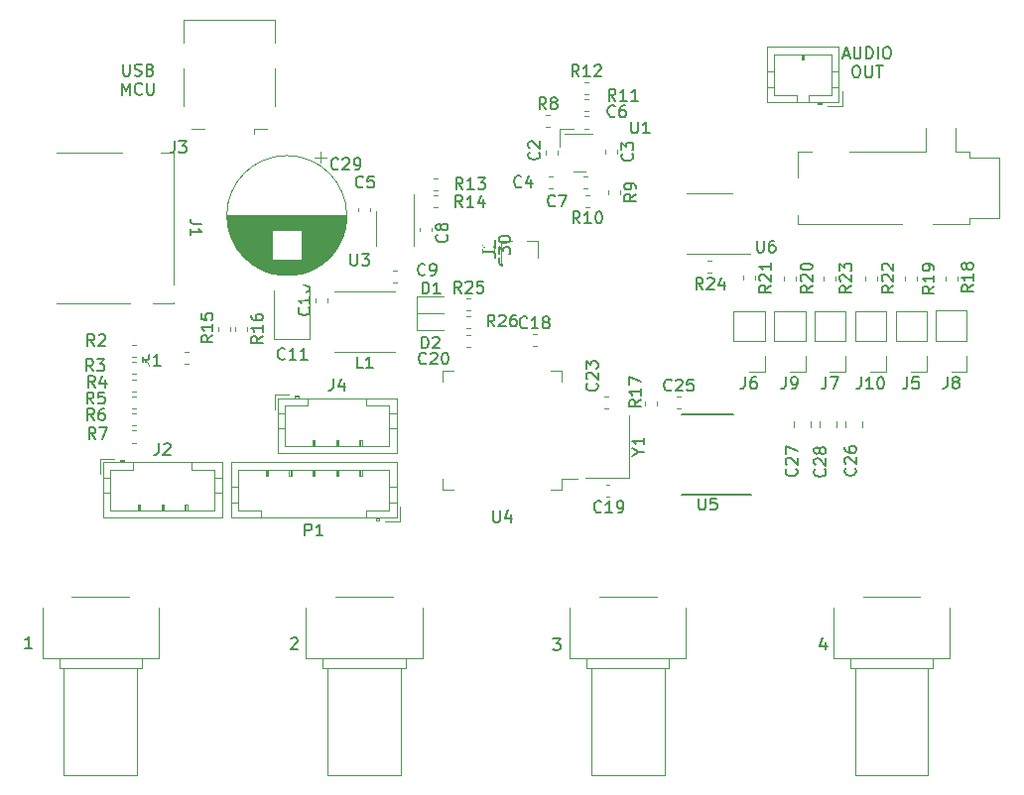
<source format=gto>
G04 #@! TF.GenerationSoftware,KiCad,Pcbnew,5.99.0-unknown-a5c7d45~86~ubuntu18.04.1*
G04 #@! TF.CreationDate,2020-01-09T22:12:47+01:00*
G04 #@! TF.ProjectId,V1_0,56315f30-2e6b-4696-9361-645f70636258,rev?*
G04 #@! TF.SameCoordinates,Original*
G04 #@! TF.FileFunction,Legend,Top*
G04 #@! TF.FilePolarity,Positive*
%FSLAX46Y46*%
G04 Gerber Fmt 4.6, Leading zero omitted, Abs format (unit mm)*
G04 Created by KiCad (PCBNEW 5.99.0-unknown-a5c7d45~86~ubuntu18.04.1) date 2020-01-09 22:12:47*
%MOMM*%
%LPD*%
G04 APERTURE LIST*
%ADD10C,0.150000*%
%ADD11C,0.120000*%
%ADD12C,0.920000*%
%ADD13R,1.570000X1.020000*%
%ADD14R,1.520000X1.520000*%
%ADD15R,1.770000X0.720000*%
%ADD16R,1.420000X0.820000*%
%ADD17R,1.020000X1.470000*%
%ADD18R,1.520000X0.820000*%
%ADD19R,1.520000X1.320000*%
%ADD20C,3.220000*%
%ADD21C,2.020000*%
%ADD22R,2.020000X2.020000*%
%ADD23C,4.620000*%
%ADD24C,1.820000*%
%ADD25R,1.320000X1.620000*%
%ADD26R,1.470000X0.470000*%
%ADD27R,0.820000X0.920000*%
%ADD28R,1.020000X2.670000*%
%ADD29R,0.520000X0.270000*%
%ADD30O,1.220000X1.770000*%
%ADD31R,1.520000X4.220000*%
%ADD32R,2.220000X2.820000*%
%ADD33R,2.620000X2.820000*%
%ADD34R,2.820000X2.820000*%
%ADD35C,1.720000*%
%ADD36O,1.720000X1.720000*%
%ADD37R,1.720000X1.720000*%
%ADD38C,1.020000*%
%ADD39R,2.020000X1.720000*%
%ADD40R,0.520000X2.020000*%
G04 APERTURE END LIST*
D10*
X170386190Y-82111666D02*
X170862380Y-82111666D01*
X170290952Y-82397380D02*
X170624285Y-81397380D01*
X170957619Y-82397380D01*
X171290952Y-81397380D02*
X171290952Y-82206904D01*
X171338571Y-82302142D01*
X171386190Y-82349761D01*
X171481428Y-82397380D01*
X171671904Y-82397380D01*
X171767142Y-82349761D01*
X171814761Y-82302142D01*
X171862380Y-82206904D01*
X171862380Y-81397380D01*
X172338571Y-82397380D02*
X172338571Y-81397380D01*
X172576666Y-81397380D01*
X172719523Y-81445000D01*
X172814761Y-81540238D01*
X172862380Y-81635476D01*
X172910000Y-81825952D01*
X172910000Y-81968809D01*
X172862380Y-82159285D01*
X172814761Y-82254523D01*
X172719523Y-82349761D01*
X172576666Y-82397380D01*
X172338571Y-82397380D01*
X173338571Y-82397380D02*
X173338571Y-81397380D01*
X174005238Y-81397380D02*
X174195714Y-81397380D01*
X174290952Y-81445000D01*
X174386190Y-81540238D01*
X174433809Y-81730714D01*
X174433809Y-82064047D01*
X174386190Y-82254523D01*
X174290952Y-82349761D01*
X174195714Y-82397380D01*
X174005238Y-82397380D01*
X173910000Y-82349761D01*
X173814761Y-82254523D01*
X173767142Y-82064047D01*
X173767142Y-81730714D01*
X173814761Y-81540238D01*
X173910000Y-81445000D01*
X174005238Y-81397380D01*
X171410000Y-83007380D02*
X171600476Y-83007380D01*
X171695714Y-83055000D01*
X171790952Y-83150238D01*
X171838571Y-83340714D01*
X171838571Y-83674047D01*
X171790952Y-83864523D01*
X171695714Y-83959761D01*
X171600476Y-84007380D01*
X171410000Y-84007380D01*
X171314761Y-83959761D01*
X171219523Y-83864523D01*
X171171904Y-83674047D01*
X171171904Y-83340714D01*
X171219523Y-83150238D01*
X171314761Y-83055000D01*
X171410000Y-83007380D01*
X172267142Y-83007380D02*
X172267142Y-83816904D01*
X172314761Y-83912142D01*
X172362380Y-83959761D01*
X172457619Y-84007380D01*
X172648095Y-84007380D01*
X172743333Y-83959761D01*
X172790952Y-83912142D01*
X172838571Y-83816904D01*
X172838571Y-83007380D01*
X173171904Y-83007380D02*
X173743333Y-83007380D01*
X173457619Y-84007380D02*
X173457619Y-83007380D01*
X101155714Y-132742380D02*
X100584285Y-132742380D01*
X100870000Y-132742380D02*
X100870000Y-131742380D01*
X100774761Y-131885238D01*
X100679523Y-131980476D01*
X100584285Y-132028095D01*
X123244285Y-131957619D02*
X123291904Y-131910000D01*
X123387142Y-131862380D01*
X123625238Y-131862380D01*
X123720476Y-131910000D01*
X123768095Y-131957619D01*
X123815714Y-132052857D01*
X123815714Y-132148095D01*
X123768095Y-132290952D01*
X123196666Y-132862380D01*
X123815714Y-132862380D01*
X145606666Y-131932380D02*
X146225714Y-131932380D01*
X145892380Y-132313333D01*
X146035238Y-132313333D01*
X146130476Y-132360952D01*
X146178095Y-132408571D01*
X146225714Y-132503809D01*
X146225714Y-132741904D01*
X146178095Y-132837142D01*
X146130476Y-132884761D01*
X146035238Y-132932380D01*
X145749523Y-132932380D01*
X145654285Y-132884761D01*
X145606666Y-132837142D01*
X168870476Y-132225714D02*
X168870476Y-132892380D01*
X168632380Y-131844761D02*
X168394285Y-132559047D01*
X169013333Y-132559047D01*
X108928095Y-82877380D02*
X108928095Y-83686904D01*
X108975714Y-83782142D01*
X109023333Y-83829761D01*
X109118571Y-83877380D01*
X109309047Y-83877380D01*
X109404285Y-83829761D01*
X109451904Y-83782142D01*
X109499523Y-83686904D01*
X109499523Y-82877380D01*
X109928095Y-83829761D02*
X110070952Y-83877380D01*
X110309047Y-83877380D01*
X110404285Y-83829761D01*
X110451904Y-83782142D01*
X110499523Y-83686904D01*
X110499523Y-83591666D01*
X110451904Y-83496428D01*
X110404285Y-83448809D01*
X110309047Y-83401190D01*
X110118571Y-83353571D01*
X110023333Y-83305952D01*
X109975714Y-83258333D01*
X109928095Y-83163095D01*
X109928095Y-83067857D01*
X109975714Y-82972619D01*
X110023333Y-82925000D01*
X110118571Y-82877380D01*
X110356666Y-82877380D01*
X110499523Y-82925000D01*
X111261428Y-83353571D02*
X111404285Y-83401190D01*
X111451904Y-83448809D01*
X111499523Y-83544047D01*
X111499523Y-83686904D01*
X111451904Y-83782142D01*
X111404285Y-83829761D01*
X111309047Y-83877380D01*
X110928095Y-83877380D01*
X110928095Y-82877380D01*
X111261428Y-82877380D01*
X111356666Y-82925000D01*
X111404285Y-82972619D01*
X111451904Y-83067857D01*
X111451904Y-83163095D01*
X111404285Y-83258333D01*
X111356666Y-83305952D01*
X111261428Y-83353571D01*
X110928095Y-83353571D01*
X108832857Y-85487380D02*
X108832857Y-84487380D01*
X109166190Y-85201666D01*
X109499523Y-84487380D01*
X109499523Y-85487380D01*
X110547142Y-85392142D02*
X110499523Y-85439761D01*
X110356666Y-85487380D01*
X110261428Y-85487380D01*
X110118571Y-85439761D01*
X110023333Y-85344523D01*
X109975714Y-85249285D01*
X109928095Y-85058809D01*
X109928095Y-84915952D01*
X109975714Y-84725476D01*
X110023333Y-84630238D01*
X110118571Y-84535000D01*
X110261428Y-84487380D01*
X110356666Y-84487380D01*
X110499523Y-84535000D01*
X110547142Y-84582619D01*
X110975714Y-84487380D02*
X110975714Y-85296904D01*
X111023333Y-85392142D01*
X111070952Y-85439761D01*
X111166190Y-85487380D01*
X111356666Y-85487380D01*
X111451904Y-85439761D01*
X111499523Y-85392142D01*
X111547142Y-85296904D01*
X111547142Y-84487380D01*
D11*
X109555000Y-103295000D02*
X103255000Y-103295000D01*
X108855000Y-90425000D02*
X103255000Y-90425000D01*
X113265000Y-103295000D02*
X111455000Y-103295000D01*
X113265000Y-90425000D02*
X113265000Y-101685000D01*
X112105000Y-90425000D02*
X113265000Y-90425000D01*
X113265000Y-103185000D02*
X113265000Y-103295000D01*
X109697221Y-114180000D02*
X110022779Y-114180000D01*
X109697221Y-115200000D02*
X110022779Y-115200000D01*
X109687221Y-112710000D02*
X110012779Y-112710000D01*
X109687221Y-113730000D02*
X110012779Y-113730000D01*
X109687221Y-111260000D02*
X110012779Y-111260000D01*
X109687221Y-112280000D02*
X110012779Y-112280000D01*
X109687221Y-109800000D02*
X110012779Y-109800000D01*
X109687221Y-110820000D02*
X110012779Y-110820000D01*
X137120000Y-109040000D02*
X136170000Y-109040000D01*
X136170000Y-109040000D02*
X136170000Y-109990000D01*
X145440000Y-109040000D02*
X146390000Y-109040000D01*
X146390000Y-109040000D02*
X146390000Y-109990000D01*
X137120000Y-119260000D02*
X136170000Y-119260000D01*
X136170000Y-119260000D02*
X136170000Y-118310000D01*
X145440000Y-119260000D02*
X146390000Y-119260000D01*
X146390000Y-119260000D02*
X146390000Y-118310000D01*
X146390000Y-118310000D02*
X147730000Y-118310000D01*
X140610000Y-98637221D02*
X140610000Y-98962779D01*
X139590000Y-98637221D02*
X139590000Y-98962779D01*
X138582779Y-105390000D02*
X138257221Y-105390000D01*
X138582779Y-104370000D02*
X138257221Y-104370000D01*
X138582779Y-103922000D02*
X138257221Y-103922000D01*
X138582779Y-102902000D02*
X138257221Y-102902000D01*
X136262000Y-104145000D02*
X133977000Y-104145000D01*
X133977000Y-104145000D02*
X133977000Y-105615000D01*
X133977000Y-105615000D02*
X136262000Y-105615000D01*
X136250000Y-102677000D02*
X133965000Y-102677000D01*
X133965000Y-102677000D02*
X133965000Y-104147000D01*
X133965000Y-104147000D02*
X136250000Y-104147000D01*
X128020000Y-95800000D02*
G75*
G03*
X128020000Y-95800000I-5120000J0D01*
G01*
X127980000Y-95800000D02*
X117820000Y-95800000D01*
X127980000Y-95840000D02*
X117820000Y-95840000D01*
X127980000Y-95880000D02*
X117820000Y-95880000D01*
X127979000Y-95920000D02*
X117821000Y-95920000D01*
X127978000Y-95960000D02*
X117822000Y-95960000D01*
X127977000Y-96000000D02*
X117823000Y-96000000D01*
X127975000Y-96040000D02*
X117825000Y-96040000D01*
X127973000Y-96080000D02*
X117827000Y-96080000D01*
X127970000Y-96120000D02*
X117830000Y-96120000D01*
X127968000Y-96160000D02*
X117832000Y-96160000D01*
X127965000Y-96200000D02*
X117835000Y-96200000D01*
X127962000Y-96240000D02*
X117838000Y-96240000D01*
X127958000Y-96280000D02*
X117842000Y-96280000D01*
X127954000Y-96320000D02*
X117846000Y-96320000D01*
X127950000Y-96360000D02*
X117850000Y-96360000D01*
X127945000Y-96400000D02*
X117855000Y-96400000D01*
X127940000Y-96440000D02*
X117860000Y-96440000D01*
X127935000Y-96480000D02*
X117865000Y-96480000D01*
X127930000Y-96521000D02*
X117870000Y-96521000D01*
X127924000Y-96561000D02*
X117876000Y-96561000D01*
X127918000Y-96601000D02*
X117882000Y-96601000D01*
X127911000Y-96641000D02*
X117889000Y-96641000D01*
X127904000Y-96681000D02*
X117896000Y-96681000D01*
X127897000Y-96721000D02*
X117903000Y-96721000D01*
X127890000Y-96761000D02*
X117910000Y-96761000D01*
X127882000Y-96801000D02*
X117918000Y-96801000D01*
X127874000Y-96841000D02*
X117926000Y-96841000D01*
X127865000Y-96881000D02*
X117935000Y-96881000D01*
X127856000Y-96921000D02*
X117944000Y-96921000D01*
X127847000Y-96961000D02*
X117953000Y-96961000D01*
X127838000Y-97001000D02*
X117962000Y-97001000D01*
X127828000Y-97041000D02*
X117972000Y-97041000D01*
X127818000Y-97081000D02*
X124141000Y-97081000D01*
X121659000Y-97081000D02*
X117982000Y-97081000D01*
X127807000Y-97121000D02*
X124141000Y-97121000D01*
X121659000Y-97121000D02*
X117993000Y-97121000D01*
X127797000Y-97161000D02*
X124141000Y-97161000D01*
X121659000Y-97161000D02*
X118003000Y-97161000D01*
X127785000Y-97201000D02*
X124141000Y-97201000D01*
X121659000Y-97201000D02*
X118015000Y-97201000D01*
X127774000Y-97241000D02*
X124141000Y-97241000D01*
X121659000Y-97241000D02*
X118026000Y-97241000D01*
X127762000Y-97281000D02*
X124141000Y-97281000D01*
X121659000Y-97281000D02*
X118038000Y-97281000D01*
X127750000Y-97321000D02*
X124141000Y-97321000D01*
X121659000Y-97321000D02*
X118050000Y-97321000D01*
X127737000Y-97361000D02*
X124141000Y-97361000D01*
X121659000Y-97361000D02*
X118063000Y-97361000D01*
X127724000Y-97401000D02*
X124141000Y-97401000D01*
X121659000Y-97401000D02*
X118076000Y-97401000D01*
X127711000Y-97441000D02*
X124141000Y-97441000D01*
X121659000Y-97441000D02*
X118089000Y-97441000D01*
X127697000Y-97481000D02*
X124141000Y-97481000D01*
X121659000Y-97481000D02*
X118103000Y-97481000D01*
X127683000Y-97521000D02*
X124141000Y-97521000D01*
X121659000Y-97521000D02*
X118117000Y-97521000D01*
X127668000Y-97561000D02*
X124141000Y-97561000D01*
X121659000Y-97561000D02*
X118132000Y-97561000D01*
X127654000Y-97601000D02*
X124141000Y-97601000D01*
X121659000Y-97601000D02*
X118146000Y-97601000D01*
X127638000Y-97641000D02*
X124141000Y-97641000D01*
X121659000Y-97641000D02*
X118162000Y-97641000D01*
X127623000Y-97681000D02*
X124141000Y-97681000D01*
X121659000Y-97681000D02*
X118177000Y-97681000D01*
X127607000Y-97721000D02*
X124141000Y-97721000D01*
X121659000Y-97721000D02*
X118193000Y-97721000D01*
X127590000Y-97761000D02*
X124141000Y-97761000D01*
X121659000Y-97761000D02*
X118210000Y-97761000D01*
X127574000Y-97801000D02*
X124141000Y-97801000D01*
X121659000Y-97801000D02*
X118226000Y-97801000D01*
X127557000Y-97841000D02*
X124141000Y-97841000D01*
X121659000Y-97841000D02*
X118243000Y-97841000D01*
X127539000Y-97881000D02*
X124141000Y-97881000D01*
X121659000Y-97881000D02*
X118261000Y-97881000D01*
X127521000Y-97921000D02*
X124141000Y-97921000D01*
X121659000Y-97921000D02*
X118279000Y-97921000D01*
X127503000Y-97961000D02*
X124141000Y-97961000D01*
X121659000Y-97961000D02*
X118297000Y-97961000D01*
X127484000Y-98001000D02*
X124141000Y-98001000D01*
X121659000Y-98001000D02*
X118316000Y-98001000D01*
X127464000Y-98041000D02*
X124141000Y-98041000D01*
X121659000Y-98041000D02*
X118336000Y-98041000D01*
X127445000Y-98081000D02*
X124141000Y-98081000D01*
X121659000Y-98081000D02*
X118355000Y-98081000D01*
X127425000Y-98121000D02*
X124141000Y-98121000D01*
X121659000Y-98121000D02*
X118375000Y-98121000D01*
X127404000Y-98161000D02*
X124141000Y-98161000D01*
X121659000Y-98161000D02*
X118396000Y-98161000D01*
X127383000Y-98201000D02*
X124141000Y-98201000D01*
X121659000Y-98201000D02*
X118417000Y-98201000D01*
X127362000Y-98241000D02*
X124141000Y-98241000D01*
X121659000Y-98241000D02*
X118438000Y-98241000D01*
X127340000Y-98281000D02*
X124141000Y-98281000D01*
X121659000Y-98281000D02*
X118460000Y-98281000D01*
X127317000Y-98321000D02*
X124141000Y-98321000D01*
X121659000Y-98321000D02*
X118483000Y-98321000D01*
X127295000Y-98361000D02*
X124141000Y-98361000D01*
X121659000Y-98361000D02*
X118505000Y-98361000D01*
X127271000Y-98401000D02*
X124141000Y-98401000D01*
X121659000Y-98401000D02*
X118529000Y-98401000D01*
X127247000Y-98441000D02*
X124141000Y-98441000D01*
X121659000Y-98441000D02*
X118553000Y-98441000D01*
X127223000Y-98481000D02*
X124141000Y-98481000D01*
X121659000Y-98481000D02*
X118577000Y-98481000D01*
X127198000Y-98521000D02*
X124141000Y-98521000D01*
X121659000Y-98521000D02*
X118602000Y-98521000D01*
X127173000Y-98561000D02*
X124141000Y-98561000D01*
X121659000Y-98561000D02*
X118627000Y-98561000D01*
X127147000Y-98601000D02*
X124141000Y-98601000D01*
X121659000Y-98601000D02*
X118653000Y-98601000D01*
X127121000Y-98641000D02*
X124141000Y-98641000D01*
X121659000Y-98641000D02*
X118679000Y-98641000D01*
X127094000Y-98681000D02*
X124141000Y-98681000D01*
X121659000Y-98681000D02*
X118706000Y-98681000D01*
X127066000Y-98721000D02*
X124141000Y-98721000D01*
X121659000Y-98721000D02*
X118734000Y-98721000D01*
X127038000Y-98761000D02*
X124141000Y-98761000D01*
X121659000Y-98761000D02*
X118762000Y-98761000D01*
X127010000Y-98801000D02*
X124141000Y-98801000D01*
X121659000Y-98801000D02*
X118790000Y-98801000D01*
X126980000Y-98841000D02*
X124141000Y-98841000D01*
X121659000Y-98841000D02*
X118820000Y-98841000D01*
X126950000Y-98881000D02*
X124141000Y-98881000D01*
X121659000Y-98881000D02*
X118850000Y-98881000D01*
X126920000Y-98921000D02*
X124141000Y-98921000D01*
X121659000Y-98921000D02*
X118880000Y-98921000D01*
X126889000Y-98961000D02*
X124141000Y-98961000D01*
X121659000Y-98961000D02*
X118911000Y-98961000D01*
X126857000Y-99001000D02*
X124141000Y-99001000D01*
X121659000Y-99001000D02*
X118943000Y-99001000D01*
X126825000Y-99041000D02*
X124141000Y-99041000D01*
X121659000Y-99041000D02*
X118975000Y-99041000D01*
X126792000Y-99081000D02*
X124141000Y-99081000D01*
X121659000Y-99081000D02*
X119008000Y-99081000D01*
X126758000Y-99121000D02*
X124141000Y-99121000D01*
X121659000Y-99121000D02*
X119042000Y-99121000D01*
X126724000Y-99161000D02*
X124141000Y-99161000D01*
X121659000Y-99161000D02*
X119076000Y-99161000D01*
X126689000Y-99201000D02*
X124141000Y-99201000D01*
X121659000Y-99201000D02*
X119111000Y-99201000D01*
X126653000Y-99241000D02*
X124141000Y-99241000D01*
X121659000Y-99241000D02*
X119147000Y-99241000D01*
X126616000Y-99281000D02*
X124141000Y-99281000D01*
X121659000Y-99281000D02*
X119184000Y-99281000D01*
X126579000Y-99321000D02*
X124141000Y-99321000D01*
X121659000Y-99321000D02*
X119221000Y-99321000D01*
X126540000Y-99361000D02*
X124141000Y-99361000D01*
X121659000Y-99361000D02*
X119260000Y-99361000D01*
X126501000Y-99401000D02*
X124141000Y-99401000D01*
X121659000Y-99401000D02*
X119299000Y-99401000D01*
X126461000Y-99441000D02*
X124141000Y-99441000D01*
X121659000Y-99441000D02*
X119339000Y-99441000D01*
X126420000Y-99481000D02*
X124141000Y-99481000D01*
X121659000Y-99481000D02*
X119380000Y-99481000D01*
X126378000Y-99521000D02*
X124141000Y-99521000D01*
X121659000Y-99521000D02*
X119422000Y-99521000D01*
X126336000Y-99561000D02*
X119464000Y-99561000D01*
X126292000Y-99601000D02*
X119508000Y-99601000D01*
X126247000Y-99641000D02*
X119553000Y-99641000D01*
X126201000Y-99681000D02*
X119599000Y-99681000D01*
X126154000Y-99721000D02*
X119646000Y-99721000D01*
X126106000Y-99761000D02*
X119694000Y-99761000D01*
X126056000Y-99801000D02*
X119744000Y-99801000D01*
X126006000Y-99841000D02*
X119794000Y-99841000D01*
X125954000Y-99881000D02*
X119846000Y-99881000D01*
X125900000Y-99921000D02*
X119900000Y-99921000D01*
X125845000Y-99961000D02*
X119955000Y-99961000D01*
X125789000Y-100001000D02*
X120011000Y-100001000D01*
X125730000Y-100041000D02*
X120070000Y-100041000D01*
X125670000Y-100081000D02*
X120130000Y-100081000D01*
X125609000Y-100121000D02*
X120191000Y-100121000D01*
X125545000Y-100161000D02*
X120255000Y-100161000D01*
X125479000Y-100201000D02*
X120321000Y-100201000D01*
X125410000Y-100241000D02*
X120390000Y-100241000D01*
X125339000Y-100281000D02*
X120461000Y-100281000D01*
X125265000Y-100321000D02*
X120535000Y-100321000D01*
X125189000Y-100361000D02*
X120611000Y-100361000D01*
X125109000Y-100401000D02*
X120691000Y-100401000D01*
X125025000Y-100441000D02*
X120775000Y-100441000D01*
X124937000Y-100481000D02*
X120863000Y-100481000D01*
X124844000Y-100521000D02*
X120956000Y-100521000D01*
X124746000Y-100561000D02*
X121054000Y-100561000D01*
X124642000Y-100601000D02*
X121158000Y-100601000D01*
X124530000Y-100641000D02*
X121270000Y-100641000D01*
X124410000Y-100681000D02*
X121390000Y-100681000D01*
X124278000Y-100721000D02*
X121522000Y-100721000D01*
X124130000Y-100761000D02*
X121670000Y-100761000D01*
X123962000Y-100801000D02*
X121838000Y-100801000D01*
X123762000Y-100841000D02*
X122038000Y-100841000D01*
X123499000Y-100881000D02*
X122301000Y-100881000D01*
X125775000Y-90320354D02*
X125775000Y-91320354D01*
X126275000Y-90820354D02*
X125275000Y-90820354D01*
X177620000Y-143620000D02*
X171380000Y-143620000D01*
X177620000Y-134420000D02*
X171380000Y-134420000D01*
X171380000Y-134420000D02*
X171380000Y-143620000D01*
X177620000Y-134420000D02*
X177620000Y-143620000D01*
X178020000Y-134420000D02*
X170980000Y-134420000D01*
X178020000Y-133620000D02*
X170980000Y-133620000D01*
X170980000Y-133620000D02*
X170980000Y-134420000D01*
X178020000Y-133620000D02*
X178020000Y-134420000D01*
X179470000Y-133620000D02*
X169530000Y-133620000D01*
X176944000Y-128380000D02*
X172055000Y-128380000D01*
X169530000Y-129255000D02*
X169530000Y-133620000D01*
X179470000Y-129255000D02*
X179470000Y-133620000D01*
X132620000Y-143620000D02*
X126380000Y-143620000D01*
X132620000Y-134420000D02*
X126380000Y-134420000D01*
X126380000Y-134420000D02*
X126380000Y-143620000D01*
X132620000Y-134420000D02*
X132620000Y-143620000D01*
X133020000Y-134420000D02*
X125980000Y-134420000D01*
X133020000Y-133620000D02*
X125980000Y-133620000D01*
X125980000Y-133620000D02*
X125980000Y-134420000D01*
X133020000Y-133620000D02*
X133020000Y-134420000D01*
X134470000Y-133620000D02*
X124530000Y-133620000D01*
X131944000Y-128380000D02*
X127055000Y-128380000D01*
X124530000Y-129255000D02*
X124530000Y-133620000D01*
X134470000Y-129255000D02*
X134470000Y-133620000D01*
X155120000Y-143620000D02*
X148880000Y-143620000D01*
X155120000Y-134420000D02*
X148880000Y-134420000D01*
X148880000Y-134420000D02*
X148880000Y-143620000D01*
X155120000Y-134420000D02*
X155120000Y-143620000D01*
X155520000Y-134420000D02*
X148480000Y-134420000D01*
X155520000Y-133620000D02*
X148480000Y-133620000D01*
X148480000Y-133620000D02*
X148480000Y-134420000D01*
X155520000Y-133620000D02*
X155520000Y-134420000D01*
X156970000Y-133620000D02*
X147030000Y-133620000D01*
X154444000Y-128380000D02*
X149555000Y-128380000D01*
X147030000Y-129255000D02*
X147030000Y-133620000D01*
X156970000Y-129255000D02*
X156970000Y-133620000D01*
X110120000Y-143620000D02*
X103880000Y-143620000D01*
X110120000Y-134420000D02*
X103880000Y-134420000D01*
X103880000Y-134420000D02*
X103880000Y-143620000D01*
X110120000Y-134420000D02*
X110120000Y-143620000D01*
X110520000Y-134420000D02*
X103480000Y-134420000D01*
X110520000Y-133620000D02*
X103480000Y-133620000D01*
X103480000Y-133620000D02*
X103480000Y-134420000D01*
X110520000Y-133620000D02*
X110520000Y-134420000D01*
X111970000Y-133620000D02*
X102030000Y-133620000D01*
X109444000Y-128380000D02*
X104555000Y-128380000D01*
X102030000Y-129255000D02*
X102030000Y-133620000D01*
X111970000Y-129255000D02*
X111970000Y-133620000D01*
X148420000Y-118180000D02*
X152120000Y-118180000D01*
X152120000Y-118180000D02*
X152120000Y-112880000D01*
X159000000Y-93940000D02*
X157050000Y-93940000D01*
X159000000Y-93940000D02*
X160950000Y-93940000D01*
X159000000Y-99060000D02*
X157050000Y-99060000D01*
X159000000Y-99060000D02*
X162450000Y-99060000D01*
D10*
X161025000Y-112750000D02*
X156575000Y-112750000D01*
X162550000Y-119650000D02*
X156575000Y-119650000D01*
D11*
X130520000Y-96900000D02*
X130520000Y-98400000D01*
X130520000Y-96900000D02*
X130520000Y-95400000D01*
X133740000Y-96900000D02*
X133740000Y-98400000D01*
X133740000Y-96900000D02*
X133740000Y-93975000D01*
X144310000Y-97950000D02*
X143380000Y-97950000D01*
X141150000Y-97950000D02*
X142080000Y-97950000D01*
X141150000Y-97950000D02*
X141150000Y-100110000D01*
X144310000Y-97950000D02*
X144310000Y-99410000D01*
X146160000Y-89940000D02*
X146160000Y-88440000D01*
X146160000Y-88440000D02*
X147360000Y-88440000D01*
X148360000Y-92060000D02*
X147360000Y-92060000D01*
X146610000Y-88820000D02*
X148980000Y-88820000D01*
X158824721Y-99690000D02*
X159150279Y-99690000D01*
X158824721Y-100710000D02*
X159150279Y-100710000D01*
X169710000Y-100997221D02*
X169710000Y-101322779D01*
X168690000Y-100997221D02*
X168690000Y-101322779D01*
X172240000Y-101362779D02*
X172240000Y-101037221D01*
X173260000Y-101362779D02*
X173260000Y-101037221D01*
X162850000Y-100957221D02*
X162850000Y-101282779D01*
X161830000Y-100957221D02*
X161830000Y-101282779D01*
X165290000Y-101335279D02*
X165290000Y-101009721D01*
X166310000Y-101335279D02*
X166310000Y-101009721D01*
X176680000Y-101047221D02*
X176680000Y-101372779D01*
X175660000Y-101047221D02*
X175660000Y-101372779D01*
X179090000Y-101382779D02*
X179090000Y-101057221D01*
X180110000Y-101382779D02*
X180110000Y-101057221D01*
X154460000Y-111724721D02*
X154460000Y-112050279D01*
X153440000Y-111724721D02*
X153440000Y-112050279D01*
X119510000Y-105337221D02*
X119510000Y-105662779D01*
X118490000Y-105337221D02*
X118490000Y-105662779D01*
X118050000Y-105337221D02*
X118050000Y-105662779D01*
X117030000Y-105337221D02*
X117030000Y-105662779D01*
X135732779Y-93620000D02*
X135407221Y-93620000D01*
X135732779Y-92600000D02*
X135407221Y-92600000D01*
X135407221Y-94060000D02*
X135732779Y-94060000D01*
X135407221Y-95080000D02*
X135732779Y-95080000D01*
X148307221Y-84400000D02*
X148632779Y-84400000D01*
X148307221Y-85420000D02*
X148632779Y-85420000D01*
X148632779Y-86890000D02*
X148307221Y-86890000D01*
X148632779Y-85870000D02*
X148307221Y-85870000D01*
X148702779Y-95090000D02*
X148377221Y-95090000D01*
X148702779Y-94070000D02*
X148377221Y-94070000D01*
X151310000Y-93647221D02*
X151310000Y-93972779D01*
X150290000Y-93647221D02*
X150290000Y-93972779D01*
X145027221Y-87190000D02*
X145352779Y-87190000D01*
X145027221Y-88210000D02*
X145352779Y-88210000D01*
X109697221Y-108330000D02*
X110022779Y-108330000D01*
X109697221Y-109350000D02*
X110022779Y-109350000D01*
X109697221Y-106870000D02*
X110022779Y-106870000D01*
X109697221Y-107890000D02*
X110022779Y-107890000D01*
X114187221Y-107460000D02*
X114512779Y-107460000D01*
X114187221Y-108480000D02*
X114512779Y-108480000D01*
X132260000Y-121610000D02*
X132260000Y-116890000D01*
X132260000Y-116890000D02*
X118140000Y-116890000D01*
X118140000Y-116890000D02*
X118140000Y-121610000D01*
X118140000Y-121610000D02*
X132260000Y-121610000D01*
X130500000Y-121610000D02*
X130500000Y-121810000D01*
X130500000Y-121810000D02*
X130800000Y-121810000D01*
X130800000Y-121810000D02*
X130800000Y-121610000D01*
X130500000Y-121710000D02*
X130800000Y-121710000D01*
X129700000Y-121610000D02*
X129700000Y-121000000D01*
X129700000Y-121000000D02*
X131650000Y-121000000D01*
X131650000Y-121000000D02*
X131650000Y-117500000D01*
X131650000Y-117500000D02*
X118750000Y-117500000D01*
X118750000Y-117500000D02*
X118750000Y-121000000D01*
X118750000Y-121000000D02*
X120700000Y-121000000D01*
X120700000Y-121000000D02*
X120700000Y-121610000D01*
X132260000Y-120300000D02*
X131650000Y-120300000D01*
X132260000Y-119000000D02*
X131650000Y-119000000D01*
X118140000Y-120300000D02*
X118750000Y-120300000D01*
X118140000Y-119000000D02*
X118750000Y-119000000D01*
X129300000Y-117500000D02*
X129300000Y-118000000D01*
X129300000Y-118000000D02*
X129100000Y-118000000D01*
X129100000Y-118000000D02*
X129100000Y-117500000D01*
X129200000Y-117500000D02*
X129200000Y-118000000D01*
X127300000Y-117500000D02*
X127300000Y-118000000D01*
X127300000Y-118000000D02*
X127100000Y-118000000D01*
X127100000Y-118000000D02*
X127100000Y-117500000D01*
X127200000Y-117500000D02*
X127200000Y-118000000D01*
X125300000Y-117500000D02*
X125300000Y-118000000D01*
X125300000Y-118000000D02*
X125100000Y-118000000D01*
X125100000Y-118000000D02*
X125100000Y-117500000D01*
X125200000Y-117500000D02*
X125200000Y-118000000D01*
X123300000Y-117500000D02*
X123300000Y-118000000D01*
X123300000Y-118000000D02*
X123100000Y-118000000D01*
X123100000Y-118000000D02*
X123100000Y-117500000D01*
X123200000Y-117500000D02*
X123200000Y-118000000D01*
X121300000Y-117500000D02*
X121300000Y-118000000D01*
X121300000Y-118000000D02*
X121100000Y-118000000D01*
X121100000Y-118000000D02*
X121100000Y-117500000D01*
X121200000Y-117500000D02*
X121200000Y-118000000D01*
X131310000Y-121910000D02*
X132560000Y-121910000D01*
X132560000Y-121910000D02*
X132560000Y-120660000D01*
X132100000Y-107480000D02*
X127000000Y-107480000D01*
X132100000Y-102280000D02*
X127000000Y-102280000D01*
X177380000Y-90320000D02*
X177380000Y-88320000D01*
X179980000Y-90320000D02*
X179980000Y-88320000D01*
X170880000Y-90320000D02*
X177380000Y-90320000D01*
X166480000Y-90320000D02*
X167680000Y-90320000D01*
X166480000Y-92570000D02*
X166480000Y-90320000D01*
X166480000Y-96520000D02*
X166480000Y-95770000D01*
X175380000Y-96520000D02*
X166480000Y-96520000D01*
X181180000Y-96520000D02*
X177980000Y-96520000D01*
X181180000Y-96020000D02*
X181180000Y-96520000D01*
X183680000Y-96020000D02*
X181180000Y-96020000D01*
X183680000Y-90820000D02*
X183680000Y-96020000D01*
X181180000Y-90820000D02*
X183680000Y-90820000D01*
X181180000Y-90320000D02*
X181180000Y-90820000D01*
X179980000Y-90320000D02*
X181180000Y-90320000D01*
X169990000Y-86120000D02*
X169990000Y-81400000D01*
X169990000Y-81400000D02*
X163870000Y-81400000D01*
X163870000Y-81400000D02*
X163870000Y-86120000D01*
X163870000Y-86120000D02*
X169990000Y-86120000D01*
X168230000Y-86120000D02*
X168230000Y-86320000D01*
X168230000Y-86320000D02*
X168530000Y-86320000D01*
X168530000Y-86320000D02*
X168530000Y-86120000D01*
X168230000Y-86220000D02*
X168530000Y-86220000D01*
X167430000Y-86120000D02*
X167430000Y-85510000D01*
X167430000Y-85510000D02*
X169380000Y-85510000D01*
X169380000Y-85510000D02*
X169380000Y-82010000D01*
X169380000Y-82010000D02*
X164480000Y-82010000D01*
X164480000Y-82010000D02*
X164480000Y-85510000D01*
X164480000Y-85510000D02*
X166430000Y-85510000D01*
X166430000Y-85510000D02*
X166430000Y-86120000D01*
X169990000Y-84810000D02*
X169380000Y-84810000D01*
X169990000Y-83510000D02*
X169380000Y-83510000D01*
X163870000Y-84810000D02*
X164480000Y-84810000D01*
X163870000Y-83510000D02*
X164480000Y-83510000D01*
X167030000Y-82010000D02*
X167030000Y-82510000D01*
X167030000Y-82510000D02*
X166830000Y-82510000D01*
X166830000Y-82510000D02*
X166830000Y-82010000D01*
X166930000Y-82010000D02*
X166930000Y-82510000D01*
X169040000Y-86420000D02*
X170290000Y-86420000D01*
X170290000Y-86420000D02*
X170290000Y-85170000D01*
X174050000Y-103940000D02*
X171390000Y-103940000D01*
X174050000Y-106540000D02*
X174050000Y-103940000D01*
X171390000Y-106540000D02*
X171390000Y-103940000D01*
X174050000Y-106540000D02*
X171390000Y-106540000D01*
X174050000Y-107810000D02*
X174050000Y-109140000D01*
X174050000Y-109140000D02*
X172720000Y-109140000D01*
X167140000Y-103940000D02*
X164480000Y-103940000D01*
X167140000Y-106540000D02*
X167140000Y-103940000D01*
X164480000Y-106540000D02*
X164480000Y-103940000D01*
X167140000Y-106540000D02*
X164480000Y-106540000D01*
X167140000Y-107810000D02*
X167140000Y-109140000D01*
X167140000Y-109140000D02*
X165810000Y-109140000D01*
X180930000Y-103930000D02*
X178270000Y-103930000D01*
X180930000Y-106530000D02*
X180930000Y-103930000D01*
X178270000Y-106530000D02*
X178270000Y-103930000D01*
X180930000Y-106530000D02*
X178270000Y-106530000D01*
X180930000Y-107800000D02*
X180930000Y-109130000D01*
X180930000Y-109130000D02*
X179600000Y-109130000D01*
X170570000Y-103940000D02*
X167910000Y-103940000D01*
X170570000Y-106540000D02*
X170570000Y-103940000D01*
X167910000Y-106540000D02*
X167910000Y-103940000D01*
X170570000Y-106540000D02*
X167910000Y-106540000D01*
X170570000Y-107810000D02*
X170570000Y-109140000D01*
X170570000Y-109140000D02*
X169240000Y-109140000D01*
X163670000Y-103940000D02*
X161010000Y-103940000D01*
X163670000Y-106540000D02*
X163670000Y-103940000D01*
X161010000Y-106540000D02*
X161010000Y-103940000D01*
X163670000Y-106540000D02*
X161010000Y-106540000D01*
X163670000Y-107810000D02*
X163670000Y-109140000D01*
X163670000Y-109140000D02*
X162340000Y-109140000D01*
X177500000Y-103940000D02*
X174840000Y-103940000D01*
X177500000Y-106540000D02*
X177500000Y-103940000D01*
X174840000Y-106540000D02*
X174840000Y-103940000D01*
X177500000Y-106540000D02*
X174840000Y-106540000D01*
X177500000Y-107810000D02*
X177500000Y-109140000D01*
X177500000Y-109140000D02*
X176170000Y-109140000D01*
X122140000Y-111390000D02*
X122140000Y-116110000D01*
X122140000Y-116110000D02*
X132260000Y-116110000D01*
X132260000Y-116110000D02*
X132260000Y-111390000D01*
X132260000Y-111390000D02*
X122140000Y-111390000D01*
X123900000Y-111390000D02*
X123900000Y-111190000D01*
X123900000Y-111190000D02*
X123600000Y-111190000D01*
X123600000Y-111190000D02*
X123600000Y-111390000D01*
X123900000Y-111290000D02*
X123600000Y-111290000D01*
X124700000Y-111390000D02*
X124700000Y-112000000D01*
X124700000Y-112000000D02*
X122750000Y-112000000D01*
X122750000Y-112000000D02*
X122750000Y-115500000D01*
X122750000Y-115500000D02*
X131650000Y-115500000D01*
X131650000Y-115500000D02*
X131650000Y-112000000D01*
X131650000Y-112000000D02*
X129700000Y-112000000D01*
X129700000Y-112000000D02*
X129700000Y-111390000D01*
X122140000Y-112700000D02*
X122750000Y-112700000D01*
X122140000Y-114000000D02*
X122750000Y-114000000D01*
X132260000Y-112700000D02*
X131650000Y-112700000D01*
X132260000Y-114000000D02*
X131650000Y-114000000D01*
X125100000Y-115500000D02*
X125100000Y-115000000D01*
X125100000Y-115000000D02*
X125300000Y-115000000D01*
X125300000Y-115000000D02*
X125300000Y-115500000D01*
X125200000Y-115500000D02*
X125200000Y-115000000D01*
X127100000Y-115500000D02*
X127100000Y-115000000D01*
X127100000Y-115000000D02*
X127300000Y-115000000D01*
X127300000Y-115000000D02*
X127300000Y-115500000D01*
X127200000Y-115500000D02*
X127200000Y-115000000D01*
X129100000Y-115500000D02*
X129100000Y-115000000D01*
X129100000Y-115000000D02*
X129300000Y-115000000D01*
X129300000Y-115000000D02*
X129300000Y-115500000D01*
X129200000Y-115500000D02*
X129200000Y-115000000D01*
X123090000Y-111090000D02*
X121840000Y-111090000D01*
X121840000Y-111090000D02*
X121840000Y-112340000D01*
X114090000Y-79090000D02*
X121910000Y-79090000D01*
X120110000Y-88410000D02*
X120110000Y-88840000D01*
X114090000Y-79090000D02*
X114090000Y-81040000D01*
X114090000Y-83260000D02*
X114090000Y-86490000D01*
X115890000Y-88410000D02*
X114810000Y-88410000D01*
X121190000Y-88410000D02*
X120110000Y-88410000D01*
X121910000Y-83260000D02*
X121910000Y-86490000D01*
X121910000Y-79090000D02*
X121910000Y-81040000D01*
X107240000Y-116890000D02*
X107240000Y-121610000D01*
X107240000Y-121610000D02*
X117360000Y-121610000D01*
X117360000Y-121610000D02*
X117360000Y-116890000D01*
X117360000Y-116890000D02*
X107240000Y-116890000D01*
X109000000Y-116890000D02*
X109000000Y-116690000D01*
X109000000Y-116690000D02*
X108700000Y-116690000D01*
X108700000Y-116690000D02*
X108700000Y-116890000D01*
X109000000Y-116790000D02*
X108700000Y-116790000D01*
X109800000Y-116890000D02*
X109800000Y-117500000D01*
X109800000Y-117500000D02*
X107850000Y-117500000D01*
X107850000Y-117500000D02*
X107850000Y-121000000D01*
X107850000Y-121000000D02*
X116750000Y-121000000D01*
X116750000Y-121000000D02*
X116750000Y-117500000D01*
X116750000Y-117500000D02*
X114800000Y-117500000D01*
X114800000Y-117500000D02*
X114800000Y-116890000D01*
X107240000Y-118200000D02*
X107850000Y-118200000D01*
X107240000Y-119500000D02*
X107850000Y-119500000D01*
X117360000Y-118200000D02*
X116750000Y-118200000D01*
X117360000Y-119500000D02*
X116750000Y-119500000D01*
X110200000Y-121000000D02*
X110200000Y-120500000D01*
X110200000Y-120500000D02*
X110400000Y-120500000D01*
X110400000Y-120500000D02*
X110400000Y-121000000D01*
X110300000Y-121000000D02*
X110300000Y-120500000D01*
X112200000Y-121000000D02*
X112200000Y-120500000D01*
X112200000Y-120500000D02*
X112400000Y-120500000D01*
X112400000Y-120500000D02*
X112400000Y-121000000D01*
X112300000Y-121000000D02*
X112300000Y-120500000D01*
X114200000Y-121000000D02*
X114200000Y-120500000D01*
X114200000Y-120500000D02*
X114400000Y-120500000D01*
X114400000Y-120500000D02*
X114400000Y-121000000D01*
X114300000Y-121000000D02*
X114300000Y-120500000D01*
X108190000Y-116590000D02*
X106940000Y-116590000D01*
X106940000Y-116590000D02*
X106940000Y-117840000D01*
X169820000Y-113341422D02*
X169820000Y-113858578D01*
X168400000Y-113341422D02*
X168400000Y-113858578D01*
X167620000Y-113341422D02*
X167620000Y-113858578D01*
X166200000Y-113341422D02*
X166200000Y-113858578D01*
X172010000Y-113341422D02*
X172010000Y-113858578D01*
X170590000Y-113341422D02*
X170590000Y-113858578D01*
X156197221Y-111250000D02*
X156522779Y-111250000D01*
X156197221Y-112270000D02*
X156522779Y-112270000D01*
X150298779Y-112294000D02*
X149973221Y-112294000D01*
X150298779Y-111274000D02*
X149973221Y-111274000D01*
X138247221Y-105970000D02*
X138572779Y-105970000D01*
X138247221Y-106990000D02*
X138572779Y-106990000D01*
X150127221Y-118760000D02*
X150452779Y-118760000D01*
X150127221Y-119780000D02*
X150452779Y-119780000D01*
X143877221Y-105910000D02*
X144202779Y-105910000D01*
X143877221Y-106930000D02*
X144202779Y-106930000D01*
X121810000Y-102180000D02*
X121810000Y-106390000D01*
X121810000Y-106390000D02*
X124830000Y-106390000D01*
X124830000Y-106390000D02*
X124830000Y-102180000D01*
X125340000Y-103200279D02*
X125340000Y-102874721D01*
X126360000Y-103200279D02*
X126360000Y-102874721D01*
X132312779Y-101510000D02*
X131987221Y-101510000D01*
X132312779Y-100490000D02*
X131987221Y-100490000D01*
X135280000Y-96837221D02*
X135280000Y-97162779D01*
X134260000Y-96837221D02*
X134260000Y-97162779D01*
X148237221Y-92500000D02*
X148562779Y-92500000D01*
X148237221Y-93520000D02*
X148562779Y-93520000D01*
X148632779Y-88360000D02*
X148307221Y-88360000D01*
X148632779Y-87340000D02*
X148307221Y-87340000D01*
X130030000Y-95137221D02*
X130030000Y-95462779D01*
X129010000Y-95137221D02*
X129010000Y-95462779D01*
X145552779Y-93520000D02*
X145227221Y-93520000D01*
X145552779Y-92500000D02*
X145227221Y-92500000D01*
X151080000Y-90197221D02*
X151080000Y-90522779D01*
X150060000Y-90197221D02*
X150060000Y-90522779D01*
X146020000Y-90257221D02*
X146020000Y-90582779D01*
X145000000Y-90257221D02*
X145000000Y-90582779D01*
D10*
X115652619Y-96501666D02*
X114938333Y-96501666D01*
X114795476Y-96454047D01*
X114700238Y-96358809D01*
X114652619Y-96215952D01*
X114652619Y-96120714D01*
X114652619Y-97501666D02*
X114652619Y-96930238D01*
X114652619Y-97215952D02*
X115652619Y-97215952D01*
X115509761Y-97120714D01*
X115414523Y-97025476D01*
X115366904Y-96930238D01*
X106583333Y-114882380D02*
X106250000Y-114406190D01*
X106011904Y-114882380D02*
X106011904Y-113882380D01*
X106392857Y-113882380D01*
X106488095Y-113930000D01*
X106535714Y-113977619D01*
X106583333Y-114072857D01*
X106583333Y-114215714D01*
X106535714Y-114310952D01*
X106488095Y-114358571D01*
X106392857Y-114406190D01*
X106011904Y-114406190D01*
X106916666Y-113882380D02*
X107583333Y-113882380D01*
X107154761Y-114882380D01*
X106453333Y-113292380D02*
X106120000Y-112816190D01*
X105881904Y-113292380D02*
X105881904Y-112292380D01*
X106262857Y-112292380D01*
X106358095Y-112340000D01*
X106405714Y-112387619D01*
X106453333Y-112482857D01*
X106453333Y-112625714D01*
X106405714Y-112720952D01*
X106358095Y-112768571D01*
X106262857Y-112816190D01*
X105881904Y-112816190D01*
X107310476Y-112292380D02*
X107120000Y-112292380D01*
X107024761Y-112340000D01*
X106977142Y-112387619D01*
X106881904Y-112530476D01*
X106834285Y-112720952D01*
X106834285Y-113101904D01*
X106881904Y-113197142D01*
X106929523Y-113244761D01*
X107024761Y-113292380D01*
X107215238Y-113292380D01*
X107310476Y-113244761D01*
X107358095Y-113197142D01*
X107405714Y-113101904D01*
X107405714Y-112863809D01*
X107358095Y-112768571D01*
X107310476Y-112720952D01*
X107215238Y-112673333D01*
X107024761Y-112673333D01*
X106929523Y-112720952D01*
X106881904Y-112768571D01*
X106834285Y-112863809D01*
X106423333Y-111892380D02*
X106090000Y-111416190D01*
X105851904Y-111892380D02*
X105851904Y-110892380D01*
X106232857Y-110892380D01*
X106328095Y-110940000D01*
X106375714Y-110987619D01*
X106423333Y-111082857D01*
X106423333Y-111225714D01*
X106375714Y-111320952D01*
X106328095Y-111368571D01*
X106232857Y-111416190D01*
X105851904Y-111416190D01*
X107328095Y-110892380D02*
X106851904Y-110892380D01*
X106804285Y-111368571D01*
X106851904Y-111320952D01*
X106947142Y-111273333D01*
X107185238Y-111273333D01*
X107280476Y-111320952D01*
X107328095Y-111368571D01*
X107375714Y-111463809D01*
X107375714Y-111701904D01*
X107328095Y-111797142D01*
X107280476Y-111844761D01*
X107185238Y-111892380D01*
X106947142Y-111892380D01*
X106851904Y-111844761D01*
X106804285Y-111797142D01*
X106533333Y-110502380D02*
X106200000Y-110026190D01*
X105961904Y-110502380D02*
X105961904Y-109502380D01*
X106342857Y-109502380D01*
X106438095Y-109550000D01*
X106485714Y-109597619D01*
X106533333Y-109692857D01*
X106533333Y-109835714D01*
X106485714Y-109930952D01*
X106438095Y-109978571D01*
X106342857Y-110026190D01*
X105961904Y-110026190D01*
X107390476Y-109835714D02*
X107390476Y-110502380D01*
X107152380Y-109454761D02*
X106914285Y-110169047D01*
X107533333Y-110169047D01*
X140518095Y-121002380D02*
X140518095Y-121811904D01*
X140565714Y-121907142D01*
X140613333Y-121954761D01*
X140708571Y-122002380D01*
X140899047Y-122002380D01*
X140994285Y-121954761D01*
X141041904Y-121907142D01*
X141089523Y-121811904D01*
X141089523Y-121002380D01*
X141994285Y-121335714D02*
X141994285Y-122002380D01*
X141756190Y-120954761D02*
X141518095Y-121669047D01*
X142137142Y-121669047D01*
X141887142Y-99442857D02*
X141934761Y-99490476D01*
X141982380Y-99633333D01*
X141982380Y-99728571D01*
X141934761Y-99871428D01*
X141839523Y-99966666D01*
X141744285Y-100014285D01*
X141553809Y-100061904D01*
X141410952Y-100061904D01*
X141220476Y-100014285D01*
X141125238Y-99966666D01*
X141030000Y-99871428D01*
X140982380Y-99728571D01*
X140982380Y-99633333D01*
X141030000Y-99490476D01*
X141077619Y-99442857D01*
X140982380Y-99109523D02*
X140982380Y-98490476D01*
X141363333Y-98823809D01*
X141363333Y-98680952D01*
X141410952Y-98585714D01*
X141458571Y-98538095D01*
X141553809Y-98490476D01*
X141791904Y-98490476D01*
X141887142Y-98538095D01*
X141934761Y-98585714D01*
X141982380Y-98680952D01*
X141982380Y-98966666D01*
X141934761Y-99061904D01*
X141887142Y-99109523D01*
X140982380Y-97871428D02*
X140982380Y-97776190D01*
X141030000Y-97680952D01*
X141077619Y-97633333D01*
X141172857Y-97585714D01*
X141363333Y-97538095D01*
X141601428Y-97538095D01*
X141791904Y-97585714D01*
X141887142Y-97633333D01*
X141934761Y-97680952D01*
X141982380Y-97776190D01*
X141982380Y-97871428D01*
X141934761Y-97966666D01*
X141887142Y-98014285D01*
X141791904Y-98061904D01*
X141601428Y-98109523D01*
X141363333Y-98109523D01*
X141172857Y-98061904D01*
X141077619Y-98014285D01*
X141030000Y-97966666D01*
X140982380Y-97871428D01*
X140617142Y-105282380D02*
X140283809Y-104806190D01*
X140045714Y-105282380D02*
X140045714Y-104282380D01*
X140426666Y-104282380D01*
X140521904Y-104330000D01*
X140569523Y-104377619D01*
X140617142Y-104472857D01*
X140617142Y-104615714D01*
X140569523Y-104710952D01*
X140521904Y-104758571D01*
X140426666Y-104806190D01*
X140045714Y-104806190D01*
X140998095Y-104377619D02*
X141045714Y-104330000D01*
X141140952Y-104282380D01*
X141379047Y-104282380D01*
X141474285Y-104330000D01*
X141521904Y-104377619D01*
X141569523Y-104472857D01*
X141569523Y-104568095D01*
X141521904Y-104710952D01*
X140950476Y-105282380D01*
X141569523Y-105282380D01*
X142426666Y-104282380D02*
X142236190Y-104282380D01*
X142140952Y-104330000D01*
X142093333Y-104377619D01*
X141998095Y-104520476D01*
X141950476Y-104710952D01*
X141950476Y-105091904D01*
X141998095Y-105187142D01*
X142045714Y-105234761D01*
X142140952Y-105282380D01*
X142331428Y-105282380D01*
X142426666Y-105234761D01*
X142474285Y-105187142D01*
X142521904Y-105091904D01*
X142521904Y-104853809D01*
X142474285Y-104758571D01*
X142426666Y-104710952D01*
X142331428Y-104663333D01*
X142140952Y-104663333D01*
X142045714Y-104710952D01*
X141998095Y-104758571D01*
X141950476Y-104853809D01*
X137797142Y-102422380D02*
X137463809Y-101946190D01*
X137225714Y-102422380D02*
X137225714Y-101422380D01*
X137606666Y-101422380D01*
X137701904Y-101470000D01*
X137749523Y-101517619D01*
X137797142Y-101612857D01*
X137797142Y-101755714D01*
X137749523Y-101850952D01*
X137701904Y-101898571D01*
X137606666Y-101946190D01*
X137225714Y-101946190D01*
X138178095Y-101517619D02*
X138225714Y-101470000D01*
X138320952Y-101422380D01*
X138559047Y-101422380D01*
X138654285Y-101470000D01*
X138701904Y-101517619D01*
X138749523Y-101612857D01*
X138749523Y-101708095D01*
X138701904Y-101850952D01*
X138130476Y-102422380D01*
X138749523Y-102422380D01*
X139654285Y-101422380D02*
X139178095Y-101422380D01*
X139130476Y-101898571D01*
X139178095Y-101850952D01*
X139273333Y-101803333D01*
X139511428Y-101803333D01*
X139606666Y-101850952D01*
X139654285Y-101898571D01*
X139701904Y-101993809D01*
X139701904Y-102231904D01*
X139654285Y-102327142D01*
X139606666Y-102374761D01*
X139511428Y-102422380D01*
X139273333Y-102422380D01*
X139178095Y-102374761D01*
X139130476Y-102327142D01*
X134401904Y-107152380D02*
X134401904Y-106152380D01*
X134640000Y-106152380D01*
X134782857Y-106200000D01*
X134878095Y-106295238D01*
X134925714Y-106390476D01*
X134973333Y-106580952D01*
X134973333Y-106723809D01*
X134925714Y-106914285D01*
X134878095Y-107009523D01*
X134782857Y-107104761D01*
X134640000Y-107152380D01*
X134401904Y-107152380D01*
X135354285Y-106247619D02*
X135401904Y-106200000D01*
X135497142Y-106152380D01*
X135735238Y-106152380D01*
X135830476Y-106200000D01*
X135878095Y-106247619D01*
X135925714Y-106342857D01*
X135925714Y-106438095D01*
X135878095Y-106580952D01*
X135306666Y-107152380D01*
X135925714Y-107152380D01*
X134461904Y-102492380D02*
X134461904Y-101492380D01*
X134700000Y-101492380D01*
X134842857Y-101540000D01*
X134938095Y-101635238D01*
X134985714Y-101730476D01*
X135033333Y-101920952D01*
X135033333Y-102063809D01*
X134985714Y-102254285D01*
X134938095Y-102349523D01*
X134842857Y-102444761D01*
X134700000Y-102492380D01*
X134461904Y-102492380D01*
X135985714Y-102492380D02*
X135414285Y-102492380D01*
X135700000Y-102492380D02*
X135700000Y-101492380D01*
X135604761Y-101635238D01*
X135509523Y-101730476D01*
X135414285Y-101778095D01*
X127287142Y-91797142D02*
X127239523Y-91844761D01*
X127096666Y-91892380D01*
X127001428Y-91892380D01*
X126858571Y-91844761D01*
X126763333Y-91749523D01*
X126715714Y-91654285D01*
X126668095Y-91463809D01*
X126668095Y-91320952D01*
X126715714Y-91130476D01*
X126763333Y-91035238D01*
X126858571Y-90940000D01*
X127001428Y-90892380D01*
X127096666Y-90892380D01*
X127239523Y-90940000D01*
X127287142Y-90987619D01*
X127668095Y-90987619D02*
X127715714Y-90940000D01*
X127810952Y-90892380D01*
X128049047Y-90892380D01*
X128144285Y-90940000D01*
X128191904Y-90987619D01*
X128239523Y-91082857D01*
X128239523Y-91178095D01*
X128191904Y-91320952D01*
X127620476Y-91892380D01*
X128239523Y-91892380D01*
X128715714Y-91892380D02*
X128906190Y-91892380D01*
X129001428Y-91844761D01*
X129049047Y-91797142D01*
X129144285Y-91654285D01*
X129191904Y-91463809D01*
X129191904Y-91082857D01*
X129144285Y-90987619D01*
X129096666Y-90940000D01*
X129001428Y-90892380D01*
X128810952Y-90892380D01*
X128715714Y-90940000D01*
X128668095Y-90987619D01*
X128620476Y-91082857D01*
X128620476Y-91320952D01*
X128668095Y-91416190D01*
X128715714Y-91463809D01*
X128810952Y-91511428D01*
X129001428Y-91511428D01*
X129096666Y-91463809D01*
X129144285Y-91416190D01*
X129191904Y-91320952D01*
X152926190Y-115976190D02*
X153402380Y-115976190D01*
X152402380Y-116309523D02*
X152926190Y-115976190D01*
X152402380Y-115642857D01*
X153402380Y-114785714D02*
X153402380Y-115357142D01*
X153402380Y-115071428D02*
X152402380Y-115071428D01*
X152545238Y-115166666D01*
X152640476Y-115261904D01*
X152688095Y-115357142D01*
X163028095Y-97952380D02*
X163028095Y-98761904D01*
X163075714Y-98857142D01*
X163123333Y-98904761D01*
X163218571Y-98952380D01*
X163409047Y-98952380D01*
X163504285Y-98904761D01*
X163551904Y-98857142D01*
X163599523Y-98761904D01*
X163599523Y-97952380D01*
X164504285Y-97952380D02*
X164313809Y-97952380D01*
X164218571Y-98000000D01*
X164170952Y-98047619D01*
X164075714Y-98190476D01*
X164028095Y-98380952D01*
X164028095Y-98761904D01*
X164075714Y-98857142D01*
X164123333Y-98904761D01*
X164218571Y-98952380D01*
X164409047Y-98952380D01*
X164504285Y-98904761D01*
X164551904Y-98857142D01*
X164599523Y-98761904D01*
X164599523Y-98523809D01*
X164551904Y-98428571D01*
X164504285Y-98380952D01*
X164409047Y-98333333D01*
X164218571Y-98333333D01*
X164123333Y-98380952D01*
X164075714Y-98428571D01*
X164028095Y-98523809D01*
X158038095Y-119952380D02*
X158038095Y-120761904D01*
X158085714Y-120857142D01*
X158133333Y-120904761D01*
X158228571Y-120952380D01*
X158419047Y-120952380D01*
X158514285Y-120904761D01*
X158561904Y-120857142D01*
X158609523Y-120761904D01*
X158609523Y-119952380D01*
X159561904Y-119952380D02*
X159085714Y-119952380D01*
X159038095Y-120428571D01*
X159085714Y-120380952D01*
X159180952Y-120333333D01*
X159419047Y-120333333D01*
X159514285Y-120380952D01*
X159561904Y-120428571D01*
X159609523Y-120523809D01*
X159609523Y-120761904D01*
X159561904Y-120857142D01*
X159514285Y-120904761D01*
X159419047Y-120952380D01*
X159180952Y-120952380D01*
X159085714Y-120904761D01*
X159038095Y-120857142D01*
X128338095Y-99072380D02*
X128338095Y-99881904D01*
X128385714Y-99977142D01*
X128433333Y-100024761D01*
X128528571Y-100072380D01*
X128719047Y-100072380D01*
X128814285Y-100024761D01*
X128861904Y-99977142D01*
X128909523Y-99881904D01*
X128909523Y-99072380D01*
X129290476Y-99072380D02*
X129909523Y-99072380D01*
X129576190Y-99453333D01*
X129719047Y-99453333D01*
X129814285Y-99500952D01*
X129861904Y-99548571D01*
X129909523Y-99643809D01*
X129909523Y-99881904D01*
X129861904Y-99977142D01*
X129814285Y-100024761D01*
X129719047Y-100072380D01*
X129433333Y-100072380D01*
X129338095Y-100024761D01*
X129290476Y-99977142D01*
X139682380Y-99471904D02*
X140491904Y-99471904D01*
X140587142Y-99424285D01*
X140634761Y-99376666D01*
X140682380Y-99281428D01*
X140682380Y-99090952D01*
X140634761Y-98995714D01*
X140587142Y-98948095D01*
X140491904Y-98900476D01*
X139682380Y-98900476D01*
X139777619Y-98471904D02*
X139730000Y-98424285D01*
X139682380Y-98329047D01*
X139682380Y-98090952D01*
X139730000Y-97995714D01*
X139777619Y-97948095D01*
X139872857Y-97900476D01*
X139968095Y-97900476D01*
X140110952Y-97948095D01*
X140682380Y-98519523D01*
X140682380Y-97900476D01*
X152288095Y-87772380D02*
X152288095Y-88581904D01*
X152335714Y-88677142D01*
X152383333Y-88724761D01*
X152478571Y-88772380D01*
X152669047Y-88772380D01*
X152764285Y-88724761D01*
X152811904Y-88677142D01*
X152859523Y-88581904D01*
X152859523Y-87772380D01*
X153859523Y-88772380D02*
X153288095Y-88772380D01*
X153573809Y-88772380D02*
X153573809Y-87772380D01*
X153478571Y-87915238D01*
X153383333Y-88010476D01*
X153288095Y-88058095D01*
X158397142Y-102112380D02*
X158063809Y-101636190D01*
X157825714Y-102112380D02*
X157825714Y-101112380D01*
X158206666Y-101112380D01*
X158301904Y-101160000D01*
X158349523Y-101207619D01*
X158397142Y-101302857D01*
X158397142Y-101445714D01*
X158349523Y-101540952D01*
X158301904Y-101588571D01*
X158206666Y-101636190D01*
X157825714Y-101636190D01*
X158778095Y-101207619D02*
X158825714Y-101160000D01*
X158920952Y-101112380D01*
X159159047Y-101112380D01*
X159254285Y-101160000D01*
X159301904Y-101207619D01*
X159349523Y-101302857D01*
X159349523Y-101398095D01*
X159301904Y-101540952D01*
X158730476Y-102112380D01*
X159349523Y-102112380D01*
X160206666Y-101445714D02*
X160206666Y-102112380D01*
X159968571Y-101064761D02*
X159730476Y-101779047D01*
X160349523Y-101779047D01*
X171082380Y-101802857D02*
X170606190Y-102136190D01*
X171082380Y-102374285D02*
X170082380Y-102374285D01*
X170082380Y-101993333D01*
X170130000Y-101898095D01*
X170177619Y-101850476D01*
X170272857Y-101802857D01*
X170415714Y-101802857D01*
X170510952Y-101850476D01*
X170558571Y-101898095D01*
X170606190Y-101993333D01*
X170606190Y-102374285D01*
X170177619Y-101421904D02*
X170130000Y-101374285D01*
X170082380Y-101279047D01*
X170082380Y-101040952D01*
X170130000Y-100945714D01*
X170177619Y-100898095D01*
X170272857Y-100850476D01*
X170368095Y-100850476D01*
X170510952Y-100898095D01*
X171082380Y-101469523D01*
X171082380Y-100850476D01*
X170082380Y-100517142D02*
X170082380Y-99898095D01*
X170463333Y-100231428D01*
X170463333Y-100088571D01*
X170510952Y-99993333D01*
X170558571Y-99945714D01*
X170653809Y-99898095D01*
X170891904Y-99898095D01*
X170987142Y-99945714D01*
X171034761Y-99993333D01*
X171082380Y-100088571D01*
X171082380Y-100374285D01*
X171034761Y-100469523D01*
X170987142Y-100517142D01*
X174662380Y-101782857D02*
X174186190Y-102116190D01*
X174662380Y-102354285D02*
X173662380Y-102354285D01*
X173662380Y-101973333D01*
X173710000Y-101878095D01*
X173757619Y-101830476D01*
X173852857Y-101782857D01*
X173995714Y-101782857D01*
X174090952Y-101830476D01*
X174138571Y-101878095D01*
X174186190Y-101973333D01*
X174186190Y-102354285D01*
X173757619Y-101401904D02*
X173710000Y-101354285D01*
X173662380Y-101259047D01*
X173662380Y-101020952D01*
X173710000Y-100925714D01*
X173757619Y-100878095D01*
X173852857Y-100830476D01*
X173948095Y-100830476D01*
X174090952Y-100878095D01*
X174662380Y-101449523D01*
X174662380Y-100830476D01*
X173757619Y-100449523D02*
X173710000Y-100401904D01*
X173662380Y-100306666D01*
X173662380Y-100068571D01*
X173710000Y-99973333D01*
X173757619Y-99925714D01*
X173852857Y-99878095D01*
X173948095Y-99878095D01*
X174090952Y-99925714D01*
X174662380Y-100497142D01*
X174662380Y-99878095D01*
X164222380Y-101762857D02*
X163746190Y-102096190D01*
X164222380Y-102334285D02*
X163222380Y-102334285D01*
X163222380Y-101953333D01*
X163270000Y-101858095D01*
X163317619Y-101810476D01*
X163412857Y-101762857D01*
X163555714Y-101762857D01*
X163650952Y-101810476D01*
X163698571Y-101858095D01*
X163746190Y-101953333D01*
X163746190Y-102334285D01*
X163317619Y-101381904D02*
X163270000Y-101334285D01*
X163222380Y-101239047D01*
X163222380Y-101000952D01*
X163270000Y-100905714D01*
X163317619Y-100858095D01*
X163412857Y-100810476D01*
X163508095Y-100810476D01*
X163650952Y-100858095D01*
X164222380Y-101429523D01*
X164222380Y-100810476D01*
X164222380Y-99858095D02*
X164222380Y-100429523D01*
X164222380Y-100143809D02*
X163222380Y-100143809D01*
X163365238Y-100239047D01*
X163460476Y-100334285D01*
X163508095Y-100429523D01*
X167732380Y-101782857D02*
X167256190Y-102116190D01*
X167732380Y-102354285D02*
X166732380Y-102354285D01*
X166732380Y-101973333D01*
X166780000Y-101878095D01*
X166827619Y-101830476D01*
X166922857Y-101782857D01*
X167065714Y-101782857D01*
X167160952Y-101830476D01*
X167208571Y-101878095D01*
X167256190Y-101973333D01*
X167256190Y-102354285D01*
X166827619Y-101401904D02*
X166780000Y-101354285D01*
X166732380Y-101259047D01*
X166732380Y-101020952D01*
X166780000Y-100925714D01*
X166827619Y-100878095D01*
X166922857Y-100830476D01*
X167018095Y-100830476D01*
X167160952Y-100878095D01*
X167732380Y-101449523D01*
X167732380Y-100830476D01*
X166732380Y-100211428D02*
X166732380Y-100116190D01*
X166780000Y-100020952D01*
X166827619Y-99973333D01*
X166922857Y-99925714D01*
X167113333Y-99878095D01*
X167351428Y-99878095D01*
X167541904Y-99925714D01*
X167637142Y-99973333D01*
X167684761Y-100020952D01*
X167732380Y-100116190D01*
X167732380Y-100211428D01*
X167684761Y-100306666D01*
X167637142Y-100354285D01*
X167541904Y-100401904D01*
X167351428Y-100449523D01*
X167113333Y-100449523D01*
X166922857Y-100401904D01*
X166827619Y-100354285D01*
X166780000Y-100306666D01*
X166732380Y-100211428D01*
X178132380Y-101852857D02*
X177656190Y-102186190D01*
X178132380Y-102424285D02*
X177132380Y-102424285D01*
X177132380Y-102043333D01*
X177180000Y-101948095D01*
X177227619Y-101900476D01*
X177322857Y-101852857D01*
X177465714Y-101852857D01*
X177560952Y-101900476D01*
X177608571Y-101948095D01*
X177656190Y-102043333D01*
X177656190Y-102424285D01*
X178132380Y-100900476D02*
X178132380Y-101471904D01*
X178132380Y-101186190D02*
X177132380Y-101186190D01*
X177275238Y-101281428D01*
X177370476Y-101376666D01*
X177418095Y-101471904D01*
X178132380Y-100424285D02*
X178132380Y-100233809D01*
X178084761Y-100138571D01*
X178037142Y-100090952D01*
X177894285Y-99995714D01*
X177703809Y-99948095D01*
X177322857Y-99948095D01*
X177227619Y-99995714D01*
X177180000Y-100043333D01*
X177132380Y-100138571D01*
X177132380Y-100329047D01*
X177180000Y-100424285D01*
X177227619Y-100471904D01*
X177322857Y-100519523D01*
X177560952Y-100519523D01*
X177656190Y-100471904D01*
X177703809Y-100424285D01*
X177751428Y-100329047D01*
X177751428Y-100138571D01*
X177703809Y-100043333D01*
X177656190Y-99995714D01*
X177560952Y-99948095D01*
X181472380Y-101732857D02*
X180996190Y-102066190D01*
X181472380Y-102304285D02*
X180472380Y-102304285D01*
X180472380Y-101923333D01*
X180520000Y-101828095D01*
X180567619Y-101780476D01*
X180662857Y-101732857D01*
X180805714Y-101732857D01*
X180900952Y-101780476D01*
X180948571Y-101828095D01*
X180996190Y-101923333D01*
X180996190Y-102304285D01*
X181472380Y-100780476D02*
X181472380Y-101351904D01*
X181472380Y-101066190D02*
X180472380Y-101066190D01*
X180615238Y-101161428D01*
X180710476Y-101256666D01*
X180758095Y-101351904D01*
X180900952Y-100209047D02*
X180853333Y-100304285D01*
X180805714Y-100351904D01*
X180710476Y-100399523D01*
X180662857Y-100399523D01*
X180567619Y-100351904D01*
X180520000Y-100304285D01*
X180472380Y-100209047D01*
X180472380Y-100018571D01*
X180520000Y-99923333D01*
X180567619Y-99875714D01*
X180662857Y-99828095D01*
X180710476Y-99828095D01*
X180805714Y-99875714D01*
X180853333Y-99923333D01*
X180900952Y-100018571D01*
X180900952Y-100209047D01*
X180948571Y-100304285D01*
X180996190Y-100351904D01*
X181091428Y-100399523D01*
X181281904Y-100399523D01*
X181377142Y-100351904D01*
X181424761Y-100304285D01*
X181472380Y-100209047D01*
X181472380Y-100018571D01*
X181424761Y-99923333D01*
X181377142Y-99875714D01*
X181281904Y-99828095D01*
X181091428Y-99828095D01*
X180996190Y-99875714D01*
X180948571Y-99923333D01*
X180900952Y-100018571D01*
X153112380Y-111542857D02*
X152636190Y-111876190D01*
X153112380Y-112114285D02*
X152112380Y-112114285D01*
X152112380Y-111733333D01*
X152160000Y-111638095D01*
X152207619Y-111590476D01*
X152302857Y-111542857D01*
X152445714Y-111542857D01*
X152540952Y-111590476D01*
X152588571Y-111638095D01*
X152636190Y-111733333D01*
X152636190Y-112114285D01*
X153112380Y-110590476D02*
X153112380Y-111161904D01*
X153112380Y-110876190D02*
X152112380Y-110876190D01*
X152255238Y-110971428D01*
X152350476Y-111066666D01*
X152398095Y-111161904D01*
X152112380Y-110257142D02*
X152112380Y-109590476D01*
X153112380Y-110019047D01*
X120852380Y-106112857D02*
X120376190Y-106446190D01*
X120852380Y-106684285D02*
X119852380Y-106684285D01*
X119852380Y-106303333D01*
X119900000Y-106208095D01*
X119947619Y-106160476D01*
X120042857Y-106112857D01*
X120185714Y-106112857D01*
X120280952Y-106160476D01*
X120328571Y-106208095D01*
X120376190Y-106303333D01*
X120376190Y-106684285D01*
X120852380Y-105160476D02*
X120852380Y-105731904D01*
X120852380Y-105446190D02*
X119852380Y-105446190D01*
X119995238Y-105541428D01*
X120090476Y-105636666D01*
X120138095Y-105731904D01*
X119852380Y-104303333D02*
X119852380Y-104493809D01*
X119900000Y-104589047D01*
X119947619Y-104636666D01*
X120090476Y-104731904D01*
X120280952Y-104779523D01*
X120661904Y-104779523D01*
X120757142Y-104731904D01*
X120804761Y-104684285D01*
X120852380Y-104589047D01*
X120852380Y-104398571D01*
X120804761Y-104303333D01*
X120757142Y-104255714D01*
X120661904Y-104208095D01*
X120423809Y-104208095D01*
X120328571Y-104255714D01*
X120280952Y-104303333D01*
X120233333Y-104398571D01*
X120233333Y-104589047D01*
X120280952Y-104684285D01*
X120328571Y-104731904D01*
X120423809Y-104779523D01*
X116582380Y-106032857D02*
X116106190Y-106366190D01*
X116582380Y-106604285D02*
X115582380Y-106604285D01*
X115582380Y-106223333D01*
X115630000Y-106128095D01*
X115677619Y-106080476D01*
X115772857Y-106032857D01*
X115915714Y-106032857D01*
X116010952Y-106080476D01*
X116058571Y-106128095D01*
X116106190Y-106223333D01*
X116106190Y-106604285D01*
X116582380Y-105080476D02*
X116582380Y-105651904D01*
X116582380Y-105366190D02*
X115582380Y-105366190D01*
X115725238Y-105461428D01*
X115820476Y-105556666D01*
X115868095Y-105651904D01*
X115582380Y-104175714D02*
X115582380Y-104651904D01*
X116058571Y-104699523D01*
X116010952Y-104651904D01*
X115963333Y-104556666D01*
X115963333Y-104318571D01*
X116010952Y-104223333D01*
X116058571Y-104175714D01*
X116153809Y-104128095D01*
X116391904Y-104128095D01*
X116487142Y-104175714D01*
X116534761Y-104223333D01*
X116582380Y-104318571D01*
X116582380Y-104556666D01*
X116534761Y-104651904D01*
X116487142Y-104699523D01*
X137887142Y-95092380D02*
X137553809Y-94616190D01*
X137315714Y-95092380D02*
X137315714Y-94092380D01*
X137696666Y-94092380D01*
X137791904Y-94140000D01*
X137839523Y-94187619D01*
X137887142Y-94282857D01*
X137887142Y-94425714D01*
X137839523Y-94520952D01*
X137791904Y-94568571D01*
X137696666Y-94616190D01*
X137315714Y-94616190D01*
X138839523Y-95092380D02*
X138268095Y-95092380D01*
X138553809Y-95092380D02*
X138553809Y-94092380D01*
X138458571Y-94235238D01*
X138363333Y-94330476D01*
X138268095Y-94378095D01*
X139696666Y-94425714D02*
X139696666Y-95092380D01*
X139458571Y-94044761D02*
X139220476Y-94759047D01*
X139839523Y-94759047D01*
X137917142Y-93552380D02*
X137583809Y-93076190D01*
X137345714Y-93552380D02*
X137345714Y-92552380D01*
X137726666Y-92552380D01*
X137821904Y-92600000D01*
X137869523Y-92647619D01*
X137917142Y-92742857D01*
X137917142Y-92885714D01*
X137869523Y-92980952D01*
X137821904Y-93028571D01*
X137726666Y-93076190D01*
X137345714Y-93076190D01*
X138869523Y-93552380D02*
X138298095Y-93552380D01*
X138583809Y-93552380D02*
X138583809Y-92552380D01*
X138488571Y-92695238D01*
X138393333Y-92790476D01*
X138298095Y-92838095D01*
X139202857Y-92552380D02*
X139821904Y-92552380D01*
X139488571Y-92933333D01*
X139631428Y-92933333D01*
X139726666Y-92980952D01*
X139774285Y-93028571D01*
X139821904Y-93123809D01*
X139821904Y-93361904D01*
X139774285Y-93457142D01*
X139726666Y-93504761D01*
X139631428Y-93552380D01*
X139345714Y-93552380D01*
X139250476Y-93504761D01*
X139202857Y-93457142D01*
X147827142Y-83932380D02*
X147493809Y-83456190D01*
X147255714Y-83932380D02*
X147255714Y-82932380D01*
X147636666Y-82932380D01*
X147731904Y-82980000D01*
X147779523Y-83027619D01*
X147827142Y-83122857D01*
X147827142Y-83265714D01*
X147779523Y-83360952D01*
X147731904Y-83408571D01*
X147636666Y-83456190D01*
X147255714Y-83456190D01*
X148779523Y-83932380D02*
X148208095Y-83932380D01*
X148493809Y-83932380D02*
X148493809Y-82932380D01*
X148398571Y-83075238D01*
X148303333Y-83170476D01*
X148208095Y-83218095D01*
X149160476Y-83027619D02*
X149208095Y-82980000D01*
X149303333Y-82932380D01*
X149541428Y-82932380D01*
X149636666Y-82980000D01*
X149684285Y-83027619D01*
X149731904Y-83122857D01*
X149731904Y-83218095D01*
X149684285Y-83360952D01*
X149112857Y-83932380D01*
X149731904Y-83932380D01*
X150957142Y-86002380D02*
X150623809Y-85526190D01*
X150385714Y-86002380D02*
X150385714Y-85002380D01*
X150766666Y-85002380D01*
X150861904Y-85050000D01*
X150909523Y-85097619D01*
X150957142Y-85192857D01*
X150957142Y-85335714D01*
X150909523Y-85430952D01*
X150861904Y-85478571D01*
X150766666Y-85526190D01*
X150385714Y-85526190D01*
X151909523Y-86002380D02*
X151338095Y-86002380D01*
X151623809Y-86002380D02*
X151623809Y-85002380D01*
X151528571Y-85145238D01*
X151433333Y-85240476D01*
X151338095Y-85288095D01*
X152861904Y-86002380D02*
X152290476Y-86002380D01*
X152576190Y-86002380D02*
X152576190Y-85002380D01*
X152480952Y-85145238D01*
X152385714Y-85240476D01*
X152290476Y-85288095D01*
X147897142Y-96462380D02*
X147563809Y-95986190D01*
X147325714Y-96462380D02*
X147325714Y-95462380D01*
X147706666Y-95462380D01*
X147801904Y-95510000D01*
X147849523Y-95557619D01*
X147897142Y-95652857D01*
X147897142Y-95795714D01*
X147849523Y-95890952D01*
X147801904Y-95938571D01*
X147706666Y-95986190D01*
X147325714Y-95986190D01*
X148849523Y-96462380D02*
X148278095Y-96462380D01*
X148563809Y-96462380D02*
X148563809Y-95462380D01*
X148468571Y-95605238D01*
X148373333Y-95700476D01*
X148278095Y-95748095D01*
X149468571Y-95462380D02*
X149563809Y-95462380D01*
X149659047Y-95510000D01*
X149706666Y-95557619D01*
X149754285Y-95652857D01*
X149801904Y-95843333D01*
X149801904Y-96081428D01*
X149754285Y-96271904D01*
X149706666Y-96367142D01*
X149659047Y-96414761D01*
X149563809Y-96462380D01*
X149468571Y-96462380D01*
X149373333Y-96414761D01*
X149325714Y-96367142D01*
X149278095Y-96271904D01*
X149230476Y-96081428D01*
X149230476Y-95843333D01*
X149278095Y-95652857D01*
X149325714Y-95557619D01*
X149373333Y-95510000D01*
X149468571Y-95462380D01*
X152682380Y-93976666D02*
X152206190Y-94310000D01*
X152682380Y-94548095D02*
X151682380Y-94548095D01*
X151682380Y-94167142D01*
X151730000Y-94071904D01*
X151777619Y-94024285D01*
X151872857Y-93976666D01*
X152015714Y-93976666D01*
X152110952Y-94024285D01*
X152158571Y-94071904D01*
X152206190Y-94167142D01*
X152206190Y-94548095D01*
X152682380Y-93500476D02*
X152682380Y-93310000D01*
X152634761Y-93214761D01*
X152587142Y-93167142D01*
X152444285Y-93071904D01*
X152253809Y-93024285D01*
X151872857Y-93024285D01*
X151777619Y-93071904D01*
X151730000Y-93119523D01*
X151682380Y-93214761D01*
X151682380Y-93405238D01*
X151730000Y-93500476D01*
X151777619Y-93548095D01*
X151872857Y-93595714D01*
X152110952Y-93595714D01*
X152206190Y-93548095D01*
X152253809Y-93500476D01*
X152301428Y-93405238D01*
X152301428Y-93214761D01*
X152253809Y-93119523D01*
X152206190Y-93071904D01*
X152110952Y-93024285D01*
X145023333Y-86722380D02*
X144690000Y-86246190D01*
X144451904Y-86722380D02*
X144451904Y-85722380D01*
X144832857Y-85722380D01*
X144928095Y-85770000D01*
X144975714Y-85817619D01*
X145023333Y-85912857D01*
X145023333Y-86055714D01*
X144975714Y-86150952D01*
X144928095Y-86198571D01*
X144832857Y-86246190D01*
X144451904Y-86246190D01*
X145594761Y-86150952D02*
X145499523Y-86103333D01*
X145451904Y-86055714D01*
X145404285Y-85960476D01*
X145404285Y-85912857D01*
X145451904Y-85817619D01*
X145499523Y-85770000D01*
X145594761Y-85722380D01*
X145785238Y-85722380D01*
X145880476Y-85770000D01*
X145928095Y-85817619D01*
X145975714Y-85912857D01*
X145975714Y-85960476D01*
X145928095Y-86055714D01*
X145880476Y-86103333D01*
X145785238Y-86150952D01*
X145594761Y-86150952D01*
X145499523Y-86198571D01*
X145451904Y-86246190D01*
X145404285Y-86341428D01*
X145404285Y-86531904D01*
X145451904Y-86627142D01*
X145499523Y-86674761D01*
X145594761Y-86722380D01*
X145785238Y-86722380D01*
X145880476Y-86674761D01*
X145928095Y-86627142D01*
X145975714Y-86531904D01*
X145975714Y-86341428D01*
X145928095Y-86246190D01*
X145880476Y-86198571D01*
X145785238Y-86150952D01*
X106373333Y-109082380D02*
X106040000Y-108606190D01*
X105801904Y-109082380D02*
X105801904Y-108082380D01*
X106182857Y-108082380D01*
X106278095Y-108130000D01*
X106325714Y-108177619D01*
X106373333Y-108272857D01*
X106373333Y-108415714D01*
X106325714Y-108510952D01*
X106278095Y-108558571D01*
X106182857Y-108606190D01*
X105801904Y-108606190D01*
X106706666Y-108082380D02*
X107325714Y-108082380D01*
X106992380Y-108463333D01*
X107135238Y-108463333D01*
X107230476Y-108510952D01*
X107278095Y-108558571D01*
X107325714Y-108653809D01*
X107325714Y-108891904D01*
X107278095Y-108987142D01*
X107230476Y-109034761D01*
X107135238Y-109082380D01*
X106849523Y-109082380D01*
X106754285Y-109034761D01*
X106706666Y-108987142D01*
X106483333Y-106942380D02*
X106150000Y-106466190D01*
X105911904Y-106942380D02*
X105911904Y-105942380D01*
X106292857Y-105942380D01*
X106388095Y-105990000D01*
X106435714Y-106037619D01*
X106483333Y-106132857D01*
X106483333Y-106275714D01*
X106435714Y-106370952D01*
X106388095Y-106418571D01*
X106292857Y-106466190D01*
X105911904Y-106466190D01*
X106864285Y-106037619D02*
X106911904Y-105990000D01*
X107007142Y-105942380D01*
X107245238Y-105942380D01*
X107340476Y-105990000D01*
X107388095Y-106037619D01*
X107435714Y-106132857D01*
X107435714Y-106228095D01*
X107388095Y-106370952D01*
X106816666Y-106942380D01*
X107435714Y-106942380D01*
X111163333Y-108612380D02*
X110830000Y-108136190D01*
X110591904Y-108612380D02*
X110591904Y-107612380D01*
X110972857Y-107612380D01*
X111068095Y-107660000D01*
X111115714Y-107707619D01*
X111163333Y-107802857D01*
X111163333Y-107945714D01*
X111115714Y-108040952D01*
X111068095Y-108088571D01*
X110972857Y-108136190D01*
X110591904Y-108136190D01*
X112115714Y-108612380D02*
X111544285Y-108612380D01*
X111830000Y-108612380D02*
X111830000Y-107612380D01*
X111734761Y-107755238D01*
X111639523Y-107850476D01*
X111544285Y-107898095D01*
X124461904Y-123152380D02*
X124461904Y-122152380D01*
X124842857Y-122152380D01*
X124938095Y-122200000D01*
X124985714Y-122247619D01*
X125033333Y-122342857D01*
X125033333Y-122485714D01*
X124985714Y-122580952D01*
X124938095Y-122628571D01*
X124842857Y-122676190D01*
X124461904Y-122676190D01*
X125985714Y-123152380D02*
X125414285Y-123152380D01*
X125700000Y-123152380D02*
X125700000Y-122152380D01*
X125604761Y-122295238D01*
X125509523Y-122390476D01*
X125414285Y-122438095D01*
X129383333Y-108832380D02*
X128907142Y-108832380D01*
X128907142Y-107832380D01*
X130240476Y-108832380D02*
X129669047Y-108832380D01*
X129954761Y-108832380D02*
X129954761Y-107832380D01*
X129859523Y-107975238D01*
X129764285Y-108070476D01*
X129669047Y-108118095D01*
X171910476Y-109592380D02*
X171910476Y-110306666D01*
X171862857Y-110449523D01*
X171767619Y-110544761D01*
X171624761Y-110592380D01*
X171529523Y-110592380D01*
X172910476Y-110592380D02*
X172339047Y-110592380D01*
X172624761Y-110592380D02*
X172624761Y-109592380D01*
X172529523Y-109735238D01*
X172434285Y-109830476D01*
X172339047Y-109878095D01*
X173529523Y-109592380D02*
X173624761Y-109592380D01*
X173720000Y-109640000D01*
X173767619Y-109687619D01*
X173815238Y-109782857D01*
X173862857Y-109973333D01*
X173862857Y-110211428D01*
X173815238Y-110401904D01*
X173767619Y-110497142D01*
X173720000Y-110544761D01*
X173624761Y-110592380D01*
X173529523Y-110592380D01*
X173434285Y-110544761D01*
X173386666Y-110497142D01*
X173339047Y-110401904D01*
X173291428Y-110211428D01*
X173291428Y-109973333D01*
X173339047Y-109782857D01*
X173386666Y-109687619D01*
X173434285Y-109640000D01*
X173529523Y-109592380D01*
X165476666Y-109592380D02*
X165476666Y-110306666D01*
X165429047Y-110449523D01*
X165333809Y-110544761D01*
X165190952Y-110592380D01*
X165095714Y-110592380D01*
X166000476Y-110592380D02*
X166190952Y-110592380D01*
X166286190Y-110544761D01*
X166333809Y-110497142D01*
X166429047Y-110354285D01*
X166476666Y-110163809D01*
X166476666Y-109782857D01*
X166429047Y-109687619D01*
X166381428Y-109640000D01*
X166286190Y-109592380D01*
X166095714Y-109592380D01*
X166000476Y-109640000D01*
X165952857Y-109687619D01*
X165905238Y-109782857D01*
X165905238Y-110020952D01*
X165952857Y-110116190D01*
X166000476Y-110163809D01*
X166095714Y-110211428D01*
X166286190Y-110211428D01*
X166381428Y-110163809D01*
X166429047Y-110116190D01*
X166476666Y-110020952D01*
X179266666Y-109582380D02*
X179266666Y-110296666D01*
X179219047Y-110439523D01*
X179123809Y-110534761D01*
X178980952Y-110582380D01*
X178885714Y-110582380D01*
X179885714Y-110010952D02*
X179790476Y-109963333D01*
X179742857Y-109915714D01*
X179695238Y-109820476D01*
X179695238Y-109772857D01*
X179742857Y-109677619D01*
X179790476Y-109630000D01*
X179885714Y-109582380D01*
X180076190Y-109582380D01*
X180171428Y-109630000D01*
X180219047Y-109677619D01*
X180266666Y-109772857D01*
X180266666Y-109820476D01*
X180219047Y-109915714D01*
X180171428Y-109963333D01*
X180076190Y-110010952D01*
X179885714Y-110010952D01*
X179790476Y-110058571D01*
X179742857Y-110106190D01*
X179695238Y-110201428D01*
X179695238Y-110391904D01*
X179742857Y-110487142D01*
X179790476Y-110534761D01*
X179885714Y-110582380D01*
X180076190Y-110582380D01*
X180171428Y-110534761D01*
X180219047Y-110487142D01*
X180266666Y-110391904D01*
X180266666Y-110201428D01*
X180219047Y-110106190D01*
X180171428Y-110058571D01*
X180076190Y-110010952D01*
X168906666Y-109592380D02*
X168906666Y-110306666D01*
X168859047Y-110449523D01*
X168763809Y-110544761D01*
X168620952Y-110592380D01*
X168525714Y-110592380D01*
X169287619Y-109592380D02*
X169954285Y-109592380D01*
X169525714Y-110592380D01*
X162006666Y-109592380D02*
X162006666Y-110306666D01*
X161959047Y-110449523D01*
X161863809Y-110544761D01*
X161720952Y-110592380D01*
X161625714Y-110592380D01*
X162911428Y-109592380D02*
X162720952Y-109592380D01*
X162625714Y-109640000D01*
X162578095Y-109687619D01*
X162482857Y-109830476D01*
X162435238Y-110020952D01*
X162435238Y-110401904D01*
X162482857Y-110497142D01*
X162530476Y-110544761D01*
X162625714Y-110592380D01*
X162816190Y-110592380D01*
X162911428Y-110544761D01*
X162959047Y-110497142D01*
X163006666Y-110401904D01*
X163006666Y-110163809D01*
X162959047Y-110068571D01*
X162911428Y-110020952D01*
X162816190Y-109973333D01*
X162625714Y-109973333D01*
X162530476Y-110020952D01*
X162482857Y-110068571D01*
X162435238Y-110163809D01*
X175836666Y-109592380D02*
X175836666Y-110306666D01*
X175789047Y-110449523D01*
X175693809Y-110544761D01*
X175550952Y-110592380D01*
X175455714Y-110592380D01*
X176789047Y-109592380D02*
X176312857Y-109592380D01*
X176265238Y-110068571D01*
X176312857Y-110020952D01*
X176408095Y-109973333D01*
X176646190Y-109973333D01*
X176741428Y-110020952D01*
X176789047Y-110068571D01*
X176836666Y-110163809D01*
X176836666Y-110401904D01*
X176789047Y-110497142D01*
X176741428Y-110544761D01*
X176646190Y-110592380D01*
X176408095Y-110592380D01*
X176312857Y-110544761D01*
X176265238Y-110497142D01*
X126866666Y-109752380D02*
X126866666Y-110466666D01*
X126819047Y-110609523D01*
X126723809Y-110704761D01*
X126580952Y-110752380D01*
X126485714Y-110752380D01*
X127771428Y-110085714D02*
X127771428Y-110752380D01*
X127533333Y-109704761D02*
X127295238Y-110419047D01*
X127914285Y-110419047D01*
X113306666Y-89452380D02*
X113306666Y-90166666D01*
X113259047Y-90309523D01*
X113163809Y-90404761D01*
X113020952Y-90452380D01*
X112925714Y-90452380D01*
X113687619Y-89452380D02*
X114306666Y-89452380D01*
X113973333Y-89833333D01*
X114116190Y-89833333D01*
X114211428Y-89880952D01*
X114259047Y-89928571D01*
X114306666Y-90023809D01*
X114306666Y-90261904D01*
X114259047Y-90357142D01*
X114211428Y-90404761D01*
X114116190Y-90452380D01*
X113830476Y-90452380D01*
X113735238Y-90404761D01*
X113687619Y-90357142D01*
X111966666Y-115252380D02*
X111966666Y-115966666D01*
X111919047Y-116109523D01*
X111823809Y-116204761D01*
X111680952Y-116252380D01*
X111585714Y-116252380D01*
X112395238Y-115347619D02*
X112442857Y-115300000D01*
X112538095Y-115252380D01*
X112776190Y-115252380D01*
X112871428Y-115300000D01*
X112919047Y-115347619D01*
X112966666Y-115442857D01*
X112966666Y-115538095D01*
X112919047Y-115680952D01*
X112347619Y-116252380D01*
X112966666Y-116252380D01*
X168797142Y-117482857D02*
X168844761Y-117530476D01*
X168892380Y-117673333D01*
X168892380Y-117768571D01*
X168844761Y-117911428D01*
X168749523Y-118006666D01*
X168654285Y-118054285D01*
X168463809Y-118101904D01*
X168320952Y-118101904D01*
X168130476Y-118054285D01*
X168035238Y-118006666D01*
X167940000Y-117911428D01*
X167892380Y-117768571D01*
X167892380Y-117673333D01*
X167940000Y-117530476D01*
X167987619Y-117482857D01*
X167987619Y-117101904D02*
X167940000Y-117054285D01*
X167892380Y-116959047D01*
X167892380Y-116720952D01*
X167940000Y-116625714D01*
X167987619Y-116578095D01*
X168082857Y-116530476D01*
X168178095Y-116530476D01*
X168320952Y-116578095D01*
X168892380Y-117149523D01*
X168892380Y-116530476D01*
X168320952Y-115959047D02*
X168273333Y-116054285D01*
X168225714Y-116101904D01*
X168130476Y-116149523D01*
X168082857Y-116149523D01*
X167987619Y-116101904D01*
X167940000Y-116054285D01*
X167892380Y-115959047D01*
X167892380Y-115768571D01*
X167940000Y-115673333D01*
X167987619Y-115625714D01*
X168082857Y-115578095D01*
X168130476Y-115578095D01*
X168225714Y-115625714D01*
X168273333Y-115673333D01*
X168320952Y-115768571D01*
X168320952Y-115959047D01*
X168368571Y-116054285D01*
X168416190Y-116101904D01*
X168511428Y-116149523D01*
X168701904Y-116149523D01*
X168797142Y-116101904D01*
X168844761Y-116054285D01*
X168892380Y-115959047D01*
X168892380Y-115768571D01*
X168844761Y-115673333D01*
X168797142Y-115625714D01*
X168701904Y-115578095D01*
X168511428Y-115578095D01*
X168416190Y-115625714D01*
X168368571Y-115673333D01*
X168320952Y-115768571D01*
X166367142Y-117452857D02*
X166414761Y-117500476D01*
X166462380Y-117643333D01*
X166462380Y-117738571D01*
X166414761Y-117881428D01*
X166319523Y-117976666D01*
X166224285Y-118024285D01*
X166033809Y-118071904D01*
X165890952Y-118071904D01*
X165700476Y-118024285D01*
X165605238Y-117976666D01*
X165510000Y-117881428D01*
X165462380Y-117738571D01*
X165462380Y-117643333D01*
X165510000Y-117500476D01*
X165557619Y-117452857D01*
X165557619Y-117071904D02*
X165510000Y-117024285D01*
X165462380Y-116929047D01*
X165462380Y-116690952D01*
X165510000Y-116595714D01*
X165557619Y-116548095D01*
X165652857Y-116500476D01*
X165748095Y-116500476D01*
X165890952Y-116548095D01*
X166462380Y-117119523D01*
X166462380Y-116500476D01*
X165462380Y-116167142D02*
X165462380Y-115500476D01*
X166462380Y-115929047D01*
X171397142Y-117392857D02*
X171444761Y-117440476D01*
X171492380Y-117583333D01*
X171492380Y-117678571D01*
X171444761Y-117821428D01*
X171349523Y-117916666D01*
X171254285Y-117964285D01*
X171063809Y-118011904D01*
X170920952Y-118011904D01*
X170730476Y-117964285D01*
X170635238Y-117916666D01*
X170540000Y-117821428D01*
X170492380Y-117678571D01*
X170492380Y-117583333D01*
X170540000Y-117440476D01*
X170587619Y-117392857D01*
X170587619Y-117011904D02*
X170540000Y-116964285D01*
X170492380Y-116869047D01*
X170492380Y-116630952D01*
X170540000Y-116535714D01*
X170587619Y-116488095D01*
X170682857Y-116440476D01*
X170778095Y-116440476D01*
X170920952Y-116488095D01*
X171492380Y-117059523D01*
X171492380Y-116440476D01*
X170492380Y-115583333D02*
X170492380Y-115773809D01*
X170540000Y-115869047D01*
X170587619Y-115916666D01*
X170730476Y-116011904D01*
X170920952Y-116059523D01*
X171301904Y-116059523D01*
X171397142Y-116011904D01*
X171444761Y-115964285D01*
X171492380Y-115869047D01*
X171492380Y-115678571D01*
X171444761Y-115583333D01*
X171397142Y-115535714D01*
X171301904Y-115488095D01*
X171063809Y-115488095D01*
X170968571Y-115535714D01*
X170920952Y-115583333D01*
X170873333Y-115678571D01*
X170873333Y-115869047D01*
X170920952Y-115964285D01*
X170968571Y-116011904D01*
X171063809Y-116059523D01*
X155717142Y-110687142D02*
X155669523Y-110734761D01*
X155526666Y-110782380D01*
X155431428Y-110782380D01*
X155288571Y-110734761D01*
X155193333Y-110639523D01*
X155145714Y-110544285D01*
X155098095Y-110353809D01*
X155098095Y-110210952D01*
X155145714Y-110020476D01*
X155193333Y-109925238D01*
X155288571Y-109830000D01*
X155431428Y-109782380D01*
X155526666Y-109782380D01*
X155669523Y-109830000D01*
X155717142Y-109877619D01*
X156098095Y-109877619D02*
X156145714Y-109830000D01*
X156240952Y-109782380D01*
X156479047Y-109782380D01*
X156574285Y-109830000D01*
X156621904Y-109877619D01*
X156669523Y-109972857D01*
X156669523Y-110068095D01*
X156621904Y-110210952D01*
X156050476Y-110782380D01*
X156669523Y-110782380D01*
X157574285Y-109782380D02*
X157098095Y-109782380D01*
X157050476Y-110258571D01*
X157098095Y-110210952D01*
X157193333Y-110163333D01*
X157431428Y-110163333D01*
X157526666Y-110210952D01*
X157574285Y-110258571D01*
X157621904Y-110353809D01*
X157621904Y-110591904D01*
X157574285Y-110687142D01*
X157526666Y-110734761D01*
X157431428Y-110782380D01*
X157193333Y-110782380D01*
X157098095Y-110734761D01*
X157050476Y-110687142D01*
X149347142Y-110152857D02*
X149394761Y-110200476D01*
X149442380Y-110343333D01*
X149442380Y-110438571D01*
X149394761Y-110581428D01*
X149299523Y-110676666D01*
X149204285Y-110724285D01*
X149013809Y-110771904D01*
X148870952Y-110771904D01*
X148680476Y-110724285D01*
X148585238Y-110676666D01*
X148490000Y-110581428D01*
X148442380Y-110438571D01*
X148442380Y-110343333D01*
X148490000Y-110200476D01*
X148537619Y-110152857D01*
X148537619Y-109771904D02*
X148490000Y-109724285D01*
X148442380Y-109629047D01*
X148442380Y-109390952D01*
X148490000Y-109295714D01*
X148537619Y-109248095D01*
X148632857Y-109200476D01*
X148728095Y-109200476D01*
X148870952Y-109248095D01*
X149442380Y-109819523D01*
X149442380Y-109200476D01*
X148442380Y-108867142D02*
X148442380Y-108248095D01*
X148823333Y-108581428D01*
X148823333Y-108438571D01*
X148870952Y-108343333D01*
X148918571Y-108295714D01*
X149013809Y-108248095D01*
X149251904Y-108248095D01*
X149347142Y-108295714D01*
X149394761Y-108343333D01*
X149442380Y-108438571D01*
X149442380Y-108724285D01*
X149394761Y-108819523D01*
X149347142Y-108867142D01*
X134787142Y-108407142D02*
X134739523Y-108454761D01*
X134596666Y-108502380D01*
X134501428Y-108502380D01*
X134358571Y-108454761D01*
X134263333Y-108359523D01*
X134215714Y-108264285D01*
X134168095Y-108073809D01*
X134168095Y-107930952D01*
X134215714Y-107740476D01*
X134263333Y-107645238D01*
X134358571Y-107550000D01*
X134501428Y-107502380D01*
X134596666Y-107502380D01*
X134739523Y-107550000D01*
X134787142Y-107597619D01*
X135168095Y-107597619D02*
X135215714Y-107550000D01*
X135310952Y-107502380D01*
X135549047Y-107502380D01*
X135644285Y-107550000D01*
X135691904Y-107597619D01*
X135739523Y-107692857D01*
X135739523Y-107788095D01*
X135691904Y-107930952D01*
X135120476Y-108502380D01*
X135739523Y-108502380D01*
X136358571Y-107502380D02*
X136453809Y-107502380D01*
X136549047Y-107550000D01*
X136596666Y-107597619D01*
X136644285Y-107692857D01*
X136691904Y-107883333D01*
X136691904Y-108121428D01*
X136644285Y-108311904D01*
X136596666Y-108407142D01*
X136549047Y-108454761D01*
X136453809Y-108502380D01*
X136358571Y-108502380D01*
X136263333Y-108454761D01*
X136215714Y-108407142D01*
X136168095Y-108311904D01*
X136120476Y-108121428D01*
X136120476Y-107883333D01*
X136168095Y-107692857D01*
X136215714Y-107597619D01*
X136263333Y-107550000D01*
X136358571Y-107502380D01*
X149727142Y-121077142D02*
X149679523Y-121124761D01*
X149536666Y-121172380D01*
X149441428Y-121172380D01*
X149298571Y-121124761D01*
X149203333Y-121029523D01*
X149155714Y-120934285D01*
X149108095Y-120743809D01*
X149108095Y-120600952D01*
X149155714Y-120410476D01*
X149203333Y-120315238D01*
X149298571Y-120220000D01*
X149441428Y-120172380D01*
X149536666Y-120172380D01*
X149679523Y-120220000D01*
X149727142Y-120267619D01*
X150679523Y-121172380D02*
X150108095Y-121172380D01*
X150393809Y-121172380D02*
X150393809Y-120172380D01*
X150298571Y-120315238D01*
X150203333Y-120410476D01*
X150108095Y-120458095D01*
X151155714Y-121172380D02*
X151346190Y-121172380D01*
X151441428Y-121124761D01*
X151489047Y-121077142D01*
X151584285Y-120934285D01*
X151631904Y-120743809D01*
X151631904Y-120362857D01*
X151584285Y-120267619D01*
X151536666Y-120220000D01*
X151441428Y-120172380D01*
X151250952Y-120172380D01*
X151155714Y-120220000D01*
X151108095Y-120267619D01*
X151060476Y-120362857D01*
X151060476Y-120600952D01*
X151108095Y-120696190D01*
X151155714Y-120743809D01*
X151250952Y-120791428D01*
X151441428Y-120791428D01*
X151536666Y-120743809D01*
X151584285Y-120696190D01*
X151631904Y-120600952D01*
X143397142Y-105347142D02*
X143349523Y-105394761D01*
X143206666Y-105442380D01*
X143111428Y-105442380D01*
X142968571Y-105394761D01*
X142873333Y-105299523D01*
X142825714Y-105204285D01*
X142778095Y-105013809D01*
X142778095Y-104870952D01*
X142825714Y-104680476D01*
X142873333Y-104585238D01*
X142968571Y-104490000D01*
X143111428Y-104442380D01*
X143206666Y-104442380D01*
X143349523Y-104490000D01*
X143397142Y-104537619D01*
X144349523Y-105442380D02*
X143778095Y-105442380D01*
X144063809Y-105442380D02*
X144063809Y-104442380D01*
X143968571Y-104585238D01*
X143873333Y-104680476D01*
X143778095Y-104728095D01*
X144920952Y-104870952D02*
X144825714Y-104823333D01*
X144778095Y-104775714D01*
X144730476Y-104680476D01*
X144730476Y-104632857D01*
X144778095Y-104537619D01*
X144825714Y-104490000D01*
X144920952Y-104442380D01*
X145111428Y-104442380D01*
X145206666Y-104490000D01*
X145254285Y-104537619D01*
X145301904Y-104632857D01*
X145301904Y-104680476D01*
X145254285Y-104775714D01*
X145206666Y-104823333D01*
X145111428Y-104870952D01*
X144920952Y-104870952D01*
X144825714Y-104918571D01*
X144778095Y-104966190D01*
X144730476Y-105061428D01*
X144730476Y-105251904D01*
X144778095Y-105347142D01*
X144825714Y-105394761D01*
X144920952Y-105442380D01*
X145111428Y-105442380D01*
X145206666Y-105394761D01*
X145254285Y-105347142D01*
X145301904Y-105251904D01*
X145301904Y-105061428D01*
X145254285Y-104966190D01*
X145206666Y-104918571D01*
X145111428Y-104870952D01*
X122737142Y-108027142D02*
X122689523Y-108074761D01*
X122546666Y-108122380D01*
X122451428Y-108122380D01*
X122308571Y-108074761D01*
X122213333Y-107979523D01*
X122165714Y-107884285D01*
X122118095Y-107693809D01*
X122118095Y-107550952D01*
X122165714Y-107360476D01*
X122213333Y-107265238D01*
X122308571Y-107170000D01*
X122451428Y-107122380D01*
X122546666Y-107122380D01*
X122689523Y-107170000D01*
X122737142Y-107217619D01*
X123689523Y-108122380D02*
X123118095Y-108122380D01*
X123403809Y-108122380D02*
X123403809Y-107122380D01*
X123308571Y-107265238D01*
X123213333Y-107360476D01*
X123118095Y-107408095D01*
X124641904Y-108122380D02*
X124070476Y-108122380D01*
X124356190Y-108122380D02*
X124356190Y-107122380D01*
X124260952Y-107265238D01*
X124165714Y-107360476D01*
X124070476Y-107408095D01*
X124777142Y-103680357D02*
X124824761Y-103727976D01*
X124872380Y-103870833D01*
X124872380Y-103966071D01*
X124824761Y-104108928D01*
X124729523Y-104204166D01*
X124634285Y-104251785D01*
X124443809Y-104299404D01*
X124300952Y-104299404D01*
X124110476Y-104251785D01*
X124015238Y-104204166D01*
X123920000Y-104108928D01*
X123872380Y-103966071D01*
X123872380Y-103870833D01*
X123920000Y-103727976D01*
X123967619Y-103680357D01*
X124872380Y-102727976D02*
X124872380Y-103299404D01*
X124872380Y-103013690D02*
X123872380Y-103013690D01*
X124015238Y-103108928D01*
X124110476Y-103204166D01*
X124158095Y-103299404D01*
X123872380Y-102108928D02*
X123872380Y-102013690D01*
X123920000Y-101918452D01*
X123967619Y-101870833D01*
X124062857Y-101823214D01*
X124253333Y-101775595D01*
X124491428Y-101775595D01*
X124681904Y-101823214D01*
X124777142Y-101870833D01*
X124824761Y-101918452D01*
X124872380Y-102013690D01*
X124872380Y-102108928D01*
X124824761Y-102204166D01*
X124777142Y-102251785D01*
X124681904Y-102299404D01*
X124491428Y-102347023D01*
X124253333Y-102347023D01*
X124062857Y-102299404D01*
X123967619Y-102251785D01*
X123920000Y-102204166D01*
X123872380Y-102108928D01*
X134693333Y-100817142D02*
X134645714Y-100864761D01*
X134502857Y-100912380D01*
X134407619Y-100912380D01*
X134264761Y-100864761D01*
X134169523Y-100769523D01*
X134121904Y-100674285D01*
X134074285Y-100483809D01*
X134074285Y-100340952D01*
X134121904Y-100150476D01*
X134169523Y-100055238D01*
X134264761Y-99960000D01*
X134407619Y-99912380D01*
X134502857Y-99912380D01*
X134645714Y-99960000D01*
X134693333Y-100007619D01*
X135169523Y-100912380D02*
X135360000Y-100912380D01*
X135455238Y-100864761D01*
X135502857Y-100817142D01*
X135598095Y-100674285D01*
X135645714Y-100483809D01*
X135645714Y-100102857D01*
X135598095Y-100007619D01*
X135550476Y-99960000D01*
X135455238Y-99912380D01*
X135264761Y-99912380D01*
X135169523Y-99960000D01*
X135121904Y-100007619D01*
X135074285Y-100102857D01*
X135074285Y-100340952D01*
X135121904Y-100436190D01*
X135169523Y-100483809D01*
X135264761Y-100531428D01*
X135455238Y-100531428D01*
X135550476Y-100483809D01*
X135598095Y-100436190D01*
X135645714Y-100340952D01*
X136537142Y-97446666D02*
X136584761Y-97494285D01*
X136632380Y-97637142D01*
X136632380Y-97732380D01*
X136584761Y-97875238D01*
X136489523Y-97970476D01*
X136394285Y-98018095D01*
X136203809Y-98065714D01*
X136060952Y-98065714D01*
X135870476Y-98018095D01*
X135775238Y-97970476D01*
X135680000Y-97875238D01*
X135632380Y-97732380D01*
X135632380Y-97637142D01*
X135680000Y-97494285D01*
X135727619Y-97446666D01*
X136060952Y-96875238D02*
X136013333Y-96970476D01*
X135965714Y-97018095D01*
X135870476Y-97065714D01*
X135822857Y-97065714D01*
X135727619Y-97018095D01*
X135680000Y-96970476D01*
X135632380Y-96875238D01*
X135632380Y-96684761D01*
X135680000Y-96589523D01*
X135727619Y-96541904D01*
X135822857Y-96494285D01*
X135870476Y-96494285D01*
X135965714Y-96541904D01*
X136013333Y-96589523D01*
X136060952Y-96684761D01*
X136060952Y-96875238D01*
X136108571Y-96970476D01*
X136156190Y-97018095D01*
X136251428Y-97065714D01*
X136441904Y-97065714D01*
X136537142Y-97018095D01*
X136584761Y-96970476D01*
X136632380Y-96875238D01*
X136632380Y-96684761D01*
X136584761Y-96589523D01*
X136537142Y-96541904D01*
X136441904Y-96494285D01*
X136251428Y-96494285D01*
X136156190Y-96541904D01*
X136108571Y-96589523D01*
X136060952Y-96684761D01*
X145783333Y-94947142D02*
X145735714Y-94994761D01*
X145592857Y-95042380D01*
X145497619Y-95042380D01*
X145354761Y-94994761D01*
X145259523Y-94899523D01*
X145211904Y-94804285D01*
X145164285Y-94613809D01*
X145164285Y-94470952D01*
X145211904Y-94280476D01*
X145259523Y-94185238D01*
X145354761Y-94090000D01*
X145497619Y-94042380D01*
X145592857Y-94042380D01*
X145735714Y-94090000D01*
X145783333Y-94137619D01*
X146116666Y-94042380D02*
X146783333Y-94042380D01*
X146354761Y-95042380D01*
X150903333Y-87297142D02*
X150855714Y-87344761D01*
X150712857Y-87392380D01*
X150617619Y-87392380D01*
X150474761Y-87344761D01*
X150379523Y-87249523D01*
X150331904Y-87154285D01*
X150284285Y-86963809D01*
X150284285Y-86820952D01*
X150331904Y-86630476D01*
X150379523Y-86535238D01*
X150474761Y-86440000D01*
X150617619Y-86392380D01*
X150712857Y-86392380D01*
X150855714Y-86440000D01*
X150903333Y-86487619D01*
X151760476Y-86392380D02*
X151570000Y-86392380D01*
X151474761Y-86440000D01*
X151427142Y-86487619D01*
X151331904Y-86630476D01*
X151284285Y-86820952D01*
X151284285Y-87201904D01*
X151331904Y-87297142D01*
X151379523Y-87344761D01*
X151474761Y-87392380D01*
X151665238Y-87392380D01*
X151760476Y-87344761D01*
X151808095Y-87297142D01*
X151855714Y-87201904D01*
X151855714Y-86963809D01*
X151808095Y-86868571D01*
X151760476Y-86820952D01*
X151665238Y-86773333D01*
X151474761Y-86773333D01*
X151379523Y-86820952D01*
X151331904Y-86868571D01*
X151284285Y-86963809D01*
X129403333Y-93337142D02*
X129355714Y-93384761D01*
X129212857Y-93432380D01*
X129117619Y-93432380D01*
X128974761Y-93384761D01*
X128879523Y-93289523D01*
X128831904Y-93194285D01*
X128784285Y-93003809D01*
X128784285Y-92860952D01*
X128831904Y-92670476D01*
X128879523Y-92575238D01*
X128974761Y-92480000D01*
X129117619Y-92432380D01*
X129212857Y-92432380D01*
X129355714Y-92480000D01*
X129403333Y-92527619D01*
X130308095Y-92432380D02*
X129831904Y-92432380D01*
X129784285Y-92908571D01*
X129831904Y-92860952D01*
X129927142Y-92813333D01*
X130165238Y-92813333D01*
X130260476Y-92860952D01*
X130308095Y-92908571D01*
X130355714Y-93003809D01*
X130355714Y-93241904D01*
X130308095Y-93337142D01*
X130260476Y-93384761D01*
X130165238Y-93432380D01*
X129927142Y-93432380D01*
X129831904Y-93384761D01*
X129784285Y-93337142D01*
X142903333Y-93307142D02*
X142855714Y-93354761D01*
X142712857Y-93402380D01*
X142617619Y-93402380D01*
X142474761Y-93354761D01*
X142379523Y-93259523D01*
X142331904Y-93164285D01*
X142284285Y-92973809D01*
X142284285Y-92830952D01*
X142331904Y-92640476D01*
X142379523Y-92545238D01*
X142474761Y-92450000D01*
X142617619Y-92402380D01*
X142712857Y-92402380D01*
X142855714Y-92450000D01*
X142903333Y-92497619D01*
X143760476Y-92735714D02*
X143760476Y-93402380D01*
X143522380Y-92354761D02*
X143284285Y-93069047D01*
X143903333Y-93069047D01*
X152357142Y-90526666D02*
X152404761Y-90574285D01*
X152452380Y-90717142D01*
X152452380Y-90812380D01*
X152404761Y-90955238D01*
X152309523Y-91050476D01*
X152214285Y-91098095D01*
X152023809Y-91145714D01*
X151880952Y-91145714D01*
X151690476Y-91098095D01*
X151595238Y-91050476D01*
X151500000Y-90955238D01*
X151452380Y-90812380D01*
X151452380Y-90717142D01*
X151500000Y-90574285D01*
X151547619Y-90526666D01*
X151452380Y-90193333D02*
X151452380Y-89574285D01*
X151833333Y-89907619D01*
X151833333Y-89764761D01*
X151880952Y-89669523D01*
X151928571Y-89621904D01*
X152023809Y-89574285D01*
X152261904Y-89574285D01*
X152357142Y-89621904D01*
X152404761Y-89669523D01*
X152452380Y-89764761D01*
X152452380Y-90050476D01*
X152404761Y-90145714D01*
X152357142Y-90193333D01*
X144407142Y-90396666D02*
X144454761Y-90444285D01*
X144502380Y-90587142D01*
X144502380Y-90682380D01*
X144454761Y-90825238D01*
X144359523Y-90920476D01*
X144264285Y-90968095D01*
X144073809Y-91015714D01*
X143930952Y-91015714D01*
X143740476Y-90968095D01*
X143645238Y-90920476D01*
X143550000Y-90825238D01*
X143502380Y-90682380D01*
X143502380Y-90587142D01*
X143550000Y-90444285D01*
X143597619Y-90396666D01*
X143597619Y-90015714D02*
X143550000Y-89968095D01*
X143502380Y-89872857D01*
X143502380Y-89634761D01*
X143550000Y-89539523D01*
X143597619Y-89491904D01*
X143692857Y-89444285D01*
X143788095Y-89444285D01*
X143930952Y-89491904D01*
X144502380Y-90063333D01*
X144502380Y-89444285D01*
%LPC*%
D12*
X139350000Y-132050000D03*
X142350000Y-132050000D03*
D13*
X112930000Y-102435000D03*
D14*
X102255000Y-102485000D03*
D15*
X102130000Y-100035000D03*
X102130000Y-98935000D03*
X102130000Y-97835000D03*
X102130000Y-96735000D03*
X102130000Y-95635000D03*
X102130000Y-94535000D03*
X102130000Y-93435000D03*
D16*
X110505000Y-102835000D03*
D17*
X111355000Y-91210000D03*
D18*
X109855000Y-90885000D03*
D19*
X102255000Y-91135000D03*
D15*
X102130000Y-92335000D03*
G36*
X110956875Y-114222032D02*
G01*
X111029465Y-114270535D01*
X111077968Y-114343125D01*
X111095000Y-114428750D01*
X111095000Y-114951250D01*
X111077968Y-115036875D01*
X111029465Y-115109465D01*
X110956875Y-115157968D01*
X110871250Y-115175000D01*
X110423750Y-115175000D01*
X110338125Y-115157968D01*
X110265535Y-115109465D01*
X110217032Y-115036875D01*
X110200000Y-114951250D01*
X110200000Y-114428750D01*
X110217032Y-114343125D01*
X110265535Y-114270535D01*
X110338125Y-114222032D01*
X110423750Y-114205000D01*
X110871250Y-114205000D01*
X110956875Y-114222032D01*
G37*
G36*
X109381875Y-114222032D02*
G01*
X109454465Y-114270535D01*
X109502968Y-114343125D01*
X109520000Y-114428750D01*
X109520000Y-114951250D01*
X109502968Y-115036875D01*
X109454465Y-115109465D01*
X109381875Y-115157968D01*
X109296250Y-115175000D01*
X108848750Y-115175000D01*
X108763125Y-115157968D01*
X108690535Y-115109465D01*
X108642032Y-115036875D01*
X108625000Y-114951250D01*
X108625000Y-114428750D01*
X108642032Y-114343125D01*
X108690535Y-114270535D01*
X108763125Y-114222032D01*
X108848750Y-114205000D01*
X109296250Y-114205000D01*
X109381875Y-114222032D01*
G37*
G36*
X110946875Y-112752032D02*
G01*
X111019465Y-112800535D01*
X111067968Y-112873125D01*
X111085000Y-112958750D01*
X111085000Y-113481250D01*
X111067968Y-113566875D01*
X111019465Y-113639465D01*
X110946875Y-113687968D01*
X110861250Y-113705000D01*
X110413750Y-113705000D01*
X110328125Y-113687968D01*
X110255535Y-113639465D01*
X110207032Y-113566875D01*
X110190000Y-113481250D01*
X110190000Y-112958750D01*
X110207032Y-112873125D01*
X110255535Y-112800535D01*
X110328125Y-112752032D01*
X110413750Y-112735000D01*
X110861250Y-112735000D01*
X110946875Y-112752032D01*
G37*
G36*
X109371875Y-112752032D02*
G01*
X109444465Y-112800535D01*
X109492968Y-112873125D01*
X109510000Y-112958750D01*
X109510000Y-113481250D01*
X109492968Y-113566875D01*
X109444465Y-113639465D01*
X109371875Y-113687968D01*
X109286250Y-113705000D01*
X108838750Y-113705000D01*
X108753125Y-113687968D01*
X108680535Y-113639465D01*
X108632032Y-113566875D01*
X108615000Y-113481250D01*
X108615000Y-112958750D01*
X108632032Y-112873125D01*
X108680535Y-112800535D01*
X108753125Y-112752032D01*
X108838750Y-112735000D01*
X109286250Y-112735000D01*
X109371875Y-112752032D01*
G37*
G36*
X110946875Y-111302032D02*
G01*
X111019465Y-111350535D01*
X111067968Y-111423125D01*
X111085000Y-111508750D01*
X111085000Y-112031250D01*
X111067968Y-112116875D01*
X111019465Y-112189465D01*
X110946875Y-112237968D01*
X110861250Y-112255000D01*
X110413750Y-112255000D01*
X110328125Y-112237968D01*
X110255535Y-112189465D01*
X110207032Y-112116875D01*
X110190000Y-112031250D01*
X110190000Y-111508750D01*
X110207032Y-111423125D01*
X110255535Y-111350535D01*
X110328125Y-111302032D01*
X110413750Y-111285000D01*
X110861250Y-111285000D01*
X110946875Y-111302032D01*
G37*
G36*
X109371875Y-111302032D02*
G01*
X109444465Y-111350535D01*
X109492968Y-111423125D01*
X109510000Y-111508750D01*
X109510000Y-112031250D01*
X109492968Y-112116875D01*
X109444465Y-112189465D01*
X109371875Y-112237968D01*
X109286250Y-112255000D01*
X108838750Y-112255000D01*
X108753125Y-112237968D01*
X108680535Y-112189465D01*
X108632032Y-112116875D01*
X108615000Y-112031250D01*
X108615000Y-111508750D01*
X108632032Y-111423125D01*
X108680535Y-111350535D01*
X108753125Y-111302032D01*
X108838750Y-111285000D01*
X109286250Y-111285000D01*
X109371875Y-111302032D01*
G37*
G36*
X110946875Y-109842032D02*
G01*
X111019465Y-109890535D01*
X111067968Y-109963125D01*
X111085000Y-110048750D01*
X111085000Y-110571250D01*
X111067968Y-110656875D01*
X111019465Y-110729465D01*
X110946875Y-110777968D01*
X110861250Y-110795000D01*
X110413750Y-110795000D01*
X110328125Y-110777968D01*
X110255535Y-110729465D01*
X110207032Y-110656875D01*
X110190000Y-110571250D01*
X110190000Y-110048750D01*
X110207032Y-109963125D01*
X110255535Y-109890535D01*
X110328125Y-109842032D01*
X110413750Y-109825000D01*
X110861250Y-109825000D01*
X110946875Y-109842032D01*
G37*
G36*
X109371875Y-109842032D02*
G01*
X109444465Y-109890535D01*
X109492968Y-109963125D01*
X109510000Y-110048750D01*
X109510000Y-110571250D01*
X109492968Y-110656875D01*
X109444465Y-110729465D01*
X109371875Y-110777968D01*
X109286250Y-110795000D01*
X108838750Y-110795000D01*
X108753125Y-110777968D01*
X108680535Y-110729465D01*
X108632032Y-110656875D01*
X108615000Y-110571250D01*
X108615000Y-110048750D01*
X108632032Y-109963125D01*
X108680535Y-109890535D01*
X108753125Y-109842032D01*
X108838750Y-109825000D01*
X109286250Y-109825000D01*
X109371875Y-109842032D01*
G37*
G36*
X145140615Y-119046090D02*
G01*
X145166569Y-119063431D01*
X145183910Y-119089385D01*
X145190000Y-119120000D01*
X145190000Y-120530000D01*
X145183910Y-120560615D01*
X145166569Y-120586569D01*
X145140615Y-120603910D01*
X145110000Y-120610000D01*
X144950000Y-120610000D01*
X144919385Y-120603910D01*
X144893431Y-120586569D01*
X144876090Y-120560615D01*
X144870000Y-120530000D01*
X144870000Y-119120000D01*
X144876090Y-119089385D01*
X144893431Y-119063431D01*
X144919385Y-119046090D01*
X144950000Y-119040000D01*
X145110000Y-119040000D01*
X145140615Y-119046090D01*
G37*
G36*
X144640615Y-119046090D02*
G01*
X144666569Y-119063431D01*
X144683910Y-119089385D01*
X144690000Y-119120000D01*
X144690000Y-120530000D01*
X144683910Y-120560615D01*
X144666569Y-120586569D01*
X144640615Y-120603910D01*
X144610000Y-120610000D01*
X144450000Y-120610000D01*
X144419385Y-120603910D01*
X144393431Y-120586569D01*
X144376090Y-120560615D01*
X144370000Y-120530000D01*
X144370000Y-119120000D01*
X144376090Y-119089385D01*
X144393431Y-119063431D01*
X144419385Y-119046090D01*
X144450000Y-119040000D01*
X144610000Y-119040000D01*
X144640615Y-119046090D01*
G37*
G36*
X144140615Y-119046090D02*
G01*
X144166569Y-119063431D01*
X144183910Y-119089385D01*
X144190000Y-119120000D01*
X144190000Y-120530000D01*
X144183910Y-120560615D01*
X144166569Y-120586569D01*
X144140615Y-120603910D01*
X144110000Y-120610000D01*
X143950000Y-120610000D01*
X143919385Y-120603910D01*
X143893431Y-120586569D01*
X143876090Y-120560615D01*
X143870000Y-120530000D01*
X143870000Y-119120000D01*
X143876090Y-119089385D01*
X143893431Y-119063431D01*
X143919385Y-119046090D01*
X143950000Y-119040000D01*
X144110000Y-119040000D01*
X144140615Y-119046090D01*
G37*
G36*
X143640615Y-119046090D02*
G01*
X143666569Y-119063431D01*
X143683910Y-119089385D01*
X143690000Y-119120000D01*
X143690000Y-120530000D01*
X143683910Y-120560615D01*
X143666569Y-120586569D01*
X143640615Y-120603910D01*
X143610000Y-120610000D01*
X143450000Y-120610000D01*
X143419385Y-120603910D01*
X143393431Y-120586569D01*
X143376090Y-120560615D01*
X143370000Y-120530000D01*
X143370000Y-119120000D01*
X143376090Y-119089385D01*
X143393431Y-119063431D01*
X143419385Y-119046090D01*
X143450000Y-119040000D01*
X143610000Y-119040000D01*
X143640615Y-119046090D01*
G37*
G36*
X143140615Y-119046090D02*
G01*
X143166569Y-119063431D01*
X143183910Y-119089385D01*
X143190000Y-119120000D01*
X143190000Y-120530000D01*
X143183910Y-120560615D01*
X143166569Y-120586569D01*
X143140615Y-120603910D01*
X143110000Y-120610000D01*
X142950000Y-120610000D01*
X142919385Y-120603910D01*
X142893431Y-120586569D01*
X142876090Y-120560615D01*
X142870000Y-120530000D01*
X142870000Y-119120000D01*
X142876090Y-119089385D01*
X142893431Y-119063431D01*
X142919385Y-119046090D01*
X142950000Y-119040000D01*
X143110000Y-119040000D01*
X143140615Y-119046090D01*
G37*
G36*
X142640615Y-119046090D02*
G01*
X142666569Y-119063431D01*
X142683910Y-119089385D01*
X142690000Y-119120000D01*
X142690000Y-120530000D01*
X142683910Y-120560615D01*
X142666569Y-120586569D01*
X142640615Y-120603910D01*
X142610000Y-120610000D01*
X142450000Y-120610000D01*
X142419385Y-120603910D01*
X142393431Y-120586569D01*
X142376090Y-120560615D01*
X142370000Y-120530000D01*
X142370000Y-119120000D01*
X142376090Y-119089385D01*
X142393431Y-119063431D01*
X142419385Y-119046090D01*
X142450000Y-119040000D01*
X142610000Y-119040000D01*
X142640615Y-119046090D01*
G37*
G36*
X142140615Y-119046090D02*
G01*
X142166569Y-119063431D01*
X142183910Y-119089385D01*
X142190000Y-119120000D01*
X142190000Y-120530000D01*
X142183910Y-120560615D01*
X142166569Y-120586569D01*
X142140615Y-120603910D01*
X142110000Y-120610000D01*
X141950000Y-120610000D01*
X141919385Y-120603910D01*
X141893431Y-120586569D01*
X141876090Y-120560615D01*
X141870000Y-120530000D01*
X141870000Y-119120000D01*
X141876090Y-119089385D01*
X141893431Y-119063431D01*
X141919385Y-119046090D01*
X141950000Y-119040000D01*
X142110000Y-119040000D01*
X142140615Y-119046090D01*
G37*
G36*
X141640615Y-119046090D02*
G01*
X141666569Y-119063431D01*
X141683910Y-119089385D01*
X141690000Y-119120000D01*
X141690000Y-120530000D01*
X141683910Y-120560615D01*
X141666569Y-120586569D01*
X141640615Y-120603910D01*
X141610000Y-120610000D01*
X141450000Y-120610000D01*
X141419385Y-120603910D01*
X141393431Y-120586569D01*
X141376090Y-120560615D01*
X141370000Y-120530000D01*
X141370000Y-119120000D01*
X141376090Y-119089385D01*
X141393431Y-119063431D01*
X141419385Y-119046090D01*
X141450000Y-119040000D01*
X141610000Y-119040000D01*
X141640615Y-119046090D01*
G37*
G36*
X141140615Y-119046090D02*
G01*
X141166569Y-119063431D01*
X141183910Y-119089385D01*
X141190000Y-119120000D01*
X141190000Y-120530000D01*
X141183910Y-120560615D01*
X141166569Y-120586569D01*
X141140615Y-120603910D01*
X141110000Y-120610000D01*
X140950000Y-120610000D01*
X140919385Y-120603910D01*
X140893431Y-120586569D01*
X140876090Y-120560615D01*
X140870000Y-120530000D01*
X140870000Y-119120000D01*
X140876090Y-119089385D01*
X140893431Y-119063431D01*
X140919385Y-119046090D01*
X140950000Y-119040000D01*
X141110000Y-119040000D01*
X141140615Y-119046090D01*
G37*
G36*
X140640615Y-119046090D02*
G01*
X140666569Y-119063431D01*
X140683910Y-119089385D01*
X140690000Y-119120000D01*
X140690000Y-120530000D01*
X140683910Y-120560615D01*
X140666569Y-120586569D01*
X140640615Y-120603910D01*
X140610000Y-120610000D01*
X140450000Y-120610000D01*
X140419385Y-120603910D01*
X140393431Y-120586569D01*
X140376090Y-120560615D01*
X140370000Y-120530000D01*
X140370000Y-119120000D01*
X140376090Y-119089385D01*
X140393431Y-119063431D01*
X140419385Y-119046090D01*
X140450000Y-119040000D01*
X140610000Y-119040000D01*
X140640615Y-119046090D01*
G37*
G36*
X140140615Y-119046090D02*
G01*
X140166569Y-119063431D01*
X140183910Y-119089385D01*
X140190000Y-119120000D01*
X140190000Y-120530000D01*
X140183910Y-120560615D01*
X140166569Y-120586569D01*
X140140615Y-120603910D01*
X140110000Y-120610000D01*
X139950000Y-120610000D01*
X139919385Y-120603910D01*
X139893431Y-120586569D01*
X139876090Y-120560615D01*
X139870000Y-120530000D01*
X139870000Y-119120000D01*
X139876090Y-119089385D01*
X139893431Y-119063431D01*
X139919385Y-119046090D01*
X139950000Y-119040000D01*
X140110000Y-119040000D01*
X140140615Y-119046090D01*
G37*
G36*
X139640615Y-119046090D02*
G01*
X139666569Y-119063431D01*
X139683910Y-119089385D01*
X139690000Y-119120000D01*
X139690000Y-120530000D01*
X139683910Y-120560615D01*
X139666569Y-120586569D01*
X139640615Y-120603910D01*
X139610000Y-120610000D01*
X139450000Y-120610000D01*
X139419385Y-120603910D01*
X139393431Y-120586569D01*
X139376090Y-120560615D01*
X139370000Y-120530000D01*
X139370000Y-119120000D01*
X139376090Y-119089385D01*
X139393431Y-119063431D01*
X139419385Y-119046090D01*
X139450000Y-119040000D01*
X139610000Y-119040000D01*
X139640615Y-119046090D01*
G37*
G36*
X139140615Y-119046090D02*
G01*
X139166569Y-119063431D01*
X139183910Y-119089385D01*
X139190000Y-119120000D01*
X139190000Y-120530000D01*
X139183910Y-120560615D01*
X139166569Y-120586569D01*
X139140615Y-120603910D01*
X139110000Y-120610000D01*
X138950000Y-120610000D01*
X138919385Y-120603910D01*
X138893431Y-120586569D01*
X138876090Y-120560615D01*
X138870000Y-120530000D01*
X138870000Y-119120000D01*
X138876090Y-119089385D01*
X138893431Y-119063431D01*
X138919385Y-119046090D01*
X138950000Y-119040000D01*
X139110000Y-119040000D01*
X139140615Y-119046090D01*
G37*
G36*
X138640615Y-119046090D02*
G01*
X138666569Y-119063431D01*
X138683910Y-119089385D01*
X138690000Y-119120000D01*
X138690000Y-120530000D01*
X138683910Y-120560615D01*
X138666569Y-120586569D01*
X138640615Y-120603910D01*
X138610000Y-120610000D01*
X138450000Y-120610000D01*
X138419385Y-120603910D01*
X138393431Y-120586569D01*
X138376090Y-120560615D01*
X138370000Y-120530000D01*
X138370000Y-119120000D01*
X138376090Y-119089385D01*
X138393431Y-119063431D01*
X138419385Y-119046090D01*
X138450000Y-119040000D01*
X138610000Y-119040000D01*
X138640615Y-119046090D01*
G37*
G36*
X138140615Y-119046090D02*
G01*
X138166569Y-119063431D01*
X138183910Y-119089385D01*
X138190000Y-119120000D01*
X138190000Y-120530000D01*
X138183910Y-120560615D01*
X138166569Y-120586569D01*
X138140615Y-120603910D01*
X138110000Y-120610000D01*
X137950000Y-120610000D01*
X137919385Y-120603910D01*
X137893431Y-120586569D01*
X137876090Y-120560615D01*
X137870000Y-120530000D01*
X137870000Y-119120000D01*
X137876090Y-119089385D01*
X137893431Y-119063431D01*
X137919385Y-119046090D01*
X137950000Y-119040000D01*
X138110000Y-119040000D01*
X138140615Y-119046090D01*
G37*
G36*
X137640615Y-119046090D02*
G01*
X137666569Y-119063431D01*
X137683910Y-119089385D01*
X137690000Y-119120000D01*
X137690000Y-120530000D01*
X137683910Y-120560615D01*
X137666569Y-120586569D01*
X137640615Y-120603910D01*
X137610000Y-120610000D01*
X137450000Y-120610000D01*
X137419385Y-120603910D01*
X137393431Y-120586569D01*
X137376090Y-120560615D01*
X137370000Y-120530000D01*
X137370000Y-119120000D01*
X137376090Y-119089385D01*
X137393431Y-119063431D01*
X137419385Y-119046090D01*
X137450000Y-119040000D01*
X137610000Y-119040000D01*
X137640615Y-119046090D01*
G37*
G36*
X136340615Y-117746090D02*
G01*
X136366569Y-117763431D01*
X136383910Y-117789385D01*
X136390000Y-117820000D01*
X136390000Y-117980000D01*
X136383910Y-118010615D01*
X136366569Y-118036569D01*
X136340615Y-118053910D01*
X136310000Y-118060000D01*
X134900000Y-118060000D01*
X134869385Y-118053910D01*
X134843431Y-118036569D01*
X134826090Y-118010615D01*
X134820000Y-117980000D01*
X134820000Y-117820000D01*
X134826090Y-117789385D01*
X134843431Y-117763431D01*
X134869385Y-117746090D01*
X134900000Y-117740000D01*
X136310000Y-117740000D01*
X136340615Y-117746090D01*
G37*
G36*
X136340615Y-117246090D02*
G01*
X136366569Y-117263431D01*
X136383910Y-117289385D01*
X136390000Y-117320000D01*
X136390000Y-117480000D01*
X136383910Y-117510615D01*
X136366569Y-117536569D01*
X136340615Y-117553910D01*
X136310000Y-117560000D01*
X134900000Y-117560000D01*
X134869385Y-117553910D01*
X134843431Y-117536569D01*
X134826090Y-117510615D01*
X134820000Y-117480000D01*
X134820000Y-117320000D01*
X134826090Y-117289385D01*
X134843431Y-117263431D01*
X134869385Y-117246090D01*
X134900000Y-117240000D01*
X136310000Y-117240000D01*
X136340615Y-117246090D01*
G37*
G36*
X136340615Y-116746090D02*
G01*
X136366569Y-116763431D01*
X136383910Y-116789385D01*
X136390000Y-116820000D01*
X136390000Y-116980000D01*
X136383910Y-117010615D01*
X136366569Y-117036569D01*
X136340615Y-117053910D01*
X136310000Y-117060000D01*
X134900000Y-117060000D01*
X134869385Y-117053910D01*
X134843431Y-117036569D01*
X134826090Y-117010615D01*
X134820000Y-116980000D01*
X134820000Y-116820000D01*
X134826090Y-116789385D01*
X134843431Y-116763431D01*
X134869385Y-116746090D01*
X134900000Y-116740000D01*
X136310000Y-116740000D01*
X136340615Y-116746090D01*
G37*
G36*
X136340615Y-116246090D02*
G01*
X136366569Y-116263431D01*
X136383910Y-116289385D01*
X136390000Y-116320000D01*
X136390000Y-116480000D01*
X136383910Y-116510615D01*
X136366569Y-116536569D01*
X136340615Y-116553910D01*
X136310000Y-116560000D01*
X134900000Y-116560000D01*
X134869385Y-116553910D01*
X134843431Y-116536569D01*
X134826090Y-116510615D01*
X134820000Y-116480000D01*
X134820000Y-116320000D01*
X134826090Y-116289385D01*
X134843431Y-116263431D01*
X134869385Y-116246090D01*
X134900000Y-116240000D01*
X136310000Y-116240000D01*
X136340615Y-116246090D01*
G37*
G36*
X136340615Y-115746090D02*
G01*
X136366569Y-115763431D01*
X136383910Y-115789385D01*
X136390000Y-115820000D01*
X136390000Y-115980000D01*
X136383910Y-116010615D01*
X136366569Y-116036569D01*
X136340615Y-116053910D01*
X136310000Y-116060000D01*
X134900000Y-116060000D01*
X134869385Y-116053910D01*
X134843431Y-116036569D01*
X134826090Y-116010615D01*
X134820000Y-115980000D01*
X134820000Y-115820000D01*
X134826090Y-115789385D01*
X134843431Y-115763431D01*
X134869385Y-115746090D01*
X134900000Y-115740000D01*
X136310000Y-115740000D01*
X136340615Y-115746090D01*
G37*
G36*
X136340615Y-115246090D02*
G01*
X136366569Y-115263431D01*
X136383910Y-115289385D01*
X136390000Y-115320000D01*
X136390000Y-115480000D01*
X136383910Y-115510615D01*
X136366569Y-115536569D01*
X136340615Y-115553910D01*
X136310000Y-115560000D01*
X134900000Y-115560000D01*
X134869385Y-115553910D01*
X134843431Y-115536569D01*
X134826090Y-115510615D01*
X134820000Y-115480000D01*
X134820000Y-115320000D01*
X134826090Y-115289385D01*
X134843431Y-115263431D01*
X134869385Y-115246090D01*
X134900000Y-115240000D01*
X136310000Y-115240000D01*
X136340615Y-115246090D01*
G37*
G36*
X136340615Y-114746090D02*
G01*
X136366569Y-114763431D01*
X136383910Y-114789385D01*
X136390000Y-114820000D01*
X136390000Y-114980000D01*
X136383910Y-115010615D01*
X136366569Y-115036569D01*
X136340615Y-115053910D01*
X136310000Y-115060000D01*
X134900000Y-115060000D01*
X134869385Y-115053910D01*
X134843431Y-115036569D01*
X134826090Y-115010615D01*
X134820000Y-114980000D01*
X134820000Y-114820000D01*
X134826090Y-114789385D01*
X134843431Y-114763431D01*
X134869385Y-114746090D01*
X134900000Y-114740000D01*
X136310000Y-114740000D01*
X136340615Y-114746090D01*
G37*
G36*
X136340615Y-114246090D02*
G01*
X136366569Y-114263431D01*
X136383910Y-114289385D01*
X136390000Y-114320000D01*
X136390000Y-114480000D01*
X136383910Y-114510615D01*
X136366569Y-114536569D01*
X136340615Y-114553910D01*
X136310000Y-114560000D01*
X134900000Y-114560000D01*
X134869385Y-114553910D01*
X134843431Y-114536569D01*
X134826090Y-114510615D01*
X134820000Y-114480000D01*
X134820000Y-114320000D01*
X134826090Y-114289385D01*
X134843431Y-114263431D01*
X134869385Y-114246090D01*
X134900000Y-114240000D01*
X136310000Y-114240000D01*
X136340615Y-114246090D01*
G37*
G36*
X136340615Y-113746090D02*
G01*
X136366569Y-113763431D01*
X136383910Y-113789385D01*
X136390000Y-113820000D01*
X136390000Y-113980000D01*
X136383910Y-114010615D01*
X136366569Y-114036569D01*
X136340615Y-114053910D01*
X136310000Y-114060000D01*
X134900000Y-114060000D01*
X134869385Y-114053910D01*
X134843431Y-114036569D01*
X134826090Y-114010615D01*
X134820000Y-113980000D01*
X134820000Y-113820000D01*
X134826090Y-113789385D01*
X134843431Y-113763431D01*
X134869385Y-113746090D01*
X134900000Y-113740000D01*
X136310000Y-113740000D01*
X136340615Y-113746090D01*
G37*
G36*
X136340615Y-113246090D02*
G01*
X136366569Y-113263431D01*
X136383910Y-113289385D01*
X136390000Y-113320000D01*
X136390000Y-113480000D01*
X136383910Y-113510615D01*
X136366569Y-113536569D01*
X136340615Y-113553910D01*
X136310000Y-113560000D01*
X134900000Y-113560000D01*
X134869385Y-113553910D01*
X134843431Y-113536569D01*
X134826090Y-113510615D01*
X134820000Y-113480000D01*
X134820000Y-113320000D01*
X134826090Y-113289385D01*
X134843431Y-113263431D01*
X134869385Y-113246090D01*
X134900000Y-113240000D01*
X136310000Y-113240000D01*
X136340615Y-113246090D01*
G37*
G36*
X136340615Y-112746090D02*
G01*
X136366569Y-112763431D01*
X136383910Y-112789385D01*
X136390000Y-112820000D01*
X136390000Y-112980000D01*
X136383910Y-113010615D01*
X136366569Y-113036569D01*
X136340615Y-113053910D01*
X136310000Y-113060000D01*
X134900000Y-113060000D01*
X134869385Y-113053910D01*
X134843431Y-113036569D01*
X134826090Y-113010615D01*
X134820000Y-112980000D01*
X134820000Y-112820000D01*
X134826090Y-112789385D01*
X134843431Y-112763431D01*
X134869385Y-112746090D01*
X134900000Y-112740000D01*
X136310000Y-112740000D01*
X136340615Y-112746090D01*
G37*
G36*
X136340615Y-112246090D02*
G01*
X136366569Y-112263431D01*
X136383910Y-112289385D01*
X136390000Y-112320000D01*
X136390000Y-112480000D01*
X136383910Y-112510615D01*
X136366569Y-112536569D01*
X136340615Y-112553910D01*
X136310000Y-112560000D01*
X134900000Y-112560000D01*
X134869385Y-112553910D01*
X134843431Y-112536569D01*
X134826090Y-112510615D01*
X134820000Y-112480000D01*
X134820000Y-112320000D01*
X134826090Y-112289385D01*
X134843431Y-112263431D01*
X134869385Y-112246090D01*
X134900000Y-112240000D01*
X136310000Y-112240000D01*
X136340615Y-112246090D01*
G37*
G36*
X136340615Y-111746090D02*
G01*
X136366569Y-111763431D01*
X136383910Y-111789385D01*
X136390000Y-111820000D01*
X136390000Y-111980000D01*
X136383910Y-112010615D01*
X136366569Y-112036569D01*
X136340615Y-112053910D01*
X136310000Y-112060000D01*
X134900000Y-112060000D01*
X134869385Y-112053910D01*
X134843431Y-112036569D01*
X134826090Y-112010615D01*
X134820000Y-111980000D01*
X134820000Y-111820000D01*
X134826090Y-111789385D01*
X134843431Y-111763431D01*
X134869385Y-111746090D01*
X134900000Y-111740000D01*
X136310000Y-111740000D01*
X136340615Y-111746090D01*
G37*
G36*
X136340615Y-111246090D02*
G01*
X136366569Y-111263431D01*
X136383910Y-111289385D01*
X136390000Y-111320000D01*
X136390000Y-111480000D01*
X136383910Y-111510615D01*
X136366569Y-111536569D01*
X136340615Y-111553910D01*
X136310000Y-111560000D01*
X134900000Y-111560000D01*
X134869385Y-111553910D01*
X134843431Y-111536569D01*
X134826090Y-111510615D01*
X134820000Y-111480000D01*
X134820000Y-111320000D01*
X134826090Y-111289385D01*
X134843431Y-111263431D01*
X134869385Y-111246090D01*
X134900000Y-111240000D01*
X136310000Y-111240000D01*
X136340615Y-111246090D01*
G37*
G36*
X136340615Y-110746090D02*
G01*
X136366569Y-110763431D01*
X136383910Y-110789385D01*
X136390000Y-110820000D01*
X136390000Y-110980000D01*
X136383910Y-111010615D01*
X136366569Y-111036569D01*
X136340615Y-111053910D01*
X136310000Y-111060000D01*
X134900000Y-111060000D01*
X134869385Y-111053910D01*
X134843431Y-111036569D01*
X134826090Y-111010615D01*
X134820000Y-110980000D01*
X134820000Y-110820000D01*
X134826090Y-110789385D01*
X134843431Y-110763431D01*
X134869385Y-110746090D01*
X134900000Y-110740000D01*
X136310000Y-110740000D01*
X136340615Y-110746090D01*
G37*
G36*
X136340615Y-110246090D02*
G01*
X136366569Y-110263431D01*
X136383910Y-110289385D01*
X136390000Y-110320000D01*
X136390000Y-110480000D01*
X136383910Y-110510615D01*
X136366569Y-110536569D01*
X136340615Y-110553910D01*
X136310000Y-110560000D01*
X134900000Y-110560000D01*
X134869385Y-110553910D01*
X134843431Y-110536569D01*
X134826090Y-110510615D01*
X134820000Y-110480000D01*
X134820000Y-110320000D01*
X134826090Y-110289385D01*
X134843431Y-110263431D01*
X134869385Y-110246090D01*
X134900000Y-110240000D01*
X136310000Y-110240000D01*
X136340615Y-110246090D01*
G37*
G36*
X137640615Y-107696090D02*
G01*
X137666569Y-107713431D01*
X137683910Y-107739385D01*
X137690000Y-107770000D01*
X137690000Y-109180000D01*
X137683910Y-109210615D01*
X137666569Y-109236569D01*
X137640615Y-109253910D01*
X137610000Y-109260000D01*
X137450000Y-109260000D01*
X137419385Y-109253910D01*
X137393431Y-109236569D01*
X137376090Y-109210615D01*
X137370000Y-109180000D01*
X137370000Y-107770000D01*
X137376090Y-107739385D01*
X137393431Y-107713431D01*
X137419385Y-107696090D01*
X137450000Y-107690000D01*
X137610000Y-107690000D01*
X137640615Y-107696090D01*
G37*
G36*
X138140615Y-107696090D02*
G01*
X138166569Y-107713431D01*
X138183910Y-107739385D01*
X138190000Y-107770000D01*
X138190000Y-109180000D01*
X138183910Y-109210615D01*
X138166569Y-109236569D01*
X138140615Y-109253910D01*
X138110000Y-109260000D01*
X137950000Y-109260000D01*
X137919385Y-109253910D01*
X137893431Y-109236569D01*
X137876090Y-109210615D01*
X137870000Y-109180000D01*
X137870000Y-107770000D01*
X137876090Y-107739385D01*
X137893431Y-107713431D01*
X137919385Y-107696090D01*
X137950000Y-107690000D01*
X138110000Y-107690000D01*
X138140615Y-107696090D01*
G37*
G36*
X138640615Y-107696090D02*
G01*
X138666569Y-107713431D01*
X138683910Y-107739385D01*
X138690000Y-107770000D01*
X138690000Y-109180000D01*
X138683910Y-109210615D01*
X138666569Y-109236569D01*
X138640615Y-109253910D01*
X138610000Y-109260000D01*
X138450000Y-109260000D01*
X138419385Y-109253910D01*
X138393431Y-109236569D01*
X138376090Y-109210615D01*
X138370000Y-109180000D01*
X138370000Y-107770000D01*
X138376090Y-107739385D01*
X138393431Y-107713431D01*
X138419385Y-107696090D01*
X138450000Y-107690000D01*
X138610000Y-107690000D01*
X138640615Y-107696090D01*
G37*
G36*
X139140615Y-107696090D02*
G01*
X139166569Y-107713431D01*
X139183910Y-107739385D01*
X139190000Y-107770000D01*
X139190000Y-109180000D01*
X139183910Y-109210615D01*
X139166569Y-109236569D01*
X139140615Y-109253910D01*
X139110000Y-109260000D01*
X138950000Y-109260000D01*
X138919385Y-109253910D01*
X138893431Y-109236569D01*
X138876090Y-109210615D01*
X138870000Y-109180000D01*
X138870000Y-107770000D01*
X138876090Y-107739385D01*
X138893431Y-107713431D01*
X138919385Y-107696090D01*
X138950000Y-107690000D01*
X139110000Y-107690000D01*
X139140615Y-107696090D01*
G37*
G36*
X139640615Y-107696090D02*
G01*
X139666569Y-107713431D01*
X139683910Y-107739385D01*
X139690000Y-107770000D01*
X139690000Y-109180000D01*
X139683910Y-109210615D01*
X139666569Y-109236569D01*
X139640615Y-109253910D01*
X139610000Y-109260000D01*
X139450000Y-109260000D01*
X139419385Y-109253910D01*
X139393431Y-109236569D01*
X139376090Y-109210615D01*
X139370000Y-109180000D01*
X139370000Y-107770000D01*
X139376090Y-107739385D01*
X139393431Y-107713431D01*
X139419385Y-107696090D01*
X139450000Y-107690000D01*
X139610000Y-107690000D01*
X139640615Y-107696090D01*
G37*
G36*
X140140615Y-107696090D02*
G01*
X140166569Y-107713431D01*
X140183910Y-107739385D01*
X140190000Y-107770000D01*
X140190000Y-109180000D01*
X140183910Y-109210615D01*
X140166569Y-109236569D01*
X140140615Y-109253910D01*
X140110000Y-109260000D01*
X139950000Y-109260000D01*
X139919385Y-109253910D01*
X139893431Y-109236569D01*
X139876090Y-109210615D01*
X139870000Y-109180000D01*
X139870000Y-107770000D01*
X139876090Y-107739385D01*
X139893431Y-107713431D01*
X139919385Y-107696090D01*
X139950000Y-107690000D01*
X140110000Y-107690000D01*
X140140615Y-107696090D01*
G37*
G36*
X140640615Y-107696090D02*
G01*
X140666569Y-107713431D01*
X140683910Y-107739385D01*
X140690000Y-107770000D01*
X140690000Y-109180000D01*
X140683910Y-109210615D01*
X140666569Y-109236569D01*
X140640615Y-109253910D01*
X140610000Y-109260000D01*
X140450000Y-109260000D01*
X140419385Y-109253910D01*
X140393431Y-109236569D01*
X140376090Y-109210615D01*
X140370000Y-109180000D01*
X140370000Y-107770000D01*
X140376090Y-107739385D01*
X140393431Y-107713431D01*
X140419385Y-107696090D01*
X140450000Y-107690000D01*
X140610000Y-107690000D01*
X140640615Y-107696090D01*
G37*
G36*
X141140615Y-107696090D02*
G01*
X141166569Y-107713431D01*
X141183910Y-107739385D01*
X141190000Y-107770000D01*
X141190000Y-109180000D01*
X141183910Y-109210615D01*
X141166569Y-109236569D01*
X141140615Y-109253910D01*
X141110000Y-109260000D01*
X140950000Y-109260000D01*
X140919385Y-109253910D01*
X140893431Y-109236569D01*
X140876090Y-109210615D01*
X140870000Y-109180000D01*
X140870000Y-107770000D01*
X140876090Y-107739385D01*
X140893431Y-107713431D01*
X140919385Y-107696090D01*
X140950000Y-107690000D01*
X141110000Y-107690000D01*
X141140615Y-107696090D01*
G37*
G36*
X141640615Y-107696090D02*
G01*
X141666569Y-107713431D01*
X141683910Y-107739385D01*
X141690000Y-107770000D01*
X141690000Y-109180000D01*
X141683910Y-109210615D01*
X141666569Y-109236569D01*
X141640615Y-109253910D01*
X141610000Y-109260000D01*
X141450000Y-109260000D01*
X141419385Y-109253910D01*
X141393431Y-109236569D01*
X141376090Y-109210615D01*
X141370000Y-109180000D01*
X141370000Y-107770000D01*
X141376090Y-107739385D01*
X141393431Y-107713431D01*
X141419385Y-107696090D01*
X141450000Y-107690000D01*
X141610000Y-107690000D01*
X141640615Y-107696090D01*
G37*
G36*
X142140615Y-107696090D02*
G01*
X142166569Y-107713431D01*
X142183910Y-107739385D01*
X142190000Y-107770000D01*
X142190000Y-109180000D01*
X142183910Y-109210615D01*
X142166569Y-109236569D01*
X142140615Y-109253910D01*
X142110000Y-109260000D01*
X141950000Y-109260000D01*
X141919385Y-109253910D01*
X141893431Y-109236569D01*
X141876090Y-109210615D01*
X141870000Y-109180000D01*
X141870000Y-107770000D01*
X141876090Y-107739385D01*
X141893431Y-107713431D01*
X141919385Y-107696090D01*
X141950000Y-107690000D01*
X142110000Y-107690000D01*
X142140615Y-107696090D01*
G37*
G36*
X142640615Y-107696090D02*
G01*
X142666569Y-107713431D01*
X142683910Y-107739385D01*
X142690000Y-107770000D01*
X142690000Y-109180000D01*
X142683910Y-109210615D01*
X142666569Y-109236569D01*
X142640615Y-109253910D01*
X142610000Y-109260000D01*
X142450000Y-109260000D01*
X142419385Y-109253910D01*
X142393431Y-109236569D01*
X142376090Y-109210615D01*
X142370000Y-109180000D01*
X142370000Y-107770000D01*
X142376090Y-107739385D01*
X142393431Y-107713431D01*
X142419385Y-107696090D01*
X142450000Y-107690000D01*
X142610000Y-107690000D01*
X142640615Y-107696090D01*
G37*
G36*
X143140615Y-107696090D02*
G01*
X143166569Y-107713431D01*
X143183910Y-107739385D01*
X143190000Y-107770000D01*
X143190000Y-109180000D01*
X143183910Y-109210615D01*
X143166569Y-109236569D01*
X143140615Y-109253910D01*
X143110000Y-109260000D01*
X142950000Y-109260000D01*
X142919385Y-109253910D01*
X142893431Y-109236569D01*
X142876090Y-109210615D01*
X142870000Y-109180000D01*
X142870000Y-107770000D01*
X142876090Y-107739385D01*
X142893431Y-107713431D01*
X142919385Y-107696090D01*
X142950000Y-107690000D01*
X143110000Y-107690000D01*
X143140615Y-107696090D01*
G37*
G36*
X143640615Y-107696090D02*
G01*
X143666569Y-107713431D01*
X143683910Y-107739385D01*
X143690000Y-107770000D01*
X143690000Y-109180000D01*
X143683910Y-109210615D01*
X143666569Y-109236569D01*
X143640615Y-109253910D01*
X143610000Y-109260000D01*
X143450000Y-109260000D01*
X143419385Y-109253910D01*
X143393431Y-109236569D01*
X143376090Y-109210615D01*
X143370000Y-109180000D01*
X143370000Y-107770000D01*
X143376090Y-107739385D01*
X143393431Y-107713431D01*
X143419385Y-107696090D01*
X143450000Y-107690000D01*
X143610000Y-107690000D01*
X143640615Y-107696090D01*
G37*
G36*
X144140615Y-107696090D02*
G01*
X144166569Y-107713431D01*
X144183910Y-107739385D01*
X144190000Y-107770000D01*
X144190000Y-109180000D01*
X144183910Y-109210615D01*
X144166569Y-109236569D01*
X144140615Y-109253910D01*
X144110000Y-109260000D01*
X143950000Y-109260000D01*
X143919385Y-109253910D01*
X143893431Y-109236569D01*
X143876090Y-109210615D01*
X143870000Y-109180000D01*
X143870000Y-107770000D01*
X143876090Y-107739385D01*
X143893431Y-107713431D01*
X143919385Y-107696090D01*
X143950000Y-107690000D01*
X144110000Y-107690000D01*
X144140615Y-107696090D01*
G37*
G36*
X144640615Y-107696090D02*
G01*
X144666569Y-107713431D01*
X144683910Y-107739385D01*
X144690000Y-107770000D01*
X144690000Y-109180000D01*
X144683910Y-109210615D01*
X144666569Y-109236569D01*
X144640615Y-109253910D01*
X144610000Y-109260000D01*
X144450000Y-109260000D01*
X144419385Y-109253910D01*
X144393431Y-109236569D01*
X144376090Y-109210615D01*
X144370000Y-109180000D01*
X144370000Y-107770000D01*
X144376090Y-107739385D01*
X144393431Y-107713431D01*
X144419385Y-107696090D01*
X144450000Y-107690000D01*
X144610000Y-107690000D01*
X144640615Y-107696090D01*
G37*
G36*
X145140615Y-107696090D02*
G01*
X145166569Y-107713431D01*
X145183910Y-107739385D01*
X145190000Y-107770000D01*
X145190000Y-109180000D01*
X145183910Y-109210615D01*
X145166569Y-109236569D01*
X145140615Y-109253910D01*
X145110000Y-109260000D01*
X144950000Y-109260000D01*
X144919385Y-109253910D01*
X144893431Y-109236569D01*
X144876090Y-109210615D01*
X144870000Y-109180000D01*
X144870000Y-107770000D01*
X144876090Y-107739385D01*
X144893431Y-107713431D01*
X144919385Y-107696090D01*
X144950000Y-107690000D01*
X145110000Y-107690000D01*
X145140615Y-107696090D01*
G37*
G36*
X147690615Y-110246090D02*
G01*
X147716569Y-110263431D01*
X147733910Y-110289385D01*
X147740000Y-110320000D01*
X147740000Y-110480000D01*
X147733910Y-110510615D01*
X147716569Y-110536569D01*
X147690615Y-110553910D01*
X147660000Y-110560000D01*
X146250000Y-110560000D01*
X146219385Y-110553910D01*
X146193431Y-110536569D01*
X146176090Y-110510615D01*
X146170000Y-110480000D01*
X146170000Y-110320000D01*
X146176090Y-110289385D01*
X146193431Y-110263431D01*
X146219385Y-110246090D01*
X146250000Y-110240000D01*
X147660000Y-110240000D01*
X147690615Y-110246090D01*
G37*
G36*
X147690615Y-110746090D02*
G01*
X147716569Y-110763431D01*
X147733910Y-110789385D01*
X147740000Y-110820000D01*
X147740000Y-110980000D01*
X147733910Y-111010615D01*
X147716569Y-111036569D01*
X147690615Y-111053910D01*
X147660000Y-111060000D01*
X146250000Y-111060000D01*
X146219385Y-111053910D01*
X146193431Y-111036569D01*
X146176090Y-111010615D01*
X146170000Y-110980000D01*
X146170000Y-110820000D01*
X146176090Y-110789385D01*
X146193431Y-110763431D01*
X146219385Y-110746090D01*
X146250000Y-110740000D01*
X147660000Y-110740000D01*
X147690615Y-110746090D01*
G37*
G36*
X147690615Y-111246090D02*
G01*
X147716569Y-111263431D01*
X147733910Y-111289385D01*
X147740000Y-111320000D01*
X147740000Y-111480000D01*
X147733910Y-111510615D01*
X147716569Y-111536569D01*
X147690615Y-111553910D01*
X147660000Y-111560000D01*
X146250000Y-111560000D01*
X146219385Y-111553910D01*
X146193431Y-111536569D01*
X146176090Y-111510615D01*
X146170000Y-111480000D01*
X146170000Y-111320000D01*
X146176090Y-111289385D01*
X146193431Y-111263431D01*
X146219385Y-111246090D01*
X146250000Y-111240000D01*
X147660000Y-111240000D01*
X147690615Y-111246090D01*
G37*
G36*
X147690615Y-111746090D02*
G01*
X147716569Y-111763431D01*
X147733910Y-111789385D01*
X147740000Y-111820000D01*
X147740000Y-111980000D01*
X147733910Y-112010615D01*
X147716569Y-112036569D01*
X147690615Y-112053910D01*
X147660000Y-112060000D01*
X146250000Y-112060000D01*
X146219385Y-112053910D01*
X146193431Y-112036569D01*
X146176090Y-112010615D01*
X146170000Y-111980000D01*
X146170000Y-111820000D01*
X146176090Y-111789385D01*
X146193431Y-111763431D01*
X146219385Y-111746090D01*
X146250000Y-111740000D01*
X147660000Y-111740000D01*
X147690615Y-111746090D01*
G37*
G36*
X147690615Y-112246090D02*
G01*
X147716569Y-112263431D01*
X147733910Y-112289385D01*
X147740000Y-112320000D01*
X147740000Y-112480000D01*
X147733910Y-112510615D01*
X147716569Y-112536569D01*
X147690615Y-112553910D01*
X147660000Y-112560000D01*
X146250000Y-112560000D01*
X146219385Y-112553910D01*
X146193431Y-112536569D01*
X146176090Y-112510615D01*
X146170000Y-112480000D01*
X146170000Y-112320000D01*
X146176090Y-112289385D01*
X146193431Y-112263431D01*
X146219385Y-112246090D01*
X146250000Y-112240000D01*
X147660000Y-112240000D01*
X147690615Y-112246090D01*
G37*
G36*
X147690615Y-112746090D02*
G01*
X147716569Y-112763431D01*
X147733910Y-112789385D01*
X147740000Y-112820000D01*
X147740000Y-112980000D01*
X147733910Y-113010615D01*
X147716569Y-113036569D01*
X147690615Y-113053910D01*
X147660000Y-113060000D01*
X146250000Y-113060000D01*
X146219385Y-113053910D01*
X146193431Y-113036569D01*
X146176090Y-113010615D01*
X146170000Y-112980000D01*
X146170000Y-112820000D01*
X146176090Y-112789385D01*
X146193431Y-112763431D01*
X146219385Y-112746090D01*
X146250000Y-112740000D01*
X147660000Y-112740000D01*
X147690615Y-112746090D01*
G37*
G36*
X147690615Y-113246090D02*
G01*
X147716569Y-113263431D01*
X147733910Y-113289385D01*
X147740000Y-113320000D01*
X147740000Y-113480000D01*
X147733910Y-113510615D01*
X147716569Y-113536569D01*
X147690615Y-113553910D01*
X147660000Y-113560000D01*
X146250000Y-113560000D01*
X146219385Y-113553910D01*
X146193431Y-113536569D01*
X146176090Y-113510615D01*
X146170000Y-113480000D01*
X146170000Y-113320000D01*
X146176090Y-113289385D01*
X146193431Y-113263431D01*
X146219385Y-113246090D01*
X146250000Y-113240000D01*
X147660000Y-113240000D01*
X147690615Y-113246090D01*
G37*
G36*
X147690615Y-113746090D02*
G01*
X147716569Y-113763431D01*
X147733910Y-113789385D01*
X147740000Y-113820000D01*
X147740000Y-113980000D01*
X147733910Y-114010615D01*
X147716569Y-114036569D01*
X147690615Y-114053910D01*
X147660000Y-114060000D01*
X146250000Y-114060000D01*
X146219385Y-114053910D01*
X146193431Y-114036569D01*
X146176090Y-114010615D01*
X146170000Y-113980000D01*
X146170000Y-113820000D01*
X146176090Y-113789385D01*
X146193431Y-113763431D01*
X146219385Y-113746090D01*
X146250000Y-113740000D01*
X147660000Y-113740000D01*
X147690615Y-113746090D01*
G37*
G36*
X147690615Y-114246090D02*
G01*
X147716569Y-114263431D01*
X147733910Y-114289385D01*
X147740000Y-114320000D01*
X147740000Y-114480000D01*
X147733910Y-114510615D01*
X147716569Y-114536569D01*
X147690615Y-114553910D01*
X147660000Y-114560000D01*
X146250000Y-114560000D01*
X146219385Y-114553910D01*
X146193431Y-114536569D01*
X146176090Y-114510615D01*
X146170000Y-114480000D01*
X146170000Y-114320000D01*
X146176090Y-114289385D01*
X146193431Y-114263431D01*
X146219385Y-114246090D01*
X146250000Y-114240000D01*
X147660000Y-114240000D01*
X147690615Y-114246090D01*
G37*
G36*
X147690615Y-114746090D02*
G01*
X147716569Y-114763431D01*
X147733910Y-114789385D01*
X147740000Y-114820000D01*
X147740000Y-114980000D01*
X147733910Y-115010615D01*
X147716569Y-115036569D01*
X147690615Y-115053910D01*
X147660000Y-115060000D01*
X146250000Y-115060000D01*
X146219385Y-115053910D01*
X146193431Y-115036569D01*
X146176090Y-115010615D01*
X146170000Y-114980000D01*
X146170000Y-114820000D01*
X146176090Y-114789385D01*
X146193431Y-114763431D01*
X146219385Y-114746090D01*
X146250000Y-114740000D01*
X147660000Y-114740000D01*
X147690615Y-114746090D01*
G37*
G36*
X147690615Y-115246090D02*
G01*
X147716569Y-115263431D01*
X147733910Y-115289385D01*
X147740000Y-115320000D01*
X147740000Y-115480000D01*
X147733910Y-115510615D01*
X147716569Y-115536569D01*
X147690615Y-115553910D01*
X147660000Y-115560000D01*
X146250000Y-115560000D01*
X146219385Y-115553910D01*
X146193431Y-115536569D01*
X146176090Y-115510615D01*
X146170000Y-115480000D01*
X146170000Y-115320000D01*
X146176090Y-115289385D01*
X146193431Y-115263431D01*
X146219385Y-115246090D01*
X146250000Y-115240000D01*
X147660000Y-115240000D01*
X147690615Y-115246090D01*
G37*
G36*
X147690615Y-115746090D02*
G01*
X147716569Y-115763431D01*
X147733910Y-115789385D01*
X147740000Y-115820000D01*
X147740000Y-115980000D01*
X147733910Y-116010615D01*
X147716569Y-116036569D01*
X147690615Y-116053910D01*
X147660000Y-116060000D01*
X146250000Y-116060000D01*
X146219385Y-116053910D01*
X146193431Y-116036569D01*
X146176090Y-116010615D01*
X146170000Y-115980000D01*
X146170000Y-115820000D01*
X146176090Y-115789385D01*
X146193431Y-115763431D01*
X146219385Y-115746090D01*
X146250000Y-115740000D01*
X147660000Y-115740000D01*
X147690615Y-115746090D01*
G37*
G36*
X147690615Y-116246090D02*
G01*
X147716569Y-116263431D01*
X147733910Y-116289385D01*
X147740000Y-116320000D01*
X147740000Y-116480000D01*
X147733910Y-116510615D01*
X147716569Y-116536569D01*
X147690615Y-116553910D01*
X147660000Y-116560000D01*
X146250000Y-116560000D01*
X146219385Y-116553910D01*
X146193431Y-116536569D01*
X146176090Y-116510615D01*
X146170000Y-116480000D01*
X146170000Y-116320000D01*
X146176090Y-116289385D01*
X146193431Y-116263431D01*
X146219385Y-116246090D01*
X146250000Y-116240000D01*
X147660000Y-116240000D01*
X147690615Y-116246090D01*
G37*
G36*
X147690615Y-116746090D02*
G01*
X147716569Y-116763431D01*
X147733910Y-116789385D01*
X147740000Y-116820000D01*
X147740000Y-116980000D01*
X147733910Y-117010615D01*
X147716569Y-117036569D01*
X147690615Y-117053910D01*
X147660000Y-117060000D01*
X146250000Y-117060000D01*
X146219385Y-117053910D01*
X146193431Y-117036569D01*
X146176090Y-117010615D01*
X146170000Y-116980000D01*
X146170000Y-116820000D01*
X146176090Y-116789385D01*
X146193431Y-116763431D01*
X146219385Y-116746090D01*
X146250000Y-116740000D01*
X147660000Y-116740000D01*
X147690615Y-116746090D01*
G37*
G36*
X147690615Y-117246090D02*
G01*
X147716569Y-117263431D01*
X147733910Y-117289385D01*
X147740000Y-117320000D01*
X147740000Y-117480000D01*
X147733910Y-117510615D01*
X147716569Y-117536569D01*
X147690615Y-117553910D01*
X147660000Y-117560000D01*
X146250000Y-117560000D01*
X146219385Y-117553910D01*
X146193431Y-117536569D01*
X146176090Y-117510615D01*
X146170000Y-117480000D01*
X146170000Y-117320000D01*
X146176090Y-117289385D01*
X146193431Y-117263431D01*
X146219385Y-117246090D01*
X146250000Y-117240000D01*
X147660000Y-117240000D01*
X147690615Y-117246090D01*
G37*
G36*
X147690615Y-117746090D02*
G01*
X147716569Y-117763431D01*
X147733910Y-117789385D01*
X147740000Y-117820000D01*
X147740000Y-117980000D01*
X147733910Y-118010615D01*
X147716569Y-118036569D01*
X147690615Y-118053910D01*
X147660000Y-118060000D01*
X146250000Y-118060000D01*
X146219385Y-118053910D01*
X146193431Y-118036569D01*
X146176090Y-118010615D01*
X146170000Y-117980000D01*
X146170000Y-117820000D01*
X146176090Y-117789385D01*
X146193431Y-117763431D01*
X146219385Y-117746090D01*
X146250000Y-117740000D01*
X147660000Y-117740000D01*
X147690615Y-117746090D01*
G37*
G36*
X140446875Y-99157032D02*
G01*
X140519465Y-99205535D01*
X140567968Y-99278125D01*
X140585000Y-99363750D01*
X140585000Y-99811250D01*
X140567968Y-99896875D01*
X140519465Y-99969465D01*
X140446875Y-100017968D01*
X140361250Y-100035000D01*
X139838750Y-100035000D01*
X139753125Y-100017968D01*
X139680535Y-99969465D01*
X139632032Y-99896875D01*
X139615000Y-99811250D01*
X139615000Y-99363750D01*
X139632032Y-99278125D01*
X139680535Y-99205535D01*
X139753125Y-99157032D01*
X139838750Y-99140000D01*
X140361250Y-99140000D01*
X140446875Y-99157032D01*
G37*
G36*
X140446875Y-97582032D02*
G01*
X140519465Y-97630535D01*
X140567968Y-97703125D01*
X140585000Y-97788750D01*
X140585000Y-98236250D01*
X140567968Y-98321875D01*
X140519465Y-98394465D01*
X140446875Y-98442968D01*
X140361250Y-98460000D01*
X139838750Y-98460000D01*
X139753125Y-98442968D01*
X139680535Y-98394465D01*
X139632032Y-98321875D01*
X139615000Y-98236250D01*
X139615000Y-97788750D01*
X139632032Y-97703125D01*
X139680535Y-97630535D01*
X139753125Y-97582032D01*
X139838750Y-97565000D01*
X140361250Y-97565000D01*
X140446875Y-97582032D01*
G37*
G36*
X137941875Y-104412032D02*
G01*
X138014465Y-104460535D01*
X138062968Y-104533125D01*
X138080000Y-104618750D01*
X138080000Y-105141250D01*
X138062968Y-105226875D01*
X138014465Y-105299465D01*
X137941875Y-105347968D01*
X137856250Y-105365000D01*
X137408750Y-105365000D01*
X137323125Y-105347968D01*
X137250535Y-105299465D01*
X137202032Y-105226875D01*
X137185000Y-105141250D01*
X137185000Y-104618750D01*
X137202032Y-104533125D01*
X137250535Y-104460535D01*
X137323125Y-104412032D01*
X137408750Y-104395000D01*
X137856250Y-104395000D01*
X137941875Y-104412032D01*
G37*
G36*
X139516875Y-104412032D02*
G01*
X139589465Y-104460535D01*
X139637968Y-104533125D01*
X139655000Y-104618750D01*
X139655000Y-105141250D01*
X139637968Y-105226875D01*
X139589465Y-105299465D01*
X139516875Y-105347968D01*
X139431250Y-105365000D01*
X138983750Y-105365000D01*
X138898125Y-105347968D01*
X138825535Y-105299465D01*
X138777032Y-105226875D01*
X138760000Y-105141250D01*
X138760000Y-104618750D01*
X138777032Y-104533125D01*
X138825535Y-104460535D01*
X138898125Y-104412032D01*
X138983750Y-104395000D01*
X139431250Y-104395000D01*
X139516875Y-104412032D01*
G37*
G36*
X137941875Y-102944032D02*
G01*
X138014465Y-102992535D01*
X138062968Y-103065125D01*
X138080000Y-103150750D01*
X138080000Y-103673250D01*
X138062968Y-103758875D01*
X138014465Y-103831465D01*
X137941875Y-103879968D01*
X137856250Y-103897000D01*
X137408750Y-103897000D01*
X137323125Y-103879968D01*
X137250535Y-103831465D01*
X137202032Y-103758875D01*
X137185000Y-103673250D01*
X137185000Y-103150750D01*
X137202032Y-103065125D01*
X137250535Y-102992535D01*
X137323125Y-102944032D01*
X137408750Y-102927000D01*
X137856250Y-102927000D01*
X137941875Y-102944032D01*
G37*
G36*
X139516875Y-102944032D02*
G01*
X139589465Y-102992535D01*
X139637968Y-103065125D01*
X139655000Y-103150750D01*
X139655000Y-103673250D01*
X139637968Y-103758875D01*
X139589465Y-103831465D01*
X139516875Y-103879968D01*
X139431250Y-103897000D01*
X138983750Y-103897000D01*
X138898125Y-103879968D01*
X138825535Y-103831465D01*
X138777032Y-103758875D01*
X138760000Y-103673250D01*
X138760000Y-103150750D01*
X138777032Y-103065125D01*
X138825535Y-102992535D01*
X138898125Y-102944032D01*
X138983750Y-102927000D01*
X139431250Y-102927000D01*
X139516875Y-102944032D01*
G37*
G36*
X136558875Y-104412032D02*
G01*
X136631465Y-104460535D01*
X136679968Y-104533125D01*
X136697000Y-104618750D01*
X136697000Y-105141250D01*
X136679968Y-105226875D01*
X136631465Y-105299465D01*
X136558875Y-105347968D01*
X136473250Y-105365000D01*
X136025750Y-105365000D01*
X135940125Y-105347968D01*
X135867535Y-105299465D01*
X135819032Y-105226875D01*
X135802000Y-105141250D01*
X135802000Y-104618750D01*
X135819032Y-104533125D01*
X135867535Y-104460535D01*
X135940125Y-104412032D01*
X136025750Y-104395000D01*
X136473250Y-104395000D01*
X136558875Y-104412032D01*
G37*
G36*
X134983875Y-104412032D02*
G01*
X135056465Y-104460535D01*
X135104968Y-104533125D01*
X135122000Y-104618750D01*
X135122000Y-105141250D01*
X135104968Y-105226875D01*
X135056465Y-105299465D01*
X134983875Y-105347968D01*
X134898250Y-105365000D01*
X134450750Y-105365000D01*
X134365125Y-105347968D01*
X134292535Y-105299465D01*
X134244032Y-105226875D01*
X134227000Y-105141250D01*
X134227000Y-104618750D01*
X134244032Y-104533125D01*
X134292535Y-104460535D01*
X134365125Y-104412032D01*
X134450750Y-104395000D01*
X134898250Y-104395000D01*
X134983875Y-104412032D01*
G37*
G36*
X136546875Y-102944032D02*
G01*
X136619465Y-102992535D01*
X136667968Y-103065125D01*
X136685000Y-103150750D01*
X136685000Y-103673250D01*
X136667968Y-103758875D01*
X136619465Y-103831465D01*
X136546875Y-103879968D01*
X136461250Y-103897000D01*
X136013750Y-103897000D01*
X135928125Y-103879968D01*
X135855535Y-103831465D01*
X135807032Y-103758875D01*
X135790000Y-103673250D01*
X135790000Y-103150750D01*
X135807032Y-103065125D01*
X135855535Y-102992535D01*
X135928125Y-102944032D01*
X136013750Y-102927000D01*
X136461250Y-102927000D01*
X136546875Y-102944032D01*
G37*
G36*
X134971875Y-102944032D02*
G01*
X135044465Y-102992535D01*
X135092968Y-103065125D01*
X135110000Y-103150750D01*
X135110000Y-103673250D01*
X135092968Y-103758875D01*
X135044465Y-103831465D01*
X134971875Y-103879968D01*
X134886250Y-103897000D01*
X134438750Y-103897000D01*
X134353125Y-103879968D01*
X134280535Y-103831465D01*
X134232032Y-103758875D01*
X134215000Y-103673250D01*
X134215000Y-103150750D01*
X134232032Y-103065125D01*
X134280535Y-102992535D01*
X134353125Y-102944032D01*
X134438750Y-102927000D01*
X134886250Y-102927000D01*
X134971875Y-102944032D01*
G37*
D20*
X103000000Y-117000000D03*
X103000000Y-84000000D03*
X178000000Y-84000000D03*
X178000000Y-117000000D03*
D21*
X122900000Y-98300000D03*
D22*
X122900000Y-93300000D03*
D23*
X169500000Y-126700000D03*
X179500000Y-126700000D03*
D24*
X172000000Y-130000000D03*
X174500000Y-130000000D03*
X177000000Y-130000000D03*
D23*
X124500000Y-126700000D03*
X134500000Y-126700000D03*
D24*
X127000000Y-130000000D03*
X129500000Y-130000000D03*
X132000000Y-130000000D03*
D23*
X147000000Y-126700000D03*
X157000000Y-126700000D03*
D24*
X149500000Y-130000000D03*
X152000000Y-130000000D03*
X154500000Y-130000000D03*
D23*
X102000000Y-126700000D03*
X112000000Y-126700000D03*
D24*
X104500000Y-130000000D03*
X107000000Y-130000000D03*
X109500000Y-130000000D03*
D25*
X149270000Y-117180000D03*
X149270000Y-113880000D03*
X151270000Y-113880000D03*
X151270000Y-117180000D03*
G36*
X157414316Y-98106799D02*
G01*
X157464602Y-98140398D01*
X157498201Y-98190684D01*
X157510000Y-98250000D01*
X157510000Y-98560000D01*
X157498201Y-98619316D01*
X157464602Y-98669602D01*
X157414316Y-98703201D01*
X157355000Y-98715000D01*
X155695000Y-98715000D01*
X155635684Y-98703201D01*
X155585398Y-98669602D01*
X155551799Y-98619316D01*
X155540000Y-98560000D01*
X155540000Y-98250000D01*
X155551799Y-98190684D01*
X155585398Y-98140398D01*
X155635684Y-98106799D01*
X155695000Y-98095000D01*
X157355000Y-98095000D01*
X157414316Y-98106799D01*
G37*
G36*
X157414316Y-96836799D02*
G01*
X157464602Y-96870398D01*
X157498201Y-96920684D01*
X157510000Y-96980000D01*
X157510000Y-97290000D01*
X157498201Y-97349316D01*
X157464602Y-97399602D01*
X157414316Y-97433201D01*
X157355000Y-97445000D01*
X155695000Y-97445000D01*
X155635684Y-97433201D01*
X155585398Y-97399602D01*
X155551799Y-97349316D01*
X155540000Y-97290000D01*
X155540000Y-96980000D01*
X155551799Y-96920684D01*
X155585398Y-96870398D01*
X155635684Y-96836799D01*
X155695000Y-96825000D01*
X157355000Y-96825000D01*
X157414316Y-96836799D01*
G37*
G36*
X157414316Y-95566799D02*
G01*
X157464602Y-95600398D01*
X157498201Y-95650684D01*
X157510000Y-95710000D01*
X157510000Y-96020000D01*
X157498201Y-96079316D01*
X157464602Y-96129602D01*
X157414316Y-96163201D01*
X157355000Y-96175000D01*
X155695000Y-96175000D01*
X155635684Y-96163201D01*
X155585398Y-96129602D01*
X155551799Y-96079316D01*
X155540000Y-96020000D01*
X155540000Y-95710000D01*
X155551799Y-95650684D01*
X155585398Y-95600398D01*
X155635684Y-95566799D01*
X155695000Y-95555000D01*
X157355000Y-95555000D01*
X157414316Y-95566799D01*
G37*
G36*
X157414316Y-94296799D02*
G01*
X157464602Y-94330398D01*
X157498201Y-94380684D01*
X157510000Y-94440000D01*
X157510000Y-94750000D01*
X157498201Y-94809316D01*
X157464602Y-94859602D01*
X157414316Y-94893201D01*
X157355000Y-94905000D01*
X155695000Y-94905000D01*
X155635684Y-94893201D01*
X155585398Y-94859602D01*
X155551799Y-94809316D01*
X155540000Y-94750000D01*
X155540000Y-94440000D01*
X155551799Y-94380684D01*
X155585398Y-94330398D01*
X155635684Y-94296799D01*
X155695000Y-94285000D01*
X157355000Y-94285000D01*
X157414316Y-94296799D01*
G37*
G36*
X162364316Y-94296799D02*
G01*
X162414602Y-94330398D01*
X162448201Y-94380684D01*
X162460000Y-94440000D01*
X162460000Y-94750000D01*
X162448201Y-94809316D01*
X162414602Y-94859602D01*
X162364316Y-94893201D01*
X162305000Y-94905000D01*
X160645000Y-94905000D01*
X160585684Y-94893201D01*
X160535398Y-94859602D01*
X160501799Y-94809316D01*
X160490000Y-94750000D01*
X160490000Y-94440000D01*
X160501799Y-94380684D01*
X160535398Y-94330398D01*
X160585684Y-94296799D01*
X160645000Y-94285000D01*
X162305000Y-94285000D01*
X162364316Y-94296799D01*
G37*
G36*
X162364316Y-95566799D02*
G01*
X162414602Y-95600398D01*
X162448201Y-95650684D01*
X162460000Y-95710000D01*
X162460000Y-96020000D01*
X162448201Y-96079316D01*
X162414602Y-96129602D01*
X162364316Y-96163201D01*
X162305000Y-96175000D01*
X160645000Y-96175000D01*
X160585684Y-96163201D01*
X160535398Y-96129602D01*
X160501799Y-96079316D01*
X160490000Y-96020000D01*
X160490000Y-95710000D01*
X160501799Y-95650684D01*
X160535398Y-95600398D01*
X160585684Y-95566799D01*
X160645000Y-95555000D01*
X162305000Y-95555000D01*
X162364316Y-95566799D01*
G37*
G36*
X162364316Y-96836799D02*
G01*
X162414602Y-96870398D01*
X162448201Y-96920684D01*
X162460000Y-96980000D01*
X162460000Y-97290000D01*
X162448201Y-97349316D01*
X162414602Y-97399602D01*
X162364316Y-97433201D01*
X162305000Y-97445000D01*
X160645000Y-97445000D01*
X160585684Y-97433201D01*
X160535398Y-97399602D01*
X160501799Y-97349316D01*
X160490000Y-97290000D01*
X160490000Y-96980000D01*
X160501799Y-96920684D01*
X160535398Y-96870398D01*
X160585684Y-96836799D01*
X160645000Y-96825000D01*
X162305000Y-96825000D01*
X162364316Y-96836799D01*
G37*
G36*
X162364316Y-98106799D02*
G01*
X162414602Y-98140398D01*
X162448201Y-98190684D01*
X162460000Y-98250000D01*
X162460000Y-98560000D01*
X162448201Y-98619316D01*
X162414602Y-98669602D01*
X162364316Y-98703201D01*
X162305000Y-98715000D01*
X160645000Y-98715000D01*
X160585684Y-98703201D01*
X160535398Y-98669602D01*
X160501799Y-98619316D01*
X160490000Y-98560000D01*
X160490000Y-98250000D01*
X160501799Y-98190684D01*
X160535398Y-98140398D01*
X160585684Y-98106799D01*
X160645000Y-98095000D01*
X162305000Y-98095000D01*
X162364316Y-98106799D01*
G37*
D26*
X155850000Y-119125000D03*
X155850000Y-118475000D03*
X155850000Y-117825000D03*
X155850000Y-117175000D03*
X155850000Y-116525000D03*
X155850000Y-115875000D03*
X155850000Y-115225000D03*
X155850000Y-114575000D03*
X155850000Y-113925000D03*
X155850000Y-113275000D03*
X161750000Y-113275000D03*
X161750000Y-113925000D03*
X161750000Y-114575000D03*
X161750000Y-115225000D03*
X161750000Y-115875000D03*
X161750000Y-116525000D03*
X161750000Y-117175000D03*
X161750000Y-117825000D03*
X161750000Y-118475000D03*
X161750000Y-119125000D03*
G36*
X133284749Y-98199896D02*
G01*
X133326924Y-98228076D01*
X133355104Y-98270251D01*
X133365000Y-98320000D01*
X133365000Y-99705000D01*
X133355104Y-99754749D01*
X133326924Y-99796924D01*
X133284749Y-99825104D01*
X133235000Y-99835000D01*
X132975000Y-99835000D01*
X132925251Y-99825104D01*
X132883076Y-99796924D01*
X132854896Y-99754749D01*
X132845000Y-99705000D01*
X132845000Y-98320000D01*
X132854896Y-98270251D01*
X132883076Y-98228076D01*
X132925251Y-98199896D01*
X132975000Y-98190000D01*
X133235000Y-98190000D01*
X133284749Y-98199896D01*
G37*
G36*
X132634749Y-98199896D02*
G01*
X132676924Y-98228076D01*
X132705104Y-98270251D01*
X132715000Y-98320000D01*
X132715000Y-99705000D01*
X132705104Y-99754749D01*
X132676924Y-99796924D01*
X132634749Y-99825104D01*
X132585000Y-99835000D01*
X132325000Y-99835000D01*
X132275251Y-99825104D01*
X132233076Y-99796924D01*
X132204896Y-99754749D01*
X132195000Y-99705000D01*
X132195000Y-98320000D01*
X132204896Y-98270251D01*
X132233076Y-98228076D01*
X132275251Y-98199896D01*
X132325000Y-98190000D01*
X132585000Y-98190000D01*
X132634749Y-98199896D01*
G37*
G36*
X131984749Y-98199896D02*
G01*
X132026924Y-98228076D01*
X132055104Y-98270251D01*
X132065000Y-98320000D01*
X132065000Y-99705000D01*
X132055104Y-99754749D01*
X132026924Y-99796924D01*
X131984749Y-99825104D01*
X131935000Y-99835000D01*
X131675000Y-99835000D01*
X131625251Y-99825104D01*
X131583076Y-99796924D01*
X131554896Y-99754749D01*
X131545000Y-99705000D01*
X131545000Y-98320000D01*
X131554896Y-98270251D01*
X131583076Y-98228076D01*
X131625251Y-98199896D01*
X131675000Y-98190000D01*
X131935000Y-98190000D01*
X131984749Y-98199896D01*
G37*
G36*
X131334749Y-98199896D02*
G01*
X131376924Y-98228076D01*
X131405104Y-98270251D01*
X131415000Y-98320000D01*
X131415000Y-99705000D01*
X131405104Y-99754749D01*
X131376924Y-99796924D01*
X131334749Y-99825104D01*
X131285000Y-99835000D01*
X131025000Y-99835000D01*
X130975251Y-99825104D01*
X130933076Y-99796924D01*
X130904896Y-99754749D01*
X130895000Y-99705000D01*
X130895000Y-98320000D01*
X130904896Y-98270251D01*
X130933076Y-98228076D01*
X130975251Y-98199896D01*
X131025000Y-98190000D01*
X131285000Y-98190000D01*
X131334749Y-98199896D01*
G37*
G36*
X131334749Y-93974896D02*
G01*
X131376924Y-94003076D01*
X131405104Y-94045251D01*
X131415000Y-94095000D01*
X131415000Y-95480000D01*
X131405104Y-95529749D01*
X131376924Y-95571924D01*
X131334749Y-95600104D01*
X131285000Y-95610000D01*
X131025000Y-95610000D01*
X130975251Y-95600104D01*
X130933076Y-95571924D01*
X130904896Y-95529749D01*
X130895000Y-95480000D01*
X130895000Y-94095000D01*
X130904896Y-94045251D01*
X130933076Y-94003076D01*
X130975251Y-93974896D01*
X131025000Y-93965000D01*
X131285000Y-93965000D01*
X131334749Y-93974896D01*
G37*
G36*
X131984749Y-93974896D02*
G01*
X132026924Y-94003076D01*
X132055104Y-94045251D01*
X132065000Y-94095000D01*
X132065000Y-95480000D01*
X132055104Y-95529749D01*
X132026924Y-95571924D01*
X131984749Y-95600104D01*
X131935000Y-95610000D01*
X131675000Y-95610000D01*
X131625251Y-95600104D01*
X131583076Y-95571924D01*
X131554896Y-95529749D01*
X131545000Y-95480000D01*
X131545000Y-94095000D01*
X131554896Y-94045251D01*
X131583076Y-94003076D01*
X131625251Y-93974896D01*
X131675000Y-93965000D01*
X131935000Y-93965000D01*
X131984749Y-93974896D01*
G37*
G36*
X132634749Y-93974896D02*
G01*
X132676924Y-94003076D01*
X132705104Y-94045251D01*
X132715000Y-94095000D01*
X132715000Y-95480000D01*
X132705104Y-95529749D01*
X132676924Y-95571924D01*
X132634749Y-95600104D01*
X132585000Y-95610000D01*
X132325000Y-95610000D01*
X132275251Y-95600104D01*
X132233076Y-95571924D01*
X132204896Y-95529749D01*
X132195000Y-95480000D01*
X132195000Y-94095000D01*
X132204896Y-94045251D01*
X132233076Y-94003076D01*
X132275251Y-93974896D01*
X132325000Y-93965000D01*
X132585000Y-93965000D01*
X132634749Y-93974896D01*
G37*
G36*
X133284749Y-93974896D02*
G01*
X133326924Y-94003076D01*
X133355104Y-94045251D01*
X133365000Y-94095000D01*
X133365000Y-95480000D01*
X133355104Y-95529749D01*
X133326924Y-95571924D01*
X133284749Y-95600104D01*
X133235000Y-95610000D01*
X132975000Y-95610000D01*
X132925251Y-95600104D01*
X132883076Y-95571924D01*
X132854896Y-95529749D01*
X132845000Y-95480000D01*
X132845000Y-94095000D01*
X132854896Y-94045251D01*
X132883076Y-94003076D01*
X132925251Y-93974896D01*
X132975000Y-93965000D01*
X133235000Y-93965000D01*
X133284749Y-93974896D01*
G37*
D27*
X142730000Y-97710000D03*
X143680000Y-99710000D03*
X141780000Y-99710000D03*
D28*
X147860000Y-90440000D03*
D29*
X148810000Y-89190000D03*
X148810000Y-89690000D03*
X148810000Y-90190000D03*
X148810000Y-90690000D03*
X148810000Y-91190000D03*
X148810000Y-91690000D03*
X146910000Y-91690000D03*
X146910000Y-91190000D03*
X146910000Y-90690000D03*
X146910000Y-90190000D03*
X146910000Y-89690000D03*
X146910000Y-89190000D03*
G36*
X160084375Y-99732032D02*
G01*
X160156965Y-99780535D01*
X160205468Y-99853125D01*
X160222500Y-99938750D01*
X160222500Y-100461250D01*
X160205468Y-100546875D01*
X160156965Y-100619465D01*
X160084375Y-100667968D01*
X159998750Y-100685000D01*
X159551250Y-100685000D01*
X159465625Y-100667968D01*
X159393035Y-100619465D01*
X159344532Y-100546875D01*
X159327500Y-100461250D01*
X159327500Y-99938750D01*
X159344532Y-99853125D01*
X159393035Y-99780535D01*
X159465625Y-99732032D01*
X159551250Y-99715000D01*
X159998750Y-99715000D01*
X160084375Y-99732032D01*
G37*
G36*
X158509375Y-99732032D02*
G01*
X158581965Y-99780535D01*
X158630468Y-99853125D01*
X158647500Y-99938750D01*
X158647500Y-100461250D01*
X158630468Y-100546875D01*
X158581965Y-100619465D01*
X158509375Y-100667968D01*
X158423750Y-100685000D01*
X157976250Y-100685000D01*
X157890625Y-100667968D01*
X157818035Y-100619465D01*
X157769532Y-100546875D01*
X157752500Y-100461250D01*
X157752500Y-99938750D01*
X157769532Y-99853125D01*
X157818035Y-99780535D01*
X157890625Y-99732032D01*
X157976250Y-99715000D01*
X158423750Y-99715000D01*
X158509375Y-99732032D01*
G37*
G36*
X169546875Y-101517032D02*
G01*
X169619465Y-101565535D01*
X169667968Y-101638125D01*
X169685000Y-101723750D01*
X169685000Y-102171250D01*
X169667968Y-102256875D01*
X169619465Y-102329465D01*
X169546875Y-102377968D01*
X169461250Y-102395000D01*
X168938750Y-102395000D01*
X168853125Y-102377968D01*
X168780535Y-102329465D01*
X168732032Y-102256875D01*
X168715000Y-102171250D01*
X168715000Y-101723750D01*
X168732032Y-101638125D01*
X168780535Y-101565535D01*
X168853125Y-101517032D01*
X168938750Y-101500000D01*
X169461250Y-101500000D01*
X169546875Y-101517032D01*
G37*
G36*
X169546875Y-99942032D02*
G01*
X169619465Y-99990535D01*
X169667968Y-100063125D01*
X169685000Y-100148750D01*
X169685000Y-100596250D01*
X169667968Y-100681875D01*
X169619465Y-100754465D01*
X169546875Y-100802968D01*
X169461250Y-100820000D01*
X168938750Y-100820000D01*
X168853125Y-100802968D01*
X168780535Y-100754465D01*
X168732032Y-100681875D01*
X168715000Y-100596250D01*
X168715000Y-100148750D01*
X168732032Y-100063125D01*
X168780535Y-99990535D01*
X168853125Y-99942032D01*
X168938750Y-99925000D01*
X169461250Y-99925000D01*
X169546875Y-99942032D01*
G37*
G36*
X173096875Y-99982032D02*
G01*
X173169465Y-100030535D01*
X173217968Y-100103125D01*
X173235000Y-100188750D01*
X173235000Y-100636250D01*
X173217968Y-100721875D01*
X173169465Y-100794465D01*
X173096875Y-100842968D01*
X173011250Y-100860000D01*
X172488750Y-100860000D01*
X172403125Y-100842968D01*
X172330535Y-100794465D01*
X172282032Y-100721875D01*
X172265000Y-100636250D01*
X172265000Y-100188750D01*
X172282032Y-100103125D01*
X172330535Y-100030535D01*
X172403125Y-99982032D01*
X172488750Y-99965000D01*
X173011250Y-99965000D01*
X173096875Y-99982032D01*
G37*
G36*
X173096875Y-101557032D02*
G01*
X173169465Y-101605535D01*
X173217968Y-101678125D01*
X173235000Y-101763750D01*
X173235000Y-102211250D01*
X173217968Y-102296875D01*
X173169465Y-102369465D01*
X173096875Y-102417968D01*
X173011250Y-102435000D01*
X172488750Y-102435000D01*
X172403125Y-102417968D01*
X172330535Y-102369465D01*
X172282032Y-102296875D01*
X172265000Y-102211250D01*
X172265000Y-101763750D01*
X172282032Y-101678125D01*
X172330535Y-101605535D01*
X172403125Y-101557032D01*
X172488750Y-101540000D01*
X173011250Y-101540000D01*
X173096875Y-101557032D01*
G37*
G36*
X162686875Y-101477032D02*
G01*
X162759465Y-101525535D01*
X162807968Y-101598125D01*
X162825000Y-101683750D01*
X162825000Y-102131250D01*
X162807968Y-102216875D01*
X162759465Y-102289465D01*
X162686875Y-102337968D01*
X162601250Y-102355000D01*
X162078750Y-102355000D01*
X161993125Y-102337968D01*
X161920535Y-102289465D01*
X161872032Y-102216875D01*
X161855000Y-102131250D01*
X161855000Y-101683750D01*
X161872032Y-101598125D01*
X161920535Y-101525535D01*
X161993125Y-101477032D01*
X162078750Y-101460000D01*
X162601250Y-101460000D01*
X162686875Y-101477032D01*
G37*
G36*
X162686875Y-99902032D02*
G01*
X162759465Y-99950535D01*
X162807968Y-100023125D01*
X162825000Y-100108750D01*
X162825000Y-100556250D01*
X162807968Y-100641875D01*
X162759465Y-100714465D01*
X162686875Y-100762968D01*
X162601250Y-100780000D01*
X162078750Y-100780000D01*
X161993125Y-100762968D01*
X161920535Y-100714465D01*
X161872032Y-100641875D01*
X161855000Y-100556250D01*
X161855000Y-100108750D01*
X161872032Y-100023125D01*
X161920535Y-99950535D01*
X161993125Y-99902032D01*
X162078750Y-99885000D01*
X162601250Y-99885000D01*
X162686875Y-99902032D01*
G37*
G36*
X166146875Y-99954532D02*
G01*
X166219465Y-100003035D01*
X166267968Y-100075625D01*
X166285000Y-100161250D01*
X166285000Y-100608750D01*
X166267968Y-100694375D01*
X166219465Y-100766965D01*
X166146875Y-100815468D01*
X166061250Y-100832500D01*
X165538750Y-100832500D01*
X165453125Y-100815468D01*
X165380535Y-100766965D01*
X165332032Y-100694375D01*
X165315000Y-100608750D01*
X165315000Y-100161250D01*
X165332032Y-100075625D01*
X165380535Y-100003035D01*
X165453125Y-99954532D01*
X165538750Y-99937500D01*
X166061250Y-99937500D01*
X166146875Y-99954532D01*
G37*
G36*
X166146875Y-101529532D02*
G01*
X166219465Y-101578035D01*
X166267968Y-101650625D01*
X166285000Y-101736250D01*
X166285000Y-102183750D01*
X166267968Y-102269375D01*
X166219465Y-102341965D01*
X166146875Y-102390468D01*
X166061250Y-102407500D01*
X165538750Y-102407500D01*
X165453125Y-102390468D01*
X165380535Y-102341965D01*
X165332032Y-102269375D01*
X165315000Y-102183750D01*
X165315000Y-101736250D01*
X165332032Y-101650625D01*
X165380535Y-101578035D01*
X165453125Y-101529532D01*
X165538750Y-101512500D01*
X166061250Y-101512500D01*
X166146875Y-101529532D01*
G37*
G36*
X176516875Y-101567032D02*
G01*
X176589465Y-101615535D01*
X176637968Y-101688125D01*
X176655000Y-101773750D01*
X176655000Y-102221250D01*
X176637968Y-102306875D01*
X176589465Y-102379465D01*
X176516875Y-102427968D01*
X176431250Y-102445000D01*
X175908750Y-102445000D01*
X175823125Y-102427968D01*
X175750535Y-102379465D01*
X175702032Y-102306875D01*
X175685000Y-102221250D01*
X175685000Y-101773750D01*
X175702032Y-101688125D01*
X175750535Y-101615535D01*
X175823125Y-101567032D01*
X175908750Y-101550000D01*
X176431250Y-101550000D01*
X176516875Y-101567032D01*
G37*
G36*
X176516875Y-99992032D02*
G01*
X176589465Y-100040535D01*
X176637968Y-100113125D01*
X176655000Y-100198750D01*
X176655000Y-100646250D01*
X176637968Y-100731875D01*
X176589465Y-100804465D01*
X176516875Y-100852968D01*
X176431250Y-100870000D01*
X175908750Y-100870000D01*
X175823125Y-100852968D01*
X175750535Y-100804465D01*
X175702032Y-100731875D01*
X175685000Y-100646250D01*
X175685000Y-100198750D01*
X175702032Y-100113125D01*
X175750535Y-100040535D01*
X175823125Y-99992032D01*
X175908750Y-99975000D01*
X176431250Y-99975000D01*
X176516875Y-99992032D01*
G37*
G36*
X179946875Y-100002032D02*
G01*
X180019465Y-100050535D01*
X180067968Y-100123125D01*
X180085000Y-100208750D01*
X180085000Y-100656250D01*
X180067968Y-100741875D01*
X180019465Y-100814465D01*
X179946875Y-100862968D01*
X179861250Y-100880000D01*
X179338750Y-100880000D01*
X179253125Y-100862968D01*
X179180535Y-100814465D01*
X179132032Y-100741875D01*
X179115000Y-100656250D01*
X179115000Y-100208750D01*
X179132032Y-100123125D01*
X179180535Y-100050535D01*
X179253125Y-100002032D01*
X179338750Y-99985000D01*
X179861250Y-99985000D01*
X179946875Y-100002032D01*
G37*
G36*
X179946875Y-101577032D02*
G01*
X180019465Y-101625535D01*
X180067968Y-101698125D01*
X180085000Y-101783750D01*
X180085000Y-102231250D01*
X180067968Y-102316875D01*
X180019465Y-102389465D01*
X179946875Y-102437968D01*
X179861250Y-102455000D01*
X179338750Y-102455000D01*
X179253125Y-102437968D01*
X179180535Y-102389465D01*
X179132032Y-102316875D01*
X179115000Y-102231250D01*
X179115000Y-101783750D01*
X179132032Y-101698125D01*
X179180535Y-101625535D01*
X179253125Y-101577032D01*
X179338750Y-101560000D01*
X179861250Y-101560000D01*
X179946875Y-101577032D01*
G37*
G36*
X154296875Y-112244532D02*
G01*
X154369465Y-112293035D01*
X154417968Y-112365625D01*
X154435000Y-112451250D01*
X154435000Y-112898750D01*
X154417968Y-112984375D01*
X154369465Y-113056965D01*
X154296875Y-113105468D01*
X154211250Y-113122500D01*
X153688750Y-113122500D01*
X153603125Y-113105468D01*
X153530535Y-113056965D01*
X153482032Y-112984375D01*
X153465000Y-112898750D01*
X153465000Y-112451250D01*
X153482032Y-112365625D01*
X153530535Y-112293035D01*
X153603125Y-112244532D01*
X153688750Y-112227500D01*
X154211250Y-112227500D01*
X154296875Y-112244532D01*
G37*
G36*
X154296875Y-110669532D02*
G01*
X154369465Y-110718035D01*
X154417968Y-110790625D01*
X154435000Y-110876250D01*
X154435000Y-111323750D01*
X154417968Y-111409375D01*
X154369465Y-111481965D01*
X154296875Y-111530468D01*
X154211250Y-111547500D01*
X153688750Y-111547500D01*
X153603125Y-111530468D01*
X153530535Y-111481965D01*
X153482032Y-111409375D01*
X153465000Y-111323750D01*
X153465000Y-110876250D01*
X153482032Y-110790625D01*
X153530535Y-110718035D01*
X153603125Y-110669532D01*
X153688750Y-110652500D01*
X154211250Y-110652500D01*
X154296875Y-110669532D01*
G37*
G36*
X119346875Y-105857032D02*
G01*
X119419465Y-105905535D01*
X119467968Y-105978125D01*
X119485000Y-106063750D01*
X119485000Y-106511250D01*
X119467968Y-106596875D01*
X119419465Y-106669465D01*
X119346875Y-106717968D01*
X119261250Y-106735000D01*
X118738750Y-106735000D01*
X118653125Y-106717968D01*
X118580535Y-106669465D01*
X118532032Y-106596875D01*
X118515000Y-106511250D01*
X118515000Y-106063750D01*
X118532032Y-105978125D01*
X118580535Y-105905535D01*
X118653125Y-105857032D01*
X118738750Y-105840000D01*
X119261250Y-105840000D01*
X119346875Y-105857032D01*
G37*
G36*
X119346875Y-104282032D02*
G01*
X119419465Y-104330535D01*
X119467968Y-104403125D01*
X119485000Y-104488750D01*
X119485000Y-104936250D01*
X119467968Y-105021875D01*
X119419465Y-105094465D01*
X119346875Y-105142968D01*
X119261250Y-105160000D01*
X118738750Y-105160000D01*
X118653125Y-105142968D01*
X118580535Y-105094465D01*
X118532032Y-105021875D01*
X118515000Y-104936250D01*
X118515000Y-104488750D01*
X118532032Y-104403125D01*
X118580535Y-104330535D01*
X118653125Y-104282032D01*
X118738750Y-104265000D01*
X119261250Y-104265000D01*
X119346875Y-104282032D01*
G37*
G36*
X117886875Y-105857032D02*
G01*
X117959465Y-105905535D01*
X118007968Y-105978125D01*
X118025000Y-106063750D01*
X118025000Y-106511250D01*
X118007968Y-106596875D01*
X117959465Y-106669465D01*
X117886875Y-106717968D01*
X117801250Y-106735000D01*
X117278750Y-106735000D01*
X117193125Y-106717968D01*
X117120535Y-106669465D01*
X117072032Y-106596875D01*
X117055000Y-106511250D01*
X117055000Y-106063750D01*
X117072032Y-105978125D01*
X117120535Y-105905535D01*
X117193125Y-105857032D01*
X117278750Y-105840000D01*
X117801250Y-105840000D01*
X117886875Y-105857032D01*
G37*
G36*
X117886875Y-104282032D02*
G01*
X117959465Y-104330535D01*
X118007968Y-104403125D01*
X118025000Y-104488750D01*
X118025000Y-104936250D01*
X118007968Y-105021875D01*
X117959465Y-105094465D01*
X117886875Y-105142968D01*
X117801250Y-105160000D01*
X117278750Y-105160000D01*
X117193125Y-105142968D01*
X117120535Y-105094465D01*
X117072032Y-105021875D01*
X117055000Y-104936250D01*
X117055000Y-104488750D01*
X117072032Y-104403125D01*
X117120535Y-104330535D01*
X117193125Y-104282032D01*
X117278750Y-104265000D01*
X117801250Y-104265000D01*
X117886875Y-104282032D01*
G37*
G36*
X135091875Y-92642032D02*
G01*
X135164465Y-92690535D01*
X135212968Y-92763125D01*
X135230000Y-92848750D01*
X135230000Y-93371250D01*
X135212968Y-93456875D01*
X135164465Y-93529465D01*
X135091875Y-93577968D01*
X135006250Y-93595000D01*
X134558750Y-93595000D01*
X134473125Y-93577968D01*
X134400535Y-93529465D01*
X134352032Y-93456875D01*
X134335000Y-93371250D01*
X134335000Y-92848750D01*
X134352032Y-92763125D01*
X134400535Y-92690535D01*
X134473125Y-92642032D01*
X134558750Y-92625000D01*
X135006250Y-92625000D01*
X135091875Y-92642032D01*
G37*
G36*
X136666875Y-92642032D02*
G01*
X136739465Y-92690535D01*
X136787968Y-92763125D01*
X136805000Y-92848750D01*
X136805000Y-93371250D01*
X136787968Y-93456875D01*
X136739465Y-93529465D01*
X136666875Y-93577968D01*
X136581250Y-93595000D01*
X136133750Y-93595000D01*
X136048125Y-93577968D01*
X135975535Y-93529465D01*
X135927032Y-93456875D01*
X135910000Y-93371250D01*
X135910000Y-92848750D01*
X135927032Y-92763125D01*
X135975535Y-92690535D01*
X136048125Y-92642032D01*
X136133750Y-92625000D01*
X136581250Y-92625000D01*
X136666875Y-92642032D01*
G37*
G36*
X136666875Y-94102032D02*
G01*
X136739465Y-94150535D01*
X136787968Y-94223125D01*
X136805000Y-94308750D01*
X136805000Y-94831250D01*
X136787968Y-94916875D01*
X136739465Y-94989465D01*
X136666875Y-95037968D01*
X136581250Y-95055000D01*
X136133750Y-95055000D01*
X136048125Y-95037968D01*
X135975535Y-94989465D01*
X135927032Y-94916875D01*
X135910000Y-94831250D01*
X135910000Y-94308750D01*
X135927032Y-94223125D01*
X135975535Y-94150535D01*
X136048125Y-94102032D01*
X136133750Y-94085000D01*
X136581250Y-94085000D01*
X136666875Y-94102032D01*
G37*
G36*
X135091875Y-94102032D02*
G01*
X135164465Y-94150535D01*
X135212968Y-94223125D01*
X135230000Y-94308750D01*
X135230000Y-94831250D01*
X135212968Y-94916875D01*
X135164465Y-94989465D01*
X135091875Y-95037968D01*
X135006250Y-95055000D01*
X134558750Y-95055000D01*
X134473125Y-95037968D01*
X134400535Y-94989465D01*
X134352032Y-94916875D01*
X134335000Y-94831250D01*
X134335000Y-94308750D01*
X134352032Y-94223125D01*
X134400535Y-94150535D01*
X134473125Y-94102032D01*
X134558750Y-94085000D01*
X135006250Y-94085000D01*
X135091875Y-94102032D01*
G37*
G36*
X149566875Y-84442032D02*
G01*
X149639465Y-84490535D01*
X149687968Y-84563125D01*
X149705000Y-84648750D01*
X149705000Y-85171250D01*
X149687968Y-85256875D01*
X149639465Y-85329465D01*
X149566875Y-85377968D01*
X149481250Y-85395000D01*
X149033750Y-85395000D01*
X148948125Y-85377968D01*
X148875535Y-85329465D01*
X148827032Y-85256875D01*
X148810000Y-85171250D01*
X148810000Y-84648750D01*
X148827032Y-84563125D01*
X148875535Y-84490535D01*
X148948125Y-84442032D01*
X149033750Y-84425000D01*
X149481250Y-84425000D01*
X149566875Y-84442032D01*
G37*
G36*
X147991875Y-84442032D02*
G01*
X148064465Y-84490535D01*
X148112968Y-84563125D01*
X148130000Y-84648750D01*
X148130000Y-85171250D01*
X148112968Y-85256875D01*
X148064465Y-85329465D01*
X147991875Y-85377968D01*
X147906250Y-85395000D01*
X147458750Y-85395000D01*
X147373125Y-85377968D01*
X147300535Y-85329465D01*
X147252032Y-85256875D01*
X147235000Y-85171250D01*
X147235000Y-84648750D01*
X147252032Y-84563125D01*
X147300535Y-84490535D01*
X147373125Y-84442032D01*
X147458750Y-84425000D01*
X147906250Y-84425000D01*
X147991875Y-84442032D01*
G37*
G36*
X147991875Y-85912032D02*
G01*
X148064465Y-85960535D01*
X148112968Y-86033125D01*
X148130000Y-86118750D01*
X148130000Y-86641250D01*
X148112968Y-86726875D01*
X148064465Y-86799465D01*
X147991875Y-86847968D01*
X147906250Y-86865000D01*
X147458750Y-86865000D01*
X147373125Y-86847968D01*
X147300535Y-86799465D01*
X147252032Y-86726875D01*
X147235000Y-86641250D01*
X147235000Y-86118750D01*
X147252032Y-86033125D01*
X147300535Y-85960535D01*
X147373125Y-85912032D01*
X147458750Y-85895000D01*
X147906250Y-85895000D01*
X147991875Y-85912032D01*
G37*
G36*
X149566875Y-85912032D02*
G01*
X149639465Y-85960535D01*
X149687968Y-86033125D01*
X149705000Y-86118750D01*
X149705000Y-86641250D01*
X149687968Y-86726875D01*
X149639465Y-86799465D01*
X149566875Y-86847968D01*
X149481250Y-86865000D01*
X149033750Y-86865000D01*
X148948125Y-86847968D01*
X148875535Y-86799465D01*
X148827032Y-86726875D01*
X148810000Y-86641250D01*
X148810000Y-86118750D01*
X148827032Y-86033125D01*
X148875535Y-85960535D01*
X148948125Y-85912032D01*
X149033750Y-85895000D01*
X149481250Y-85895000D01*
X149566875Y-85912032D01*
G37*
G36*
X148061875Y-94112032D02*
G01*
X148134465Y-94160535D01*
X148182968Y-94233125D01*
X148200000Y-94318750D01*
X148200000Y-94841250D01*
X148182968Y-94926875D01*
X148134465Y-94999465D01*
X148061875Y-95047968D01*
X147976250Y-95065000D01*
X147528750Y-95065000D01*
X147443125Y-95047968D01*
X147370535Y-94999465D01*
X147322032Y-94926875D01*
X147305000Y-94841250D01*
X147305000Y-94318750D01*
X147322032Y-94233125D01*
X147370535Y-94160535D01*
X147443125Y-94112032D01*
X147528750Y-94095000D01*
X147976250Y-94095000D01*
X148061875Y-94112032D01*
G37*
G36*
X149636875Y-94112032D02*
G01*
X149709465Y-94160535D01*
X149757968Y-94233125D01*
X149775000Y-94318750D01*
X149775000Y-94841250D01*
X149757968Y-94926875D01*
X149709465Y-94999465D01*
X149636875Y-95047968D01*
X149551250Y-95065000D01*
X149103750Y-95065000D01*
X149018125Y-95047968D01*
X148945535Y-94999465D01*
X148897032Y-94926875D01*
X148880000Y-94841250D01*
X148880000Y-94318750D01*
X148897032Y-94233125D01*
X148945535Y-94160535D01*
X149018125Y-94112032D01*
X149103750Y-94095000D01*
X149551250Y-94095000D01*
X149636875Y-94112032D01*
G37*
G36*
X151146875Y-94167032D02*
G01*
X151219465Y-94215535D01*
X151267968Y-94288125D01*
X151285000Y-94373750D01*
X151285000Y-94821250D01*
X151267968Y-94906875D01*
X151219465Y-94979465D01*
X151146875Y-95027968D01*
X151061250Y-95045000D01*
X150538750Y-95045000D01*
X150453125Y-95027968D01*
X150380535Y-94979465D01*
X150332032Y-94906875D01*
X150315000Y-94821250D01*
X150315000Y-94373750D01*
X150332032Y-94288125D01*
X150380535Y-94215535D01*
X150453125Y-94167032D01*
X150538750Y-94150000D01*
X151061250Y-94150000D01*
X151146875Y-94167032D01*
G37*
G36*
X151146875Y-92592032D02*
G01*
X151219465Y-92640535D01*
X151267968Y-92713125D01*
X151285000Y-92798750D01*
X151285000Y-93246250D01*
X151267968Y-93331875D01*
X151219465Y-93404465D01*
X151146875Y-93452968D01*
X151061250Y-93470000D01*
X150538750Y-93470000D01*
X150453125Y-93452968D01*
X150380535Y-93404465D01*
X150332032Y-93331875D01*
X150315000Y-93246250D01*
X150315000Y-92798750D01*
X150332032Y-92713125D01*
X150380535Y-92640535D01*
X150453125Y-92592032D01*
X150538750Y-92575000D01*
X151061250Y-92575000D01*
X151146875Y-92592032D01*
G37*
G36*
X146286875Y-87232032D02*
G01*
X146359465Y-87280535D01*
X146407968Y-87353125D01*
X146425000Y-87438750D01*
X146425000Y-87961250D01*
X146407968Y-88046875D01*
X146359465Y-88119465D01*
X146286875Y-88167968D01*
X146201250Y-88185000D01*
X145753750Y-88185000D01*
X145668125Y-88167968D01*
X145595535Y-88119465D01*
X145547032Y-88046875D01*
X145530000Y-87961250D01*
X145530000Y-87438750D01*
X145547032Y-87353125D01*
X145595535Y-87280535D01*
X145668125Y-87232032D01*
X145753750Y-87215000D01*
X146201250Y-87215000D01*
X146286875Y-87232032D01*
G37*
G36*
X144711875Y-87232032D02*
G01*
X144784465Y-87280535D01*
X144832968Y-87353125D01*
X144850000Y-87438750D01*
X144850000Y-87961250D01*
X144832968Y-88046875D01*
X144784465Y-88119465D01*
X144711875Y-88167968D01*
X144626250Y-88185000D01*
X144178750Y-88185000D01*
X144093125Y-88167968D01*
X144020535Y-88119465D01*
X143972032Y-88046875D01*
X143955000Y-87961250D01*
X143955000Y-87438750D01*
X143972032Y-87353125D01*
X144020535Y-87280535D01*
X144093125Y-87232032D01*
X144178750Y-87215000D01*
X144626250Y-87215000D01*
X144711875Y-87232032D01*
G37*
G36*
X110956875Y-108372032D02*
G01*
X111029465Y-108420535D01*
X111077968Y-108493125D01*
X111095000Y-108578750D01*
X111095000Y-109101250D01*
X111077968Y-109186875D01*
X111029465Y-109259465D01*
X110956875Y-109307968D01*
X110871250Y-109325000D01*
X110423750Y-109325000D01*
X110338125Y-109307968D01*
X110265535Y-109259465D01*
X110217032Y-109186875D01*
X110200000Y-109101250D01*
X110200000Y-108578750D01*
X110217032Y-108493125D01*
X110265535Y-108420535D01*
X110338125Y-108372032D01*
X110423750Y-108355000D01*
X110871250Y-108355000D01*
X110956875Y-108372032D01*
G37*
G36*
X109381875Y-108372032D02*
G01*
X109454465Y-108420535D01*
X109502968Y-108493125D01*
X109520000Y-108578750D01*
X109520000Y-109101250D01*
X109502968Y-109186875D01*
X109454465Y-109259465D01*
X109381875Y-109307968D01*
X109296250Y-109325000D01*
X108848750Y-109325000D01*
X108763125Y-109307968D01*
X108690535Y-109259465D01*
X108642032Y-109186875D01*
X108625000Y-109101250D01*
X108625000Y-108578750D01*
X108642032Y-108493125D01*
X108690535Y-108420535D01*
X108763125Y-108372032D01*
X108848750Y-108355000D01*
X109296250Y-108355000D01*
X109381875Y-108372032D01*
G37*
G36*
X110956875Y-106912032D02*
G01*
X111029465Y-106960535D01*
X111077968Y-107033125D01*
X111095000Y-107118750D01*
X111095000Y-107641250D01*
X111077968Y-107726875D01*
X111029465Y-107799465D01*
X110956875Y-107847968D01*
X110871250Y-107865000D01*
X110423750Y-107865000D01*
X110338125Y-107847968D01*
X110265535Y-107799465D01*
X110217032Y-107726875D01*
X110200000Y-107641250D01*
X110200000Y-107118750D01*
X110217032Y-107033125D01*
X110265535Y-106960535D01*
X110338125Y-106912032D01*
X110423750Y-106895000D01*
X110871250Y-106895000D01*
X110956875Y-106912032D01*
G37*
G36*
X109381875Y-106912032D02*
G01*
X109454465Y-106960535D01*
X109502968Y-107033125D01*
X109520000Y-107118750D01*
X109520000Y-107641250D01*
X109502968Y-107726875D01*
X109454465Y-107799465D01*
X109381875Y-107847968D01*
X109296250Y-107865000D01*
X108848750Y-107865000D01*
X108763125Y-107847968D01*
X108690535Y-107799465D01*
X108642032Y-107726875D01*
X108625000Y-107641250D01*
X108625000Y-107118750D01*
X108642032Y-107033125D01*
X108690535Y-106960535D01*
X108763125Y-106912032D01*
X108848750Y-106895000D01*
X109296250Y-106895000D01*
X109381875Y-106912032D01*
G37*
G36*
X115446875Y-107502032D02*
G01*
X115519465Y-107550535D01*
X115567968Y-107623125D01*
X115585000Y-107708750D01*
X115585000Y-108231250D01*
X115567968Y-108316875D01*
X115519465Y-108389465D01*
X115446875Y-108437968D01*
X115361250Y-108455000D01*
X114913750Y-108455000D01*
X114828125Y-108437968D01*
X114755535Y-108389465D01*
X114707032Y-108316875D01*
X114690000Y-108231250D01*
X114690000Y-107708750D01*
X114707032Y-107623125D01*
X114755535Y-107550535D01*
X114828125Y-107502032D01*
X114913750Y-107485000D01*
X115361250Y-107485000D01*
X115446875Y-107502032D01*
G37*
G36*
X113871875Y-107502032D02*
G01*
X113944465Y-107550535D01*
X113992968Y-107623125D01*
X114010000Y-107708750D01*
X114010000Y-108231250D01*
X113992968Y-108316875D01*
X113944465Y-108389465D01*
X113871875Y-108437968D01*
X113786250Y-108455000D01*
X113338750Y-108455000D01*
X113253125Y-108437968D01*
X113180535Y-108389465D01*
X113132032Y-108316875D01*
X113115000Y-108231250D01*
X113115000Y-107708750D01*
X113132032Y-107623125D01*
X113180535Y-107550535D01*
X113253125Y-107502032D01*
X113338750Y-107485000D01*
X113786250Y-107485000D01*
X113871875Y-107502032D01*
G37*
D30*
X120200000Y-119800000D03*
X122200000Y-119800000D03*
X124200000Y-119800000D03*
X126200000Y-119800000D03*
X128200000Y-119800000D03*
G36*
X130653099Y-118934347D02*
G01*
X130735557Y-118989443D01*
X130790653Y-119071901D01*
X130810000Y-119169166D01*
X130810000Y-120430834D01*
X130790653Y-120528099D01*
X130735557Y-120610557D01*
X130653099Y-120665653D01*
X130555834Y-120685000D01*
X129844166Y-120685000D01*
X129746901Y-120665653D01*
X129664443Y-120610557D01*
X129609347Y-120528099D01*
X129590000Y-120430834D01*
X129590000Y-119169166D01*
X129609347Y-119071901D01*
X129664443Y-118989443D01*
X129746901Y-118934347D01*
X129844166Y-118915000D01*
X130555834Y-118915000D01*
X130653099Y-118934347D01*
G37*
D31*
X127750000Y-104880000D03*
X131350000Y-104880000D03*
D32*
X176680000Y-97120000D03*
X178680000Y-89720000D03*
D33*
X165280000Y-94170000D03*
D34*
X169280000Y-89720000D03*
D35*
X177580000Y-93420000D03*
X170580000Y-93420000D03*
D30*
X165930000Y-84310000D03*
G36*
X168383099Y-83444347D02*
G01*
X168465557Y-83499443D01*
X168520653Y-83581901D01*
X168540000Y-83679166D01*
X168540000Y-84940834D01*
X168520653Y-85038099D01*
X168465557Y-85120557D01*
X168383099Y-85175653D01*
X168285834Y-85195000D01*
X167574166Y-85195000D01*
X167476901Y-85175653D01*
X167394443Y-85120557D01*
X167339347Y-85038099D01*
X167320000Y-84940834D01*
X167320000Y-83679166D01*
X167339347Y-83581901D01*
X167394443Y-83499443D01*
X167476901Y-83444347D01*
X167574166Y-83425000D01*
X168285834Y-83425000D01*
X168383099Y-83444347D01*
G37*
D36*
X172720000Y-105270000D03*
D37*
X172720000Y-107810000D03*
D36*
X165810000Y-105270000D03*
D37*
X165810000Y-107810000D03*
D36*
X179600000Y-105260000D03*
D37*
X179600000Y-107800000D03*
D36*
X169240000Y-105270000D03*
D37*
X169240000Y-107810000D03*
D36*
X162340000Y-105270000D03*
D37*
X162340000Y-107810000D03*
D36*
X176170000Y-105270000D03*
D37*
X176170000Y-107810000D03*
D30*
X130200000Y-113200000D03*
X128200000Y-113200000D03*
X126200000Y-113200000D03*
G36*
X124653099Y-112334347D02*
G01*
X124735557Y-112389443D01*
X124790653Y-112471901D01*
X124810000Y-112569166D01*
X124810000Y-113830834D01*
X124790653Y-113928099D01*
X124735557Y-114010557D01*
X124653099Y-114065653D01*
X124555834Y-114085000D01*
X123844166Y-114085000D01*
X123746901Y-114065653D01*
X123664443Y-114010557D01*
X123609347Y-113928099D01*
X123590000Y-113830834D01*
X123590000Y-112569166D01*
X123609347Y-112471901D01*
X123664443Y-112389443D01*
X123746901Y-112334347D01*
X123844166Y-112315000D01*
X124555834Y-112315000D01*
X124653099Y-112334347D01*
G37*
D38*
X115800000Y-85000000D03*
X120200000Y-85000000D03*
D39*
X113550000Y-82150000D03*
X113550000Y-87600000D03*
X122450000Y-82150000D03*
X122450000Y-87600000D03*
D40*
X116400000Y-87700000D03*
X117200000Y-87700000D03*
X118000000Y-87700000D03*
X118800000Y-87700000D03*
X119600000Y-87700000D03*
D30*
X115300000Y-118700000D03*
X113300000Y-118700000D03*
X111300000Y-118700000D03*
G36*
X109753099Y-117834347D02*
G01*
X109835557Y-117889443D01*
X109890653Y-117971901D01*
X109910000Y-118069166D01*
X109910000Y-119330834D01*
X109890653Y-119428099D01*
X109835557Y-119510557D01*
X109753099Y-119565653D01*
X109655834Y-119585000D01*
X108944166Y-119585000D01*
X108846901Y-119565653D01*
X108764443Y-119510557D01*
X108709347Y-119428099D01*
X108690000Y-119330834D01*
X108690000Y-118069166D01*
X108709347Y-117971901D01*
X108764443Y-117889443D01*
X108846901Y-117834347D01*
X108944166Y-117815000D01*
X109655834Y-117815000D01*
X109753099Y-117834347D01*
G37*
G36*
X169666443Y-114058935D02*
G01*
X169747143Y-114112857D01*
X169801065Y-114193557D01*
X169820000Y-114288750D01*
X169820000Y-114786250D01*
X169801065Y-114881443D01*
X169747143Y-114962143D01*
X169666443Y-115016065D01*
X169571250Y-115035000D01*
X168648750Y-115035000D01*
X168553557Y-115016065D01*
X168472857Y-114962143D01*
X168418935Y-114881443D01*
X168400000Y-114786250D01*
X168400000Y-114288750D01*
X168418935Y-114193557D01*
X168472857Y-114112857D01*
X168553557Y-114058935D01*
X168648750Y-114040000D01*
X169571250Y-114040000D01*
X169666443Y-114058935D01*
G37*
G36*
X169666443Y-112183935D02*
G01*
X169747143Y-112237857D01*
X169801065Y-112318557D01*
X169820000Y-112413750D01*
X169820000Y-112911250D01*
X169801065Y-113006443D01*
X169747143Y-113087143D01*
X169666443Y-113141065D01*
X169571250Y-113160000D01*
X168648750Y-113160000D01*
X168553557Y-113141065D01*
X168472857Y-113087143D01*
X168418935Y-113006443D01*
X168400000Y-112911250D01*
X168400000Y-112413750D01*
X168418935Y-112318557D01*
X168472857Y-112237857D01*
X168553557Y-112183935D01*
X168648750Y-112165000D01*
X169571250Y-112165000D01*
X169666443Y-112183935D01*
G37*
G36*
X167466443Y-114058935D02*
G01*
X167547143Y-114112857D01*
X167601065Y-114193557D01*
X167620000Y-114288750D01*
X167620000Y-114786250D01*
X167601065Y-114881443D01*
X167547143Y-114962143D01*
X167466443Y-115016065D01*
X167371250Y-115035000D01*
X166448750Y-115035000D01*
X166353557Y-115016065D01*
X166272857Y-114962143D01*
X166218935Y-114881443D01*
X166200000Y-114786250D01*
X166200000Y-114288750D01*
X166218935Y-114193557D01*
X166272857Y-114112857D01*
X166353557Y-114058935D01*
X166448750Y-114040000D01*
X167371250Y-114040000D01*
X167466443Y-114058935D01*
G37*
G36*
X167466443Y-112183935D02*
G01*
X167547143Y-112237857D01*
X167601065Y-112318557D01*
X167620000Y-112413750D01*
X167620000Y-112911250D01*
X167601065Y-113006443D01*
X167547143Y-113087143D01*
X167466443Y-113141065D01*
X167371250Y-113160000D01*
X166448750Y-113160000D01*
X166353557Y-113141065D01*
X166272857Y-113087143D01*
X166218935Y-113006443D01*
X166200000Y-112911250D01*
X166200000Y-112413750D01*
X166218935Y-112318557D01*
X166272857Y-112237857D01*
X166353557Y-112183935D01*
X166448750Y-112165000D01*
X167371250Y-112165000D01*
X167466443Y-112183935D01*
G37*
G36*
X171856443Y-114058935D02*
G01*
X171937143Y-114112857D01*
X171991065Y-114193557D01*
X172010000Y-114288750D01*
X172010000Y-114786250D01*
X171991065Y-114881443D01*
X171937143Y-114962143D01*
X171856443Y-115016065D01*
X171761250Y-115035000D01*
X170838750Y-115035000D01*
X170743557Y-115016065D01*
X170662857Y-114962143D01*
X170608935Y-114881443D01*
X170590000Y-114786250D01*
X170590000Y-114288750D01*
X170608935Y-114193557D01*
X170662857Y-114112857D01*
X170743557Y-114058935D01*
X170838750Y-114040000D01*
X171761250Y-114040000D01*
X171856443Y-114058935D01*
G37*
G36*
X171856443Y-112183935D02*
G01*
X171937143Y-112237857D01*
X171991065Y-112318557D01*
X172010000Y-112413750D01*
X172010000Y-112911250D01*
X171991065Y-113006443D01*
X171937143Y-113087143D01*
X171856443Y-113141065D01*
X171761250Y-113160000D01*
X170838750Y-113160000D01*
X170743557Y-113141065D01*
X170662857Y-113087143D01*
X170608935Y-113006443D01*
X170590000Y-112911250D01*
X170590000Y-112413750D01*
X170608935Y-112318557D01*
X170662857Y-112237857D01*
X170743557Y-112183935D01*
X170838750Y-112165000D01*
X171761250Y-112165000D01*
X171856443Y-112183935D01*
G37*
G36*
X157456875Y-111292032D02*
G01*
X157529465Y-111340535D01*
X157577968Y-111413125D01*
X157595000Y-111498750D01*
X157595000Y-112021250D01*
X157577968Y-112106875D01*
X157529465Y-112179465D01*
X157456875Y-112227968D01*
X157371250Y-112245000D01*
X156923750Y-112245000D01*
X156838125Y-112227968D01*
X156765535Y-112179465D01*
X156717032Y-112106875D01*
X156700000Y-112021250D01*
X156700000Y-111498750D01*
X156717032Y-111413125D01*
X156765535Y-111340535D01*
X156838125Y-111292032D01*
X156923750Y-111275000D01*
X157371250Y-111275000D01*
X157456875Y-111292032D01*
G37*
G36*
X155881875Y-111292032D02*
G01*
X155954465Y-111340535D01*
X156002968Y-111413125D01*
X156020000Y-111498750D01*
X156020000Y-112021250D01*
X156002968Y-112106875D01*
X155954465Y-112179465D01*
X155881875Y-112227968D01*
X155796250Y-112245000D01*
X155348750Y-112245000D01*
X155263125Y-112227968D01*
X155190535Y-112179465D01*
X155142032Y-112106875D01*
X155125000Y-112021250D01*
X155125000Y-111498750D01*
X155142032Y-111413125D01*
X155190535Y-111340535D01*
X155263125Y-111292032D01*
X155348750Y-111275000D01*
X155796250Y-111275000D01*
X155881875Y-111292032D01*
G37*
G36*
X149657875Y-111316032D02*
G01*
X149730465Y-111364535D01*
X149778968Y-111437125D01*
X149796000Y-111522750D01*
X149796000Y-112045250D01*
X149778968Y-112130875D01*
X149730465Y-112203465D01*
X149657875Y-112251968D01*
X149572250Y-112269000D01*
X149124750Y-112269000D01*
X149039125Y-112251968D01*
X148966535Y-112203465D01*
X148918032Y-112130875D01*
X148901000Y-112045250D01*
X148901000Y-111522750D01*
X148918032Y-111437125D01*
X148966535Y-111364535D01*
X149039125Y-111316032D01*
X149124750Y-111299000D01*
X149572250Y-111299000D01*
X149657875Y-111316032D01*
G37*
G36*
X151232875Y-111316032D02*
G01*
X151305465Y-111364535D01*
X151353968Y-111437125D01*
X151371000Y-111522750D01*
X151371000Y-112045250D01*
X151353968Y-112130875D01*
X151305465Y-112203465D01*
X151232875Y-112251968D01*
X151147250Y-112269000D01*
X150699750Y-112269000D01*
X150614125Y-112251968D01*
X150541535Y-112203465D01*
X150493032Y-112130875D01*
X150476000Y-112045250D01*
X150476000Y-111522750D01*
X150493032Y-111437125D01*
X150541535Y-111364535D01*
X150614125Y-111316032D01*
X150699750Y-111299000D01*
X151147250Y-111299000D01*
X151232875Y-111316032D01*
G37*
G36*
X139506875Y-106012032D02*
G01*
X139579465Y-106060535D01*
X139627968Y-106133125D01*
X139645000Y-106218750D01*
X139645000Y-106741250D01*
X139627968Y-106826875D01*
X139579465Y-106899465D01*
X139506875Y-106947968D01*
X139421250Y-106965000D01*
X138973750Y-106965000D01*
X138888125Y-106947968D01*
X138815535Y-106899465D01*
X138767032Y-106826875D01*
X138750000Y-106741250D01*
X138750000Y-106218750D01*
X138767032Y-106133125D01*
X138815535Y-106060535D01*
X138888125Y-106012032D01*
X138973750Y-105995000D01*
X139421250Y-105995000D01*
X139506875Y-106012032D01*
G37*
G36*
X137931875Y-106012032D02*
G01*
X138004465Y-106060535D01*
X138052968Y-106133125D01*
X138070000Y-106218750D01*
X138070000Y-106741250D01*
X138052968Y-106826875D01*
X138004465Y-106899465D01*
X137931875Y-106947968D01*
X137846250Y-106965000D01*
X137398750Y-106965000D01*
X137313125Y-106947968D01*
X137240535Y-106899465D01*
X137192032Y-106826875D01*
X137175000Y-106741250D01*
X137175000Y-106218750D01*
X137192032Y-106133125D01*
X137240535Y-106060535D01*
X137313125Y-106012032D01*
X137398750Y-105995000D01*
X137846250Y-105995000D01*
X137931875Y-106012032D01*
G37*
G36*
X151386875Y-118802032D02*
G01*
X151459465Y-118850535D01*
X151507968Y-118923125D01*
X151525000Y-119008750D01*
X151525000Y-119531250D01*
X151507968Y-119616875D01*
X151459465Y-119689465D01*
X151386875Y-119737968D01*
X151301250Y-119755000D01*
X150853750Y-119755000D01*
X150768125Y-119737968D01*
X150695535Y-119689465D01*
X150647032Y-119616875D01*
X150630000Y-119531250D01*
X150630000Y-119008750D01*
X150647032Y-118923125D01*
X150695535Y-118850535D01*
X150768125Y-118802032D01*
X150853750Y-118785000D01*
X151301250Y-118785000D01*
X151386875Y-118802032D01*
G37*
G36*
X149811875Y-118802032D02*
G01*
X149884465Y-118850535D01*
X149932968Y-118923125D01*
X149950000Y-119008750D01*
X149950000Y-119531250D01*
X149932968Y-119616875D01*
X149884465Y-119689465D01*
X149811875Y-119737968D01*
X149726250Y-119755000D01*
X149278750Y-119755000D01*
X149193125Y-119737968D01*
X149120535Y-119689465D01*
X149072032Y-119616875D01*
X149055000Y-119531250D01*
X149055000Y-119008750D01*
X149072032Y-118923125D01*
X149120535Y-118850535D01*
X149193125Y-118802032D01*
X149278750Y-118785000D01*
X149726250Y-118785000D01*
X149811875Y-118802032D01*
G37*
G36*
X145136875Y-105952032D02*
G01*
X145209465Y-106000535D01*
X145257968Y-106073125D01*
X145275000Y-106158750D01*
X145275000Y-106681250D01*
X145257968Y-106766875D01*
X145209465Y-106839465D01*
X145136875Y-106887968D01*
X145051250Y-106905000D01*
X144603750Y-106905000D01*
X144518125Y-106887968D01*
X144445535Y-106839465D01*
X144397032Y-106766875D01*
X144380000Y-106681250D01*
X144380000Y-106158750D01*
X144397032Y-106073125D01*
X144445535Y-106000535D01*
X144518125Y-105952032D01*
X144603750Y-105935000D01*
X145051250Y-105935000D01*
X145136875Y-105952032D01*
G37*
G36*
X143561875Y-105952032D02*
G01*
X143634465Y-106000535D01*
X143682968Y-106073125D01*
X143700000Y-106158750D01*
X143700000Y-106681250D01*
X143682968Y-106766875D01*
X143634465Y-106839465D01*
X143561875Y-106887968D01*
X143476250Y-106905000D01*
X143028750Y-106905000D01*
X142943125Y-106887968D01*
X142870535Y-106839465D01*
X142822032Y-106766875D01*
X142805000Y-106681250D01*
X142805000Y-106158750D01*
X142822032Y-106073125D01*
X142870535Y-106000535D01*
X142943125Y-105952032D01*
X143028750Y-105935000D01*
X143476250Y-105935000D01*
X143561875Y-105952032D01*
G37*
G36*
X124348342Y-101739317D02*
G01*
X124430672Y-101794328D01*
X124485683Y-101876658D01*
X124505000Y-101973773D01*
X124505000Y-102811227D01*
X124485683Y-102908342D01*
X124430672Y-102990672D01*
X124348342Y-103045683D01*
X124251227Y-103065000D01*
X122388773Y-103065000D01*
X122291658Y-103045683D01*
X122209328Y-102990672D01*
X122154317Y-102908342D01*
X122135000Y-102811227D01*
X122135000Y-101973773D01*
X122154317Y-101876658D01*
X122209328Y-101794328D01*
X122291658Y-101739317D01*
X122388773Y-101720000D01*
X124251227Y-101720000D01*
X124348342Y-101739317D01*
G37*
G36*
X124348075Y-104814350D02*
G01*
X124430545Y-104869455D01*
X124485650Y-104951925D01*
X124505000Y-105049205D01*
X124505000Y-105885795D01*
X124485650Y-105983075D01*
X124430545Y-106065545D01*
X124348075Y-106120650D01*
X124250795Y-106140000D01*
X122389205Y-106140000D01*
X122291925Y-106120650D01*
X122209455Y-106065545D01*
X122154350Y-105983075D01*
X122135000Y-105885795D01*
X122135000Y-105049205D01*
X122154350Y-104951925D01*
X122209455Y-104869455D01*
X122291925Y-104814350D01*
X122389205Y-104795000D01*
X124250795Y-104795000D01*
X124348075Y-104814350D01*
G37*
G36*
X126196875Y-101819532D02*
G01*
X126269465Y-101868035D01*
X126317968Y-101940625D01*
X126335000Y-102026250D01*
X126335000Y-102473750D01*
X126317968Y-102559375D01*
X126269465Y-102631965D01*
X126196875Y-102680468D01*
X126111250Y-102697500D01*
X125588750Y-102697500D01*
X125503125Y-102680468D01*
X125430535Y-102631965D01*
X125382032Y-102559375D01*
X125365000Y-102473750D01*
X125365000Y-102026250D01*
X125382032Y-101940625D01*
X125430535Y-101868035D01*
X125503125Y-101819532D01*
X125588750Y-101802500D01*
X126111250Y-101802500D01*
X126196875Y-101819532D01*
G37*
G36*
X126196875Y-103394532D02*
G01*
X126269465Y-103443035D01*
X126317968Y-103515625D01*
X126335000Y-103601250D01*
X126335000Y-104048750D01*
X126317968Y-104134375D01*
X126269465Y-104206965D01*
X126196875Y-104255468D01*
X126111250Y-104272500D01*
X125588750Y-104272500D01*
X125503125Y-104255468D01*
X125430535Y-104206965D01*
X125382032Y-104134375D01*
X125365000Y-104048750D01*
X125365000Y-103601250D01*
X125382032Y-103515625D01*
X125430535Y-103443035D01*
X125503125Y-103394532D01*
X125588750Y-103377500D01*
X126111250Y-103377500D01*
X126196875Y-103394532D01*
G37*
G36*
X131671875Y-100532032D02*
G01*
X131744465Y-100580535D01*
X131792968Y-100653125D01*
X131810000Y-100738750D01*
X131810000Y-101261250D01*
X131792968Y-101346875D01*
X131744465Y-101419465D01*
X131671875Y-101467968D01*
X131586250Y-101485000D01*
X131138750Y-101485000D01*
X131053125Y-101467968D01*
X130980535Y-101419465D01*
X130932032Y-101346875D01*
X130915000Y-101261250D01*
X130915000Y-100738750D01*
X130932032Y-100653125D01*
X130980535Y-100580535D01*
X131053125Y-100532032D01*
X131138750Y-100515000D01*
X131586250Y-100515000D01*
X131671875Y-100532032D01*
G37*
G36*
X133246875Y-100532032D02*
G01*
X133319465Y-100580535D01*
X133367968Y-100653125D01*
X133385000Y-100738750D01*
X133385000Y-101261250D01*
X133367968Y-101346875D01*
X133319465Y-101419465D01*
X133246875Y-101467968D01*
X133161250Y-101485000D01*
X132713750Y-101485000D01*
X132628125Y-101467968D01*
X132555535Y-101419465D01*
X132507032Y-101346875D01*
X132490000Y-101261250D01*
X132490000Y-100738750D01*
X132507032Y-100653125D01*
X132555535Y-100580535D01*
X132628125Y-100532032D01*
X132713750Y-100515000D01*
X133161250Y-100515000D01*
X133246875Y-100532032D01*
G37*
G36*
X135116875Y-97357032D02*
G01*
X135189465Y-97405535D01*
X135237968Y-97478125D01*
X135255000Y-97563750D01*
X135255000Y-98011250D01*
X135237968Y-98096875D01*
X135189465Y-98169465D01*
X135116875Y-98217968D01*
X135031250Y-98235000D01*
X134508750Y-98235000D01*
X134423125Y-98217968D01*
X134350535Y-98169465D01*
X134302032Y-98096875D01*
X134285000Y-98011250D01*
X134285000Y-97563750D01*
X134302032Y-97478125D01*
X134350535Y-97405535D01*
X134423125Y-97357032D01*
X134508750Y-97340000D01*
X135031250Y-97340000D01*
X135116875Y-97357032D01*
G37*
G36*
X135116875Y-95782032D02*
G01*
X135189465Y-95830535D01*
X135237968Y-95903125D01*
X135255000Y-95988750D01*
X135255000Y-96436250D01*
X135237968Y-96521875D01*
X135189465Y-96594465D01*
X135116875Y-96642968D01*
X135031250Y-96660000D01*
X134508750Y-96660000D01*
X134423125Y-96642968D01*
X134350535Y-96594465D01*
X134302032Y-96521875D01*
X134285000Y-96436250D01*
X134285000Y-95988750D01*
X134302032Y-95903125D01*
X134350535Y-95830535D01*
X134423125Y-95782032D01*
X134508750Y-95765000D01*
X135031250Y-95765000D01*
X135116875Y-95782032D01*
G37*
G36*
X149496875Y-92542032D02*
G01*
X149569465Y-92590535D01*
X149617968Y-92663125D01*
X149635000Y-92748750D01*
X149635000Y-93271250D01*
X149617968Y-93356875D01*
X149569465Y-93429465D01*
X149496875Y-93477968D01*
X149411250Y-93495000D01*
X148963750Y-93495000D01*
X148878125Y-93477968D01*
X148805535Y-93429465D01*
X148757032Y-93356875D01*
X148740000Y-93271250D01*
X148740000Y-92748750D01*
X148757032Y-92663125D01*
X148805535Y-92590535D01*
X148878125Y-92542032D01*
X148963750Y-92525000D01*
X149411250Y-92525000D01*
X149496875Y-92542032D01*
G37*
G36*
X147921875Y-92542032D02*
G01*
X147994465Y-92590535D01*
X148042968Y-92663125D01*
X148060000Y-92748750D01*
X148060000Y-93271250D01*
X148042968Y-93356875D01*
X147994465Y-93429465D01*
X147921875Y-93477968D01*
X147836250Y-93495000D01*
X147388750Y-93495000D01*
X147303125Y-93477968D01*
X147230535Y-93429465D01*
X147182032Y-93356875D01*
X147165000Y-93271250D01*
X147165000Y-92748750D01*
X147182032Y-92663125D01*
X147230535Y-92590535D01*
X147303125Y-92542032D01*
X147388750Y-92525000D01*
X147836250Y-92525000D01*
X147921875Y-92542032D01*
G37*
G36*
X147991875Y-87382032D02*
G01*
X148064465Y-87430535D01*
X148112968Y-87503125D01*
X148130000Y-87588750D01*
X148130000Y-88111250D01*
X148112968Y-88196875D01*
X148064465Y-88269465D01*
X147991875Y-88317968D01*
X147906250Y-88335000D01*
X147458750Y-88335000D01*
X147373125Y-88317968D01*
X147300535Y-88269465D01*
X147252032Y-88196875D01*
X147235000Y-88111250D01*
X147235000Y-87588750D01*
X147252032Y-87503125D01*
X147300535Y-87430535D01*
X147373125Y-87382032D01*
X147458750Y-87365000D01*
X147906250Y-87365000D01*
X147991875Y-87382032D01*
G37*
G36*
X149566875Y-87382032D02*
G01*
X149639465Y-87430535D01*
X149687968Y-87503125D01*
X149705000Y-87588750D01*
X149705000Y-88111250D01*
X149687968Y-88196875D01*
X149639465Y-88269465D01*
X149566875Y-88317968D01*
X149481250Y-88335000D01*
X149033750Y-88335000D01*
X148948125Y-88317968D01*
X148875535Y-88269465D01*
X148827032Y-88196875D01*
X148810000Y-88111250D01*
X148810000Y-87588750D01*
X148827032Y-87503125D01*
X148875535Y-87430535D01*
X148948125Y-87382032D01*
X149033750Y-87365000D01*
X149481250Y-87365000D01*
X149566875Y-87382032D01*
G37*
G36*
X129866875Y-95657032D02*
G01*
X129939465Y-95705535D01*
X129987968Y-95778125D01*
X130005000Y-95863750D01*
X130005000Y-96311250D01*
X129987968Y-96396875D01*
X129939465Y-96469465D01*
X129866875Y-96517968D01*
X129781250Y-96535000D01*
X129258750Y-96535000D01*
X129173125Y-96517968D01*
X129100535Y-96469465D01*
X129052032Y-96396875D01*
X129035000Y-96311250D01*
X129035000Y-95863750D01*
X129052032Y-95778125D01*
X129100535Y-95705535D01*
X129173125Y-95657032D01*
X129258750Y-95640000D01*
X129781250Y-95640000D01*
X129866875Y-95657032D01*
G37*
G36*
X129866875Y-94082032D02*
G01*
X129939465Y-94130535D01*
X129987968Y-94203125D01*
X130005000Y-94288750D01*
X130005000Y-94736250D01*
X129987968Y-94821875D01*
X129939465Y-94894465D01*
X129866875Y-94942968D01*
X129781250Y-94960000D01*
X129258750Y-94960000D01*
X129173125Y-94942968D01*
X129100535Y-94894465D01*
X129052032Y-94821875D01*
X129035000Y-94736250D01*
X129035000Y-94288750D01*
X129052032Y-94203125D01*
X129100535Y-94130535D01*
X129173125Y-94082032D01*
X129258750Y-94065000D01*
X129781250Y-94065000D01*
X129866875Y-94082032D01*
G37*
G36*
X144911875Y-92542032D02*
G01*
X144984465Y-92590535D01*
X145032968Y-92663125D01*
X145050000Y-92748750D01*
X145050000Y-93271250D01*
X145032968Y-93356875D01*
X144984465Y-93429465D01*
X144911875Y-93477968D01*
X144826250Y-93495000D01*
X144378750Y-93495000D01*
X144293125Y-93477968D01*
X144220535Y-93429465D01*
X144172032Y-93356875D01*
X144155000Y-93271250D01*
X144155000Y-92748750D01*
X144172032Y-92663125D01*
X144220535Y-92590535D01*
X144293125Y-92542032D01*
X144378750Y-92525000D01*
X144826250Y-92525000D01*
X144911875Y-92542032D01*
G37*
G36*
X146486875Y-92542032D02*
G01*
X146559465Y-92590535D01*
X146607968Y-92663125D01*
X146625000Y-92748750D01*
X146625000Y-93271250D01*
X146607968Y-93356875D01*
X146559465Y-93429465D01*
X146486875Y-93477968D01*
X146401250Y-93495000D01*
X145953750Y-93495000D01*
X145868125Y-93477968D01*
X145795535Y-93429465D01*
X145747032Y-93356875D01*
X145730000Y-93271250D01*
X145730000Y-92748750D01*
X145747032Y-92663125D01*
X145795535Y-92590535D01*
X145868125Y-92542032D01*
X145953750Y-92525000D01*
X146401250Y-92525000D01*
X146486875Y-92542032D01*
G37*
G36*
X150916875Y-90717032D02*
G01*
X150989465Y-90765535D01*
X151037968Y-90838125D01*
X151055000Y-90923750D01*
X151055000Y-91371250D01*
X151037968Y-91456875D01*
X150989465Y-91529465D01*
X150916875Y-91577968D01*
X150831250Y-91595000D01*
X150308750Y-91595000D01*
X150223125Y-91577968D01*
X150150535Y-91529465D01*
X150102032Y-91456875D01*
X150085000Y-91371250D01*
X150085000Y-90923750D01*
X150102032Y-90838125D01*
X150150535Y-90765535D01*
X150223125Y-90717032D01*
X150308750Y-90700000D01*
X150831250Y-90700000D01*
X150916875Y-90717032D01*
G37*
G36*
X150916875Y-89142032D02*
G01*
X150989465Y-89190535D01*
X151037968Y-89263125D01*
X151055000Y-89348750D01*
X151055000Y-89796250D01*
X151037968Y-89881875D01*
X150989465Y-89954465D01*
X150916875Y-90002968D01*
X150831250Y-90020000D01*
X150308750Y-90020000D01*
X150223125Y-90002968D01*
X150150535Y-89954465D01*
X150102032Y-89881875D01*
X150085000Y-89796250D01*
X150085000Y-89348750D01*
X150102032Y-89263125D01*
X150150535Y-89190535D01*
X150223125Y-89142032D01*
X150308750Y-89125000D01*
X150831250Y-89125000D01*
X150916875Y-89142032D01*
G37*
G36*
X145856875Y-90777032D02*
G01*
X145929465Y-90825535D01*
X145977968Y-90898125D01*
X145995000Y-90983750D01*
X145995000Y-91431250D01*
X145977968Y-91516875D01*
X145929465Y-91589465D01*
X145856875Y-91637968D01*
X145771250Y-91655000D01*
X145248750Y-91655000D01*
X145163125Y-91637968D01*
X145090535Y-91589465D01*
X145042032Y-91516875D01*
X145025000Y-91431250D01*
X145025000Y-90983750D01*
X145042032Y-90898125D01*
X145090535Y-90825535D01*
X145163125Y-90777032D01*
X145248750Y-90760000D01*
X145771250Y-90760000D01*
X145856875Y-90777032D01*
G37*
G36*
X145856875Y-89202032D02*
G01*
X145929465Y-89250535D01*
X145977968Y-89323125D01*
X145995000Y-89408750D01*
X145995000Y-89856250D01*
X145977968Y-89941875D01*
X145929465Y-90014465D01*
X145856875Y-90062968D01*
X145771250Y-90080000D01*
X145248750Y-90080000D01*
X145163125Y-90062968D01*
X145090535Y-90014465D01*
X145042032Y-89941875D01*
X145025000Y-89856250D01*
X145025000Y-89408750D01*
X145042032Y-89323125D01*
X145090535Y-89250535D01*
X145163125Y-89202032D01*
X145248750Y-89185000D01*
X145771250Y-89185000D01*
X145856875Y-89202032D01*
G37*
M02*

</source>
